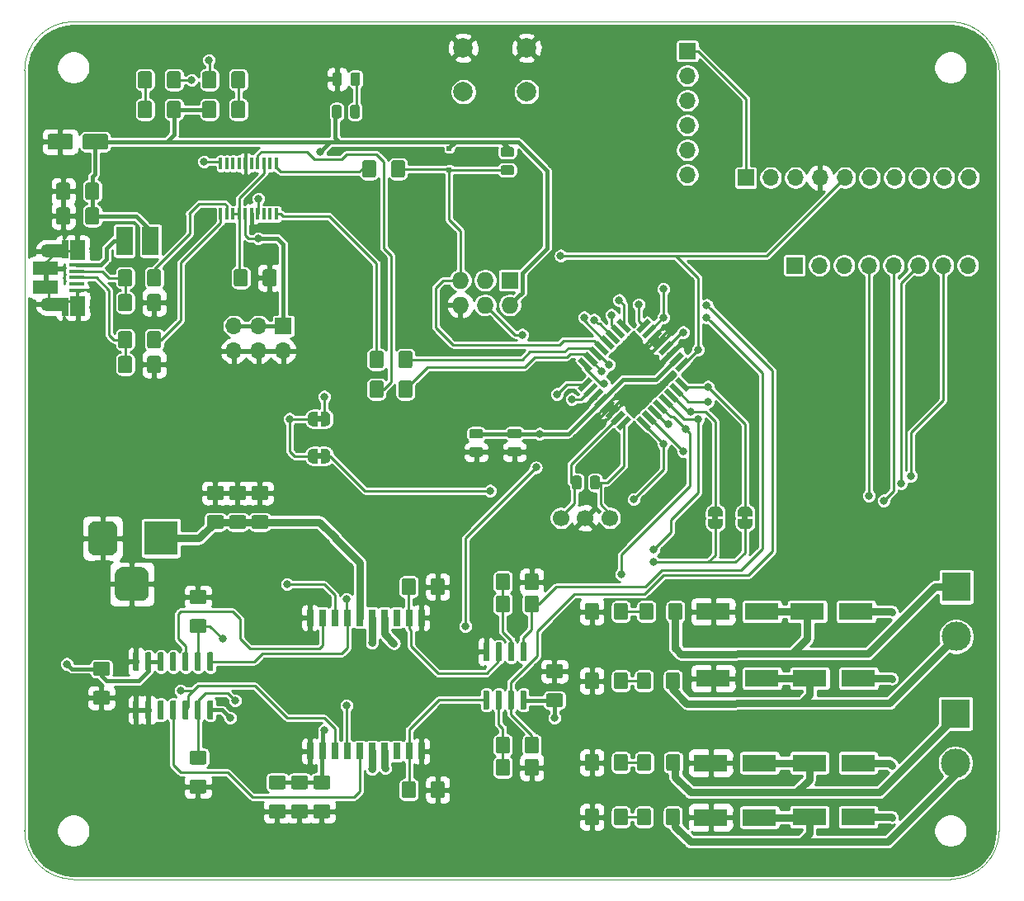
<source format=gbr>
G04 #@! TF.GenerationSoftware,KiCad,Pcbnew,5.1.5-52549c5~86~ubuntu19.10.1*
G04 #@! TF.CreationDate,2020-04-28T12:48:20+02:00*
G04 #@! TF.ProjectId,ArduinoDCC++,41726475-696e-46f4-9443-432b2b2e6b69,v.0.0.1c*
G04 #@! TF.SameCoordinates,Original*
G04 #@! TF.FileFunction,Copper,L1,Top*
G04 #@! TF.FilePolarity,Positive*
%FSLAX46Y46*%
G04 Gerber Fmt 4.6, Leading zero omitted, Abs format (unit mm)*
G04 Created by KiCad (PCBNEW 5.1.5-52549c5~86~ubuntu19.10.1) date 2020-04-28 12:48:20*
%MOMM*%
%LPD*%
G04 APERTURE LIST*
%ADD10C,0.050000*%
%ADD11C,0.100000*%
%ADD12R,0.500000X0.500000*%
%ADD13C,1.700000*%
%ADD14O,1.700000X1.700000*%
%ADD15R,1.700000X1.700000*%
%ADD16R,1.680000X2.950000*%
%ADD17R,3.500000X1.800000*%
%ADD18R,2.500000X1.430000*%
%ADD19O,1.700000X1.350000*%
%ADD20O,1.500000X1.100000*%
%ADD21R,1.650000X0.400000*%
%ADD22R,1.500000X2.000000*%
%ADD23R,0.700000X1.825000*%
%ADD24R,2.000000X1.350000*%
%ADD25R,3.500000X3.500000*%
%ADD26R,0.700000X1.700000*%
%ADD27C,3.000000*%
%ADD28R,3.000000X3.000000*%
%ADD29C,2.000000*%
%ADD30R,0.400000X1.200000*%
%ADD31O,1.727200X1.727200*%
%ADD32R,1.727200X1.727200*%
%ADD33C,0.800000*%
%ADD34C,0.400000*%
%ADD35C,0.250000*%
%ADD36C,0.800000*%
%ADD37C,0.254000*%
G04 APERTURE END LIST*
D10*
X55000000Y-150000000D02*
X145000000Y-150000000D01*
X50000000Y-67000000D02*
X50000000Y-145000000D01*
X145000000Y-62000000D02*
X55000000Y-62000000D01*
X150000000Y-145000000D02*
X150000000Y-67000000D01*
X150000000Y-145000000D02*
G75*
G02X145000000Y-150000000I-5000000J0D01*
G01*
X145000000Y-62000000D02*
G75*
G02X150000000Y-67000000I0J-5000000D01*
G01*
X50000000Y-67000000D02*
G75*
G02X55000000Y-62000000I5000000J0D01*
G01*
X55000000Y-150000000D02*
G75*
G02X50000000Y-145000000I0J5000000D01*
G01*
D11*
G36*
X123614000Y-112666000D02*
G01*
X123614000Y-113166000D01*
X124214000Y-113166000D01*
X124214000Y-112666000D01*
X123614000Y-112666000D01*
G37*
G36*
X79976000Y-103056000D02*
G01*
X80476000Y-103056000D01*
X80476000Y-102456000D01*
X79976000Y-102456000D01*
X79976000Y-103056000D01*
G37*
G36*
X80476000Y-106266000D02*
G01*
X79976000Y-106266000D01*
X79976000Y-106866000D01*
X80476000Y-106866000D01*
X80476000Y-106266000D01*
G37*
G36*
X120566000Y-112666000D02*
G01*
X120566000Y-113166000D01*
X121166000Y-113166000D01*
X121166000Y-112666000D01*
X120566000Y-112666000D01*
G37*
G04 #@! TA.AperFunction,SMDPad,CuDef*
G36*
X84160143Y-70524175D02*
G01*
X84183804Y-70527685D01*
X84207008Y-70533497D01*
X84229530Y-70541555D01*
X84251154Y-70551783D01*
X84271671Y-70564080D01*
X84290884Y-70578330D01*
X84308608Y-70594394D01*
X84324672Y-70612118D01*
X84338922Y-70631331D01*
X84351219Y-70651848D01*
X84361447Y-70673472D01*
X84369505Y-70695994D01*
X84375317Y-70719198D01*
X84378827Y-70742859D01*
X84380001Y-70766751D01*
X84380001Y-71679251D01*
X84378827Y-71703143D01*
X84375317Y-71726804D01*
X84369505Y-71750008D01*
X84361447Y-71772530D01*
X84351219Y-71794154D01*
X84338922Y-71814671D01*
X84324672Y-71833884D01*
X84308608Y-71851608D01*
X84290884Y-71867672D01*
X84271671Y-71881922D01*
X84251154Y-71894219D01*
X84229530Y-71904447D01*
X84207008Y-71912505D01*
X84183804Y-71918317D01*
X84160143Y-71921827D01*
X84136251Y-71923001D01*
X83648751Y-71923001D01*
X83624859Y-71921827D01*
X83601198Y-71918317D01*
X83577994Y-71912505D01*
X83555472Y-71904447D01*
X83533848Y-71894219D01*
X83513331Y-71881922D01*
X83494118Y-71867672D01*
X83476394Y-71851608D01*
X83460330Y-71833884D01*
X83446080Y-71814671D01*
X83433783Y-71794154D01*
X83423555Y-71772530D01*
X83415497Y-71750008D01*
X83409685Y-71726804D01*
X83406175Y-71703143D01*
X83405001Y-71679251D01*
X83405001Y-70766751D01*
X83406175Y-70742859D01*
X83409685Y-70719198D01*
X83415497Y-70695994D01*
X83423555Y-70673472D01*
X83433783Y-70651848D01*
X83446080Y-70631331D01*
X83460330Y-70612118D01*
X83476394Y-70594394D01*
X83494118Y-70578330D01*
X83513331Y-70564080D01*
X83533848Y-70551783D01*
X83555472Y-70541555D01*
X83577994Y-70533497D01*
X83601198Y-70527685D01*
X83624859Y-70524175D01*
X83648751Y-70523001D01*
X84136251Y-70523001D01*
X84160143Y-70524175D01*
G37*
G04 #@! TD.AperFunction*
G04 #@! TA.AperFunction,SMDPad,CuDef*
G36*
X82285143Y-70524175D02*
G01*
X82308804Y-70527685D01*
X82332008Y-70533497D01*
X82354530Y-70541555D01*
X82376154Y-70551783D01*
X82396671Y-70564080D01*
X82415884Y-70578330D01*
X82433608Y-70594394D01*
X82449672Y-70612118D01*
X82463922Y-70631331D01*
X82476219Y-70651848D01*
X82486447Y-70673472D01*
X82494505Y-70695994D01*
X82500317Y-70719198D01*
X82503827Y-70742859D01*
X82505001Y-70766751D01*
X82505001Y-71679251D01*
X82503827Y-71703143D01*
X82500317Y-71726804D01*
X82494505Y-71750008D01*
X82486447Y-71772530D01*
X82476219Y-71794154D01*
X82463922Y-71814671D01*
X82449672Y-71833884D01*
X82433608Y-71851608D01*
X82415884Y-71867672D01*
X82396671Y-71881922D01*
X82376154Y-71894219D01*
X82354530Y-71904447D01*
X82332008Y-71912505D01*
X82308804Y-71918317D01*
X82285143Y-71921827D01*
X82261251Y-71923001D01*
X81773751Y-71923001D01*
X81749859Y-71921827D01*
X81726198Y-71918317D01*
X81702994Y-71912505D01*
X81680472Y-71904447D01*
X81658848Y-71894219D01*
X81638331Y-71881922D01*
X81619118Y-71867672D01*
X81601394Y-71851608D01*
X81585330Y-71833884D01*
X81571080Y-71814671D01*
X81558783Y-71794154D01*
X81548555Y-71772530D01*
X81540497Y-71750008D01*
X81534685Y-71726804D01*
X81531175Y-71703143D01*
X81530001Y-71679251D01*
X81530001Y-70766751D01*
X81531175Y-70742859D01*
X81534685Y-70719198D01*
X81540497Y-70695994D01*
X81548555Y-70673472D01*
X81558783Y-70651848D01*
X81571080Y-70631331D01*
X81585330Y-70612118D01*
X81601394Y-70594394D01*
X81619118Y-70578330D01*
X81638331Y-70564080D01*
X81658848Y-70551783D01*
X81680472Y-70541555D01*
X81702994Y-70533497D01*
X81726198Y-70527685D01*
X81749859Y-70524175D01*
X81773751Y-70523001D01*
X82261251Y-70523001D01*
X82285143Y-70524175D01*
G37*
G04 #@! TD.AperFunction*
G04 #@! TA.AperFunction,SMDPad,CuDef*
G36*
X100010142Y-76742674D02*
G01*
X100033803Y-76746184D01*
X100057007Y-76751996D01*
X100079529Y-76760054D01*
X100101153Y-76770282D01*
X100121670Y-76782579D01*
X100140883Y-76796829D01*
X100158607Y-76812893D01*
X100174671Y-76830617D01*
X100188921Y-76849830D01*
X100201218Y-76870347D01*
X100211446Y-76891971D01*
X100219504Y-76914493D01*
X100225316Y-76937697D01*
X100228826Y-76961358D01*
X100230000Y-76985250D01*
X100230000Y-77472750D01*
X100228826Y-77496642D01*
X100225316Y-77520303D01*
X100219504Y-77543507D01*
X100211446Y-77566029D01*
X100201218Y-77587653D01*
X100188921Y-77608170D01*
X100174671Y-77627383D01*
X100158607Y-77645107D01*
X100140883Y-77661171D01*
X100121670Y-77675421D01*
X100101153Y-77687718D01*
X100079529Y-77697946D01*
X100057007Y-77706004D01*
X100033803Y-77711816D01*
X100010142Y-77715326D01*
X99986250Y-77716500D01*
X99073750Y-77716500D01*
X99049858Y-77715326D01*
X99026197Y-77711816D01*
X99002993Y-77706004D01*
X98980471Y-77697946D01*
X98958847Y-77687718D01*
X98938330Y-77675421D01*
X98919117Y-77661171D01*
X98901393Y-77645107D01*
X98885329Y-77627383D01*
X98871079Y-77608170D01*
X98858782Y-77587653D01*
X98848554Y-77566029D01*
X98840496Y-77543507D01*
X98834684Y-77520303D01*
X98831174Y-77496642D01*
X98830000Y-77472750D01*
X98830000Y-76985250D01*
X98831174Y-76961358D01*
X98834684Y-76937697D01*
X98840496Y-76914493D01*
X98848554Y-76891971D01*
X98858782Y-76870347D01*
X98871079Y-76849830D01*
X98885329Y-76830617D01*
X98901393Y-76812893D01*
X98919117Y-76796829D01*
X98938330Y-76782579D01*
X98958847Y-76770282D01*
X98980471Y-76760054D01*
X99002993Y-76751996D01*
X99026197Y-76746184D01*
X99049858Y-76742674D01*
X99073750Y-76741500D01*
X99986250Y-76741500D01*
X100010142Y-76742674D01*
G37*
G04 #@! TD.AperFunction*
G04 #@! TA.AperFunction,SMDPad,CuDef*
G36*
X100010142Y-74867674D02*
G01*
X100033803Y-74871184D01*
X100057007Y-74876996D01*
X100079529Y-74885054D01*
X100101153Y-74895282D01*
X100121670Y-74907579D01*
X100140883Y-74921829D01*
X100158607Y-74937893D01*
X100174671Y-74955617D01*
X100188921Y-74974830D01*
X100201218Y-74995347D01*
X100211446Y-75016971D01*
X100219504Y-75039493D01*
X100225316Y-75062697D01*
X100228826Y-75086358D01*
X100230000Y-75110250D01*
X100230000Y-75597750D01*
X100228826Y-75621642D01*
X100225316Y-75645303D01*
X100219504Y-75668507D01*
X100211446Y-75691029D01*
X100201218Y-75712653D01*
X100188921Y-75733170D01*
X100174671Y-75752383D01*
X100158607Y-75770107D01*
X100140883Y-75786171D01*
X100121670Y-75800421D01*
X100101153Y-75812718D01*
X100079529Y-75822946D01*
X100057007Y-75831004D01*
X100033803Y-75836816D01*
X100010142Y-75840326D01*
X99986250Y-75841500D01*
X99073750Y-75841500D01*
X99049858Y-75840326D01*
X99026197Y-75836816D01*
X99002993Y-75831004D01*
X98980471Y-75822946D01*
X98958847Y-75812718D01*
X98938330Y-75800421D01*
X98919117Y-75786171D01*
X98901393Y-75770107D01*
X98885329Y-75752383D01*
X98871079Y-75733170D01*
X98858782Y-75712653D01*
X98848554Y-75691029D01*
X98840496Y-75668507D01*
X98834684Y-75645303D01*
X98831174Y-75621642D01*
X98830000Y-75597750D01*
X98830000Y-75110250D01*
X98831174Y-75086358D01*
X98834684Y-75062697D01*
X98840496Y-75039493D01*
X98848554Y-75016971D01*
X98858782Y-74995347D01*
X98871079Y-74974830D01*
X98885329Y-74955617D01*
X98901393Y-74937893D01*
X98919117Y-74921829D01*
X98938330Y-74907579D01*
X98958847Y-74895282D01*
X98980471Y-74885054D01*
X99002993Y-74876996D01*
X99026197Y-74871184D01*
X99049858Y-74867674D01*
X99073750Y-74866500D01*
X99986250Y-74866500D01*
X100010142Y-74867674D01*
G37*
G04 #@! TD.AperFunction*
G04 #@! TA.AperFunction,SMDPad,CuDef*
G36*
X108787142Y-108581174D02*
G01*
X108810803Y-108584684D01*
X108834007Y-108590496D01*
X108856529Y-108598554D01*
X108878153Y-108608782D01*
X108898670Y-108621079D01*
X108917883Y-108635329D01*
X108935607Y-108651393D01*
X108951671Y-108669117D01*
X108965921Y-108688330D01*
X108978218Y-108708847D01*
X108988446Y-108730471D01*
X108996504Y-108752993D01*
X109002316Y-108776197D01*
X109005826Y-108799858D01*
X109007000Y-108823750D01*
X109007000Y-109736250D01*
X109005826Y-109760142D01*
X109002316Y-109783803D01*
X108996504Y-109807007D01*
X108988446Y-109829529D01*
X108978218Y-109851153D01*
X108965921Y-109871670D01*
X108951671Y-109890883D01*
X108935607Y-109908607D01*
X108917883Y-109924671D01*
X108898670Y-109938921D01*
X108878153Y-109951218D01*
X108856529Y-109961446D01*
X108834007Y-109969504D01*
X108810803Y-109975316D01*
X108787142Y-109978826D01*
X108763250Y-109980000D01*
X108275750Y-109980000D01*
X108251858Y-109978826D01*
X108228197Y-109975316D01*
X108204993Y-109969504D01*
X108182471Y-109961446D01*
X108160847Y-109951218D01*
X108140330Y-109938921D01*
X108121117Y-109924671D01*
X108103393Y-109908607D01*
X108087329Y-109890883D01*
X108073079Y-109871670D01*
X108060782Y-109851153D01*
X108050554Y-109829529D01*
X108042496Y-109807007D01*
X108036684Y-109783803D01*
X108033174Y-109760142D01*
X108032000Y-109736250D01*
X108032000Y-108823750D01*
X108033174Y-108799858D01*
X108036684Y-108776197D01*
X108042496Y-108752993D01*
X108050554Y-108730471D01*
X108060782Y-108708847D01*
X108073079Y-108688330D01*
X108087329Y-108669117D01*
X108103393Y-108651393D01*
X108121117Y-108635329D01*
X108140330Y-108621079D01*
X108160847Y-108608782D01*
X108182471Y-108598554D01*
X108204993Y-108590496D01*
X108228197Y-108584684D01*
X108251858Y-108581174D01*
X108275750Y-108580000D01*
X108763250Y-108580000D01*
X108787142Y-108581174D01*
G37*
G04 #@! TD.AperFunction*
G04 #@! TA.AperFunction,SMDPad,CuDef*
G36*
X106912142Y-108581174D02*
G01*
X106935803Y-108584684D01*
X106959007Y-108590496D01*
X106981529Y-108598554D01*
X107003153Y-108608782D01*
X107023670Y-108621079D01*
X107042883Y-108635329D01*
X107060607Y-108651393D01*
X107076671Y-108669117D01*
X107090921Y-108688330D01*
X107103218Y-108708847D01*
X107113446Y-108730471D01*
X107121504Y-108752993D01*
X107127316Y-108776197D01*
X107130826Y-108799858D01*
X107132000Y-108823750D01*
X107132000Y-109736250D01*
X107130826Y-109760142D01*
X107127316Y-109783803D01*
X107121504Y-109807007D01*
X107113446Y-109829529D01*
X107103218Y-109851153D01*
X107090921Y-109871670D01*
X107076671Y-109890883D01*
X107060607Y-109908607D01*
X107042883Y-109924671D01*
X107023670Y-109938921D01*
X107003153Y-109951218D01*
X106981529Y-109961446D01*
X106959007Y-109969504D01*
X106935803Y-109975316D01*
X106912142Y-109978826D01*
X106888250Y-109980000D01*
X106400750Y-109980000D01*
X106376858Y-109978826D01*
X106353197Y-109975316D01*
X106329993Y-109969504D01*
X106307471Y-109961446D01*
X106285847Y-109951218D01*
X106265330Y-109938921D01*
X106246117Y-109924671D01*
X106228393Y-109908607D01*
X106212329Y-109890883D01*
X106198079Y-109871670D01*
X106185782Y-109851153D01*
X106175554Y-109829529D01*
X106167496Y-109807007D01*
X106161684Y-109783803D01*
X106158174Y-109760142D01*
X106157000Y-109736250D01*
X106157000Y-108823750D01*
X106158174Y-108799858D01*
X106161684Y-108776197D01*
X106167496Y-108752993D01*
X106175554Y-108730471D01*
X106185782Y-108708847D01*
X106198079Y-108688330D01*
X106212329Y-108669117D01*
X106228393Y-108651393D01*
X106246117Y-108635329D01*
X106265330Y-108621079D01*
X106285847Y-108608782D01*
X106307471Y-108598554D01*
X106329993Y-108590496D01*
X106353197Y-108584684D01*
X106376858Y-108581174D01*
X106400750Y-108580000D01*
X106888250Y-108580000D01*
X106912142Y-108581174D01*
G37*
G04 #@! TD.AperFunction*
G04 #@! TA.AperFunction,SMDPad,CuDef*
G36*
X84205143Y-67184175D02*
G01*
X84228804Y-67187685D01*
X84252008Y-67193497D01*
X84274530Y-67201555D01*
X84296154Y-67211783D01*
X84316671Y-67224080D01*
X84335884Y-67238330D01*
X84353608Y-67254394D01*
X84369672Y-67272118D01*
X84383922Y-67291331D01*
X84396219Y-67311848D01*
X84406447Y-67333472D01*
X84414505Y-67355994D01*
X84420317Y-67379198D01*
X84423827Y-67402859D01*
X84425001Y-67426751D01*
X84425001Y-68339251D01*
X84423827Y-68363143D01*
X84420317Y-68386804D01*
X84414505Y-68410008D01*
X84406447Y-68432530D01*
X84396219Y-68454154D01*
X84383922Y-68474671D01*
X84369672Y-68493884D01*
X84353608Y-68511608D01*
X84335884Y-68527672D01*
X84316671Y-68541922D01*
X84296154Y-68554219D01*
X84274530Y-68564447D01*
X84252008Y-68572505D01*
X84228804Y-68578317D01*
X84205143Y-68581827D01*
X84181251Y-68583001D01*
X83693751Y-68583001D01*
X83669859Y-68581827D01*
X83646198Y-68578317D01*
X83622994Y-68572505D01*
X83600472Y-68564447D01*
X83578848Y-68554219D01*
X83558331Y-68541922D01*
X83539118Y-68527672D01*
X83521394Y-68511608D01*
X83505330Y-68493884D01*
X83491080Y-68474671D01*
X83478783Y-68454154D01*
X83468555Y-68432530D01*
X83460497Y-68410008D01*
X83454685Y-68386804D01*
X83451175Y-68363143D01*
X83450001Y-68339251D01*
X83450001Y-67426751D01*
X83451175Y-67402859D01*
X83454685Y-67379198D01*
X83460497Y-67355994D01*
X83468555Y-67333472D01*
X83478783Y-67311848D01*
X83491080Y-67291331D01*
X83505330Y-67272118D01*
X83521394Y-67254394D01*
X83539118Y-67238330D01*
X83558331Y-67224080D01*
X83578848Y-67211783D01*
X83600472Y-67201555D01*
X83622994Y-67193497D01*
X83646198Y-67187685D01*
X83669859Y-67184175D01*
X83693751Y-67183001D01*
X84181251Y-67183001D01*
X84205143Y-67184175D01*
G37*
G04 #@! TD.AperFunction*
G04 #@! TA.AperFunction,SMDPad,CuDef*
G36*
X82330143Y-67184175D02*
G01*
X82353804Y-67187685D01*
X82377008Y-67193497D01*
X82399530Y-67201555D01*
X82421154Y-67211783D01*
X82441671Y-67224080D01*
X82460884Y-67238330D01*
X82478608Y-67254394D01*
X82494672Y-67272118D01*
X82508922Y-67291331D01*
X82521219Y-67311848D01*
X82531447Y-67333472D01*
X82539505Y-67355994D01*
X82545317Y-67379198D01*
X82548827Y-67402859D01*
X82550001Y-67426751D01*
X82550001Y-68339251D01*
X82548827Y-68363143D01*
X82545317Y-68386804D01*
X82539505Y-68410008D01*
X82531447Y-68432530D01*
X82521219Y-68454154D01*
X82508922Y-68474671D01*
X82494672Y-68493884D01*
X82478608Y-68511608D01*
X82460884Y-68527672D01*
X82441671Y-68541922D01*
X82421154Y-68554219D01*
X82399530Y-68564447D01*
X82377008Y-68572505D01*
X82353804Y-68578317D01*
X82330143Y-68581827D01*
X82306251Y-68583001D01*
X81818751Y-68583001D01*
X81794859Y-68581827D01*
X81771198Y-68578317D01*
X81747994Y-68572505D01*
X81725472Y-68564447D01*
X81703848Y-68554219D01*
X81683331Y-68541922D01*
X81664118Y-68527672D01*
X81646394Y-68511608D01*
X81630330Y-68493884D01*
X81616080Y-68474671D01*
X81603783Y-68454154D01*
X81593555Y-68432530D01*
X81585497Y-68410008D01*
X81579685Y-68386804D01*
X81576175Y-68363143D01*
X81575001Y-68339251D01*
X81575001Y-67426751D01*
X81576175Y-67402859D01*
X81579685Y-67379198D01*
X81585497Y-67355994D01*
X81593555Y-67333472D01*
X81603783Y-67311848D01*
X81616080Y-67291331D01*
X81630330Y-67272118D01*
X81646394Y-67254394D01*
X81664118Y-67238330D01*
X81683331Y-67224080D01*
X81703848Y-67211783D01*
X81725472Y-67201555D01*
X81747994Y-67193497D01*
X81771198Y-67187685D01*
X81794859Y-67184175D01*
X81818751Y-67183001D01*
X82306251Y-67183001D01*
X82330143Y-67184175D01*
G37*
G04 #@! TD.AperFunction*
D12*
X93561000Y-77186000D03*
X93561000Y-74986000D03*
G04 #@! TA.AperFunction,SMDPad,CuDef*
D11*
G36*
X96809742Y-105668674D02*
G01*
X96833403Y-105672184D01*
X96856607Y-105677996D01*
X96879129Y-105686054D01*
X96900753Y-105696282D01*
X96921270Y-105708579D01*
X96940483Y-105722829D01*
X96958207Y-105738893D01*
X96974271Y-105756617D01*
X96988521Y-105775830D01*
X97000818Y-105796347D01*
X97011046Y-105817971D01*
X97019104Y-105840493D01*
X97024916Y-105863697D01*
X97028426Y-105887358D01*
X97029600Y-105911250D01*
X97029600Y-106398750D01*
X97028426Y-106422642D01*
X97024916Y-106446303D01*
X97019104Y-106469507D01*
X97011046Y-106492029D01*
X97000818Y-106513653D01*
X96988521Y-106534170D01*
X96974271Y-106553383D01*
X96958207Y-106571107D01*
X96940483Y-106587171D01*
X96921270Y-106601421D01*
X96900753Y-106613718D01*
X96879129Y-106623946D01*
X96856607Y-106632004D01*
X96833403Y-106637816D01*
X96809742Y-106641326D01*
X96785850Y-106642500D01*
X95873350Y-106642500D01*
X95849458Y-106641326D01*
X95825797Y-106637816D01*
X95802593Y-106632004D01*
X95780071Y-106623946D01*
X95758447Y-106613718D01*
X95737930Y-106601421D01*
X95718717Y-106587171D01*
X95700993Y-106571107D01*
X95684929Y-106553383D01*
X95670679Y-106534170D01*
X95658382Y-106513653D01*
X95648154Y-106492029D01*
X95640096Y-106469507D01*
X95634284Y-106446303D01*
X95630774Y-106422642D01*
X95629600Y-106398750D01*
X95629600Y-105911250D01*
X95630774Y-105887358D01*
X95634284Y-105863697D01*
X95640096Y-105840493D01*
X95648154Y-105817971D01*
X95658382Y-105796347D01*
X95670679Y-105775830D01*
X95684929Y-105756617D01*
X95700993Y-105738893D01*
X95718717Y-105722829D01*
X95737930Y-105708579D01*
X95758447Y-105696282D01*
X95780071Y-105686054D01*
X95802593Y-105677996D01*
X95825797Y-105672184D01*
X95849458Y-105668674D01*
X95873350Y-105667500D01*
X96785850Y-105667500D01*
X96809742Y-105668674D01*
G37*
G04 #@! TD.AperFunction*
G04 #@! TA.AperFunction,SMDPad,CuDef*
G36*
X96809742Y-103793674D02*
G01*
X96833403Y-103797184D01*
X96856607Y-103802996D01*
X96879129Y-103811054D01*
X96900753Y-103821282D01*
X96921270Y-103833579D01*
X96940483Y-103847829D01*
X96958207Y-103863893D01*
X96974271Y-103881617D01*
X96988521Y-103900830D01*
X97000818Y-103921347D01*
X97011046Y-103942971D01*
X97019104Y-103965493D01*
X97024916Y-103988697D01*
X97028426Y-104012358D01*
X97029600Y-104036250D01*
X97029600Y-104523750D01*
X97028426Y-104547642D01*
X97024916Y-104571303D01*
X97019104Y-104594507D01*
X97011046Y-104617029D01*
X97000818Y-104638653D01*
X96988521Y-104659170D01*
X96974271Y-104678383D01*
X96958207Y-104696107D01*
X96940483Y-104712171D01*
X96921270Y-104726421D01*
X96900753Y-104738718D01*
X96879129Y-104748946D01*
X96856607Y-104757004D01*
X96833403Y-104762816D01*
X96809742Y-104766326D01*
X96785850Y-104767500D01*
X95873350Y-104767500D01*
X95849458Y-104766326D01*
X95825797Y-104762816D01*
X95802593Y-104757004D01*
X95780071Y-104748946D01*
X95758447Y-104738718D01*
X95737930Y-104726421D01*
X95718717Y-104712171D01*
X95700993Y-104696107D01*
X95684929Y-104678383D01*
X95670679Y-104659170D01*
X95658382Y-104638653D01*
X95648154Y-104617029D01*
X95640096Y-104594507D01*
X95634284Y-104571303D01*
X95630774Y-104547642D01*
X95629600Y-104523750D01*
X95629600Y-104036250D01*
X95630774Y-104012358D01*
X95634284Y-103988697D01*
X95640096Y-103965493D01*
X95648154Y-103942971D01*
X95658382Y-103921347D01*
X95670679Y-103900830D01*
X95684929Y-103881617D01*
X95700993Y-103863893D01*
X95718717Y-103847829D01*
X95737930Y-103833579D01*
X95758447Y-103821282D01*
X95780071Y-103811054D01*
X95802593Y-103802996D01*
X95825797Y-103797184D01*
X95849458Y-103793674D01*
X95873350Y-103792500D01*
X96785850Y-103792500D01*
X96809742Y-103793674D01*
G37*
G04 #@! TD.AperFunction*
G04 #@! TA.AperFunction,SMDPad,CuDef*
G36*
X100746742Y-103768274D02*
G01*
X100770403Y-103771784D01*
X100793607Y-103777596D01*
X100816129Y-103785654D01*
X100837753Y-103795882D01*
X100858270Y-103808179D01*
X100877483Y-103822429D01*
X100895207Y-103838493D01*
X100911271Y-103856217D01*
X100925521Y-103875430D01*
X100937818Y-103895947D01*
X100948046Y-103917571D01*
X100956104Y-103940093D01*
X100961916Y-103963297D01*
X100965426Y-103986958D01*
X100966600Y-104010850D01*
X100966600Y-104498350D01*
X100965426Y-104522242D01*
X100961916Y-104545903D01*
X100956104Y-104569107D01*
X100948046Y-104591629D01*
X100937818Y-104613253D01*
X100925521Y-104633770D01*
X100911271Y-104652983D01*
X100895207Y-104670707D01*
X100877483Y-104686771D01*
X100858270Y-104701021D01*
X100837753Y-104713318D01*
X100816129Y-104723546D01*
X100793607Y-104731604D01*
X100770403Y-104737416D01*
X100746742Y-104740926D01*
X100722850Y-104742100D01*
X99810350Y-104742100D01*
X99786458Y-104740926D01*
X99762797Y-104737416D01*
X99739593Y-104731604D01*
X99717071Y-104723546D01*
X99695447Y-104713318D01*
X99674930Y-104701021D01*
X99655717Y-104686771D01*
X99637993Y-104670707D01*
X99621929Y-104652983D01*
X99607679Y-104633770D01*
X99595382Y-104613253D01*
X99585154Y-104591629D01*
X99577096Y-104569107D01*
X99571284Y-104545903D01*
X99567774Y-104522242D01*
X99566600Y-104498350D01*
X99566600Y-104010850D01*
X99567774Y-103986958D01*
X99571284Y-103963297D01*
X99577096Y-103940093D01*
X99585154Y-103917571D01*
X99595382Y-103895947D01*
X99607679Y-103875430D01*
X99621929Y-103856217D01*
X99637993Y-103838493D01*
X99655717Y-103822429D01*
X99674930Y-103808179D01*
X99695447Y-103795882D01*
X99717071Y-103785654D01*
X99739593Y-103777596D01*
X99762797Y-103771784D01*
X99786458Y-103768274D01*
X99810350Y-103767100D01*
X100722850Y-103767100D01*
X100746742Y-103768274D01*
G37*
G04 #@! TD.AperFunction*
G04 #@! TA.AperFunction,SMDPad,CuDef*
G36*
X100746742Y-105643274D02*
G01*
X100770403Y-105646784D01*
X100793607Y-105652596D01*
X100816129Y-105660654D01*
X100837753Y-105670882D01*
X100858270Y-105683179D01*
X100877483Y-105697429D01*
X100895207Y-105713493D01*
X100911271Y-105731217D01*
X100925521Y-105750430D01*
X100937818Y-105770947D01*
X100948046Y-105792571D01*
X100956104Y-105815093D01*
X100961916Y-105838297D01*
X100965426Y-105861958D01*
X100966600Y-105885850D01*
X100966600Y-106373350D01*
X100965426Y-106397242D01*
X100961916Y-106420903D01*
X100956104Y-106444107D01*
X100948046Y-106466629D01*
X100937818Y-106488253D01*
X100925521Y-106508770D01*
X100911271Y-106527983D01*
X100895207Y-106545707D01*
X100877483Y-106561771D01*
X100858270Y-106576021D01*
X100837753Y-106588318D01*
X100816129Y-106598546D01*
X100793607Y-106606604D01*
X100770403Y-106612416D01*
X100746742Y-106615926D01*
X100722850Y-106617100D01*
X99810350Y-106617100D01*
X99786458Y-106615926D01*
X99762797Y-106612416D01*
X99739593Y-106606604D01*
X99717071Y-106598546D01*
X99695447Y-106588318D01*
X99674930Y-106576021D01*
X99655717Y-106561771D01*
X99637993Y-106545707D01*
X99621929Y-106527983D01*
X99607679Y-106508770D01*
X99595382Y-106488253D01*
X99585154Y-106466629D01*
X99577096Y-106444107D01*
X99571284Y-106420903D01*
X99567774Y-106397242D01*
X99566600Y-106373350D01*
X99566600Y-105885850D01*
X99567774Y-105861958D01*
X99571284Y-105838297D01*
X99577096Y-105815093D01*
X99585154Y-105792571D01*
X99595382Y-105770947D01*
X99607679Y-105750430D01*
X99621929Y-105731217D01*
X99637993Y-105713493D01*
X99655717Y-105697429D01*
X99674930Y-105683179D01*
X99695447Y-105670882D01*
X99717071Y-105660654D01*
X99739593Y-105652596D01*
X99762797Y-105646784D01*
X99786458Y-105643274D01*
X99810350Y-105642100D01*
X100722850Y-105642100D01*
X100746742Y-105643274D01*
G37*
G04 #@! TD.AperFunction*
D13*
X105031000Y-112916000D03*
X107531000Y-112916000D03*
X110031000Y-112916000D03*
D14*
X71463000Y-95771000D03*
X71463000Y-93231000D03*
X74003000Y-95771000D03*
X74003000Y-93231000D03*
X76543000Y-95771000D03*
D15*
X76543000Y-93231000D03*
D16*
X60242500Y-84474000D03*
X62922500Y-84474000D03*
G04 #@! TA.AperFunction,SMDPad,CuDef*
D11*
G36*
X124664000Y-113066000D02*
G01*
X124664000Y-113566000D01*
X124663398Y-113566000D01*
X124663398Y-113590534D01*
X124658588Y-113639365D01*
X124649016Y-113687490D01*
X124634772Y-113734445D01*
X124615995Y-113779778D01*
X124592864Y-113823051D01*
X124565604Y-113863850D01*
X124534476Y-113901779D01*
X124499779Y-113936476D01*
X124461850Y-113967604D01*
X124421051Y-113994864D01*
X124377778Y-114017995D01*
X124332445Y-114036772D01*
X124285490Y-114051016D01*
X124237365Y-114060588D01*
X124188534Y-114065398D01*
X124164000Y-114065398D01*
X124164000Y-114066000D01*
X123664000Y-114066000D01*
X123664000Y-114065398D01*
X123639466Y-114065398D01*
X123590635Y-114060588D01*
X123542510Y-114051016D01*
X123495555Y-114036772D01*
X123450222Y-114017995D01*
X123406949Y-113994864D01*
X123366150Y-113967604D01*
X123328221Y-113936476D01*
X123293524Y-113901779D01*
X123262396Y-113863850D01*
X123235136Y-113823051D01*
X123212005Y-113779778D01*
X123193228Y-113734445D01*
X123178984Y-113687490D01*
X123169412Y-113639365D01*
X123164602Y-113590534D01*
X123164602Y-113566000D01*
X123164000Y-113566000D01*
X123164000Y-113066000D01*
X124664000Y-113066000D01*
G37*
G04 #@! TD.AperFunction*
G04 #@! TA.AperFunction,SMDPad,CuDef*
G36*
X123164602Y-112266000D02*
G01*
X123164602Y-112241466D01*
X123169412Y-112192635D01*
X123178984Y-112144510D01*
X123193228Y-112097555D01*
X123212005Y-112052222D01*
X123235136Y-112008949D01*
X123262396Y-111968150D01*
X123293524Y-111930221D01*
X123328221Y-111895524D01*
X123366150Y-111864396D01*
X123406949Y-111837136D01*
X123450222Y-111814005D01*
X123495555Y-111795228D01*
X123542510Y-111780984D01*
X123590635Y-111771412D01*
X123639466Y-111766602D01*
X123664000Y-111766602D01*
X123664000Y-111766000D01*
X124164000Y-111766000D01*
X124164000Y-111766602D01*
X124188534Y-111766602D01*
X124237365Y-111771412D01*
X124285490Y-111780984D01*
X124332445Y-111795228D01*
X124377778Y-111814005D01*
X124421051Y-111837136D01*
X124461850Y-111864396D01*
X124499779Y-111895524D01*
X124534476Y-111930221D01*
X124565604Y-111968150D01*
X124592864Y-112008949D01*
X124615995Y-112052222D01*
X124634772Y-112097555D01*
X124649016Y-112144510D01*
X124658588Y-112192635D01*
X124663398Y-112241466D01*
X124663398Y-112266000D01*
X124664000Y-112266000D01*
X124664000Y-112766000D01*
X123164000Y-112766000D01*
X123164000Y-112266000D01*
X123164602Y-112266000D01*
G37*
G04 #@! TD.AperFunction*
G04 #@! TA.AperFunction,SMDPad,CuDef*
G36*
X80376000Y-102006000D02*
G01*
X80876000Y-102006000D01*
X80876000Y-102006602D01*
X80900534Y-102006602D01*
X80949365Y-102011412D01*
X80997490Y-102020984D01*
X81044445Y-102035228D01*
X81089778Y-102054005D01*
X81133051Y-102077136D01*
X81173850Y-102104396D01*
X81211779Y-102135524D01*
X81246476Y-102170221D01*
X81277604Y-102208150D01*
X81304864Y-102248949D01*
X81327995Y-102292222D01*
X81346772Y-102337555D01*
X81361016Y-102384510D01*
X81370588Y-102432635D01*
X81375398Y-102481466D01*
X81375398Y-102506000D01*
X81376000Y-102506000D01*
X81376000Y-103006000D01*
X81375398Y-103006000D01*
X81375398Y-103030534D01*
X81370588Y-103079365D01*
X81361016Y-103127490D01*
X81346772Y-103174445D01*
X81327995Y-103219778D01*
X81304864Y-103263051D01*
X81277604Y-103303850D01*
X81246476Y-103341779D01*
X81211779Y-103376476D01*
X81173850Y-103407604D01*
X81133051Y-103434864D01*
X81089778Y-103457995D01*
X81044445Y-103476772D01*
X80997490Y-103491016D01*
X80949365Y-103500588D01*
X80900534Y-103505398D01*
X80876000Y-103505398D01*
X80876000Y-103506000D01*
X80376000Y-103506000D01*
X80376000Y-102006000D01*
G37*
G04 #@! TD.AperFunction*
G04 #@! TA.AperFunction,SMDPad,CuDef*
G36*
X79576000Y-103505398D02*
G01*
X79551466Y-103505398D01*
X79502635Y-103500588D01*
X79454510Y-103491016D01*
X79407555Y-103476772D01*
X79362222Y-103457995D01*
X79318949Y-103434864D01*
X79278150Y-103407604D01*
X79240221Y-103376476D01*
X79205524Y-103341779D01*
X79174396Y-103303850D01*
X79147136Y-103263051D01*
X79124005Y-103219778D01*
X79105228Y-103174445D01*
X79090984Y-103127490D01*
X79081412Y-103079365D01*
X79076602Y-103030534D01*
X79076602Y-103006000D01*
X79076000Y-103006000D01*
X79076000Y-102506000D01*
X79076602Y-102506000D01*
X79076602Y-102481466D01*
X79081412Y-102432635D01*
X79090984Y-102384510D01*
X79105228Y-102337555D01*
X79124005Y-102292222D01*
X79147136Y-102248949D01*
X79174396Y-102208150D01*
X79205524Y-102170221D01*
X79240221Y-102135524D01*
X79278150Y-102104396D01*
X79318949Y-102077136D01*
X79362222Y-102054005D01*
X79407555Y-102035228D01*
X79454510Y-102020984D01*
X79502635Y-102011412D01*
X79551466Y-102006602D01*
X79576000Y-102006602D01*
X79576000Y-102006000D01*
X80076000Y-102006000D01*
X80076000Y-103506000D01*
X79576000Y-103506000D01*
X79576000Y-103505398D01*
G37*
G04 #@! TD.AperFunction*
D17*
X120652000Y-129378000D03*
X125652000Y-129378000D03*
G04 #@! TA.AperFunction,SMDPad,CuDef*
D11*
G36*
X80076000Y-107316000D02*
G01*
X79576000Y-107316000D01*
X79576000Y-107315398D01*
X79551466Y-107315398D01*
X79502635Y-107310588D01*
X79454510Y-107301016D01*
X79407555Y-107286772D01*
X79362222Y-107267995D01*
X79318949Y-107244864D01*
X79278150Y-107217604D01*
X79240221Y-107186476D01*
X79205524Y-107151779D01*
X79174396Y-107113850D01*
X79147136Y-107073051D01*
X79124005Y-107029778D01*
X79105228Y-106984445D01*
X79090984Y-106937490D01*
X79081412Y-106889365D01*
X79076602Y-106840534D01*
X79076602Y-106816000D01*
X79076000Y-106816000D01*
X79076000Y-106316000D01*
X79076602Y-106316000D01*
X79076602Y-106291466D01*
X79081412Y-106242635D01*
X79090984Y-106194510D01*
X79105228Y-106147555D01*
X79124005Y-106102222D01*
X79147136Y-106058949D01*
X79174396Y-106018150D01*
X79205524Y-105980221D01*
X79240221Y-105945524D01*
X79278150Y-105914396D01*
X79318949Y-105887136D01*
X79362222Y-105864005D01*
X79407555Y-105845228D01*
X79454510Y-105830984D01*
X79502635Y-105821412D01*
X79551466Y-105816602D01*
X79576000Y-105816602D01*
X79576000Y-105816000D01*
X80076000Y-105816000D01*
X80076000Y-107316000D01*
G37*
G04 #@! TD.AperFunction*
G04 #@! TA.AperFunction,SMDPad,CuDef*
G36*
X80876000Y-105816602D02*
G01*
X80900534Y-105816602D01*
X80949365Y-105821412D01*
X80997490Y-105830984D01*
X81044445Y-105845228D01*
X81089778Y-105864005D01*
X81133051Y-105887136D01*
X81173850Y-105914396D01*
X81211779Y-105945524D01*
X81246476Y-105980221D01*
X81277604Y-106018150D01*
X81304864Y-106058949D01*
X81327995Y-106102222D01*
X81346772Y-106147555D01*
X81361016Y-106194510D01*
X81370588Y-106242635D01*
X81375398Y-106291466D01*
X81375398Y-106316000D01*
X81376000Y-106316000D01*
X81376000Y-106816000D01*
X81375398Y-106816000D01*
X81375398Y-106840534D01*
X81370588Y-106889365D01*
X81361016Y-106937490D01*
X81346772Y-106984445D01*
X81327995Y-107029778D01*
X81304864Y-107073051D01*
X81277604Y-107113850D01*
X81246476Y-107151779D01*
X81211779Y-107186476D01*
X81173850Y-107217604D01*
X81133051Y-107244864D01*
X81089778Y-107267995D01*
X81044445Y-107286772D01*
X80997490Y-107301016D01*
X80949365Y-107310588D01*
X80900534Y-107315398D01*
X80876000Y-107315398D01*
X80876000Y-107316000D01*
X80376000Y-107316000D01*
X80376000Y-105816000D01*
X80876000Y-105816000D01*
X80876000Y-105816602D01*
G37*
G04 #@! TD.AperFunction*
G04 #@! TA.AperFunction,SMDPad,CuDef*
G36*
X120116602Y-112266000D02*
G01*
X120116602Y-112241466D01*
X120121412Y-112192635D01*
X120130984Y-112144510D01*
X120145228Y-112097555D01*
X120164005Y-112052222D01*
X120187136Y-112008949D01*
X120214396Y-111968150D01*
X120245524Y-111930221D01*
X120280221Y-111895524D01*
X120318150Y-111864396D01*
X120358949Y-111837136D01*
X120402222Y-111814005D01*
X120447555Y-111795228D01*
X120494510Y-111780984D01*
X120542635Y-111771412D01*
X120591466Y-111766602D01*
X120616000Y-111766602D01*
X120616000Y-111766000D01*
X121116000Y-111766000D01*
X121116000Y-111766602D01*
X121140534Y-111766602D01*
X121189365Y-111771412D01*
X121237490Y-111780984D01*
X121284445Y-111795228D01*
X121329778Y-111814005D01*
X121373051Y-111837136D01*
X121413850Y-111864396D01*
X121451779Y-111895524D01*
X121486476Y-111930221D01*
X121517604Y-111968150D01*
X121544864Y-112008949D01*
X121567995Y-112052222D01*
X121586772Y-112097555D01*
X121601016Y-112144510D01*
X121610588Y-112192635D01*
X121615398Y-112241466D01*
X121615398Y-112266000D01*
X121616000Y-112266000D01*
X121616000Y-112766000D01*
X120116000Y-112766000D01*
X120116000Y-112266000D01*
X120116602Y-112266000D01*
G37*
G04 #@! TD.AperFunction*
G04 #@! TA.AperFunction,SMDPad,CuDef*
G36*
X121616000Y-113066000D02*
G01*
X121616000Y-113566000D01*
X121615398Y-113566000D01*
X121615398Y-113590534D01*
X121610588Y-113639365D01*
X121601016Y-113687490D01*
X121586772Y-113734445D01*
X121567995Y-113779778D01*
X121544864Y-113823051D01*
X121517604Y-113863850D01*
X121486476Y-113901779D01*
X121451779Y-113936476D01*
X121413850Y-113967604D01*
X121373051Y-113994864D01*
X121329778Y-114017995D01*
X121284445Y-114036772D01*
X121237490Y-114051016D01*
X121189365Y-114060588D01*
X121140534Y-114065398D01*
X121116000Y-114065398D01*
X121116000Y-114066000D01*
X120616000Y-114066000D01*
X120616000Y-114065398D01*
X120591466Y-114065398D01*
X120542635Y-114060588D01*
X120494510Y-114051016D01*
X120447555Y-114036772D01*
X120402222Y-114017995D01*
X120358949Y-113994864D01*
X120318150Y-113967604D01*
X120280221Y-113936476D01*
X120245524Y-113901779D01*
X120214396Y-113863850D01*
X120187136Y-113823051D01*
X120164005Y-113779778D01*
X120145228Y-113734445D01*
X120130984Y-113687490D01*
X120121412Y-113639365D01*
X120116602Y-113590534D01*
X120116602Y-113566000D01*
X120116000Y-113566000D01*
X120116000Y-113066000D01*
X121616000Y-113066000D01*
G37*
G04 #@! TD.AperFunction*
G04 #@! TA.AperFunction,SMDPad,CuDef*
G36*
X69214703Y-131640722D02*
G01*
X69229264Y-131642882D01*
X69243543Y-131646459D01*
X69257403Y-131651418D01*
X69270710Y-131657712D01*
X69283336Y-131665280D01*
X69295159Y-131674048D01*
X69306066Y-131683934D01*
X69315952Y-131694841D01*
X69324720Y-131706664D01*
X69332288Y-131719290D01*
X69338582Y-131732597D01*
X69343541Y-131746457D01*
X69347118Y-131760736D01*
X69349278Y-131775297D01*
X69350000Y-131790000D01*
X69350000Y-133440000D01*
X69349278Y-133454703D01*
X69347118Y-133469264D01*
X69343541Y-133483543D01*
X69338582Y-133497403D01*
X69332288Y-133510710D01*
X69324720Y-133523336D01*
X69315952Y-133535159D01*
X69306066Y-133546066D01*
X69295159Y-133555952D01*
X69283336Y-133564720D01*
X69270710Y-133572288D01*
X69257403Y-133578582D01*
X69243543Y-133583541D01*
X69229264Y-133587118D01*
X69214703Y-133589278D01*
X69200000Y-133590000D01*
X68900000Y-133590000D01*
X68885297Y-133589278D01*
X68870736Y-133587118D01*
X68856457Y-133583541D01*
X68842597Y-133578582D01*
X68829290Y-133572288D01*
X68816664Y-133564720D01*
X68804841Y-133555952D01*
X68793934Y-133546066D01*
X68784048Y-133535159D01*
X68775280Y-133523336D01*
X68767712Y-133510710D01*
X68761418Y-133497403D01*
X68756459Y-133483543D01*
X68752882Y-133469264D01*
X68750722Y-133454703D01*
X68750000Y-133440000D01*
X68750000Y-131790000D01*
X68750722Y-131775297D01*
X68752882Y-131760736D01*
X68756459Y-131746457D01*
X68761418Y-131732597D01*
X68767712Y-131719290D01*
X68775280Y-131706664D01*
X68784048Y-131694841D01*
X68793934Y-131683934D01*
X68804841Y-131674048D01*
X68816664Y-131665280D01*
X68829290Y-131657712D01*
X68842597Y-131651418D01*
X68856457Y-131646459D01*
X68870736Y-131642882D01*
X68885297Y-131640722D01*
X68900000Y-131640000D01*
X69200000Y-131640000D01*
X69214703Y-131640722D01*
G37*
G04 #@! TD.AperFunction*
G04 #@! TA.AperFunction,SMDPad,CuDef*
G36*
X67944703Y-131640722D02*
G01*
X67959264Y-131642882D01*
X67973543Y-131646459D01*
X67987403Y-131651418D01*
X68000710Y-131657712D01*
X68013336Y-131665280D01*
X68025159Y-131674048D01*
X68036066Y-131683934D01*
X68045952Y-131694841D01*
X68054720Y-131706664D01*
X68062288Y-131719290D01*
X68068582Y-131732597D01*
X68073541Y-131746457D01*
X68077118Y-131760736D01*
X68079278Y-131775297D01*
X68080000Y-131790000D01*
X68080000Y-133440000D01*
X68079278Y-133454703D01*
X68077118Y-133469264D01*
X68073541Y-133483543D01*
X68068582Y-133497403D01*
X68062288Y-133510710D01*
X68054720Y-133523336D01*
X68045952Y-133535159D01*
X68036066Y-133546066D01*
X68025159Y-133555952D01*
X68013336Y-133564720D01*
X68000710Y-133572288D01*
X67987403Y-133578582D01*
X67973543Y-133583541D01*
X67959264Y-133587118D01*
X67944703Y-133589278D01*
X67930000Y-133590000D01*
X67630000Y-133590000D01*
X67615297Y-133589278D01*
X67600736Y-133587118D01*
X67586457Y-133583541D01*
X67572597Y-133578582D01*
X67559290Y-133572288D01*
X67546664Y-133564720D01*
X67534841Y-133555952D01*
X67523934Y-133546066D01*
X67514048Y-133535159D01*
X67505280Y-133523336D01*
X67497712Y-133510710D01*
X67491418Y-133497403D01*
X67486459Y-133483543D01*
X67482882Y-133469264D01*
X67480722Y-133454703D01*
X67480000Y-133440000D01*
X67480000Y-131790000D01*
X67480722Y-131775297D01*
X67482882Y-131760736D01*
X67486459Y-131746457D01*
X67491418Y-131732597D01*
X67497712Y-131719290D01*
X67505280Y-131706664D01*
X67514048Y-131694841D01*
X67523934Y-131683934D01*
X67534841Y-131674048D01*
X67546664Y-131665280D01*
X67559290Y-131657712D01*
X67572597Y-131651418D01*
X67586457Y-131646459D01*
X67600736Y-131642882D01*
X67615297Y-131640722D01*
X67630000Y-131640000D01*
X67930000Y-131640000D01*
X67944703Y-131640722D01*
G37*
G04 #@! TD.AperFunction*
G04 #@! TA.AperFunction,SMDPad,CuDef*
G36*
X66674703Y-131640722D02*
G01*
X66689264Y-131642882D01*
X66703543Y-131646459D01*
X66717403Y-131651418D01*
X66730710Y-131657712D01*
X66743336Y-131665280D01*
X66755159Y-131674048D01*
X66766066Y-131683934D01*
X66775952Y-131694841D01*
X66784720Y-131706664D01*
X66792288Y-131719290D01*
X66798582Y-131732597D01*
X66803541Y-131746457D01*
X66807118Y-131760736D01*
X66809278Y-131775297D01*
X66810000Y-131790000D01*
X66810000Y-133440000D01*
X66809278Y-133454703D01*
X66807118Y-133469264D01*
X66803541Y-133483543D01*
X66798582Y-133497403D01*
X66792288Y-133510710D01*
X66784720Y-133523336D01*
X66775952Y-133535159D01*
X66766066Y-133546066D01*
X66755159Y-133555952D01*
X66743336Y-133564720D01*
X66730710Y-133572288D01*
X66717403Y-133578582D01*
X66703543Y-133583541D01*
X66689264Y-133587118D01*
X66674703Y-133589278D01*
X66660000Y-133590000D01*
X66360000Y-133590000D01*
X66345297Y-133589278D01*
X66330736Y-133587118D01*
X66316457Y-133583541D01*
X66302597Y-133578582D01*
X66289290Y-133572288D01*
X66276664Y-133564720D01*
X66264841Y-133555952D01*
X66253934Y-133546066D01*
X66244048Y-133535159D01*
X66235280Y-133523336D01*
X66227712Y-133510710D01*
X66221418Y-133497403D01*
X66216459Y-133483543D01*
X66212882Y-133469264D01*
X66210722Y-133454703D01*
X66210000Y-133440000D01*
X66210000Y-131790000D01*
X66210722Y-131775297D01*
X66212882Y-131760736D01*
X66216459Y-131746457D01*
X66221418Y-131732597D01*
X66227712Y-131719290D01*
X66235280Y-131706664D01*
X66244048Y-131694841D01*
X66253934Y-131683934D01*
X66264841Y-131674048D01*
X66276664Y-131665280D01*
X66289290Y-131657712D01*
X66302597Y-131651418D01*
X66316457Y-131646459D01*
X66330736Y-131642882D01*
X66345297Y-131640722D01*
X66360000Y-131640000D01*
X66660000Y-131640000D01*
X66674703Y-131640722D01*
G37*
G04 #@! TD.AperFunction*
G04 #@! TA.AperFunction,SMDPad,CuDef*
G36*
X65404703Y-131640722D02*
G01*
X65419264Y-131642882D01*
X65433543Y-131646459D01*
X65447403Y-131651418D01*
X65460710Y-131657712D01*
X65473336Y-131665280D01*
X65485159Y-131674048D01*
X65496066Y-131683934D01*
X65505952Y-131694841D01*
X65514720Y-131706664D01*
X65522288Y-131719290D01*
X65528582Y-131732597D01*
X65533541Y-131746457D01*
X65537118Y-131760736D01*
X65539278Y-131775297D01*
X65540000Y-131790000D01*
X65540000Y-133440000D01*
X65539278Y-133454703D01*
X65537118Y-133469264D01*
X65533541Y-133483543D01*
X65528582Y-133497403D01*
X65522288Y-133510710D01*
X65514720Y-133523336D01*
X65505952Y-133535159D01*
X65496066Y-133546066D01*
X65485159Y-133555952D01*
X65473336Y-133564720D01*
X65460710Y-133572288D01*
X65447403Y-133578582D01*
X65433543Y-133583541D01*
X65419264Y-133587118D01*
X65404703Y-133589278D01*
X65390000Y-133590000D01*
X65090000Y-133590000D01*
X65075297Y-133589278D01*
X65060736Y-133587118D01*
X65046457Y-133583541D01*
X65032597Y-133578582D01*
X65019290Y-133572288D01*
X65006664Y-133564720D01*
X64994841Y-133555952D01*
X64983934Y-133546066D01*
X64974048Y-133535159D01*
X64965280Y-133523336D01*
X64957712Y-133510710D01*
X64951418Y-133497403D01*
X64946459Y-133483543D01*
X64942882Y-133469264D01*
X64940722Y-133454703D01*
X64940000Y-133440000D01*
X64940000Y-131790000D01*
X64940722Y-131775297D01*
X64942882Y-131760736D01*
X64946459Y-131746457D01*
X64951418Y-131732597D01*
X64957712Y-131719290D01*
X64965280Y-131706664D01*
X64974048Y-131694841D01*
X64983934Y-131683934D01*
X64994841Y-131674048D01*
X65006664Y-131665280D01*
X65019290Y-131657712D01*
X65032597Y-131651418D01*
X65046457Y-131646459D01*
X65060736Y-131642882D01*
X65075297Y-131640722D01*
X65090000Y-131640000D01*
X65390000Y-131640000D01*
X65404703Y-131640722D01*
G37*
G04 #@! TD.AperFunction*
G04 #@! TA.AperFunction,SMDPad,CuDef*
G36*
X64134703Y-131640722D02*
G01*
X64149264Y-131642882D01*
X64163543Y-131646459D01*
X64177403Y-131651418D01*
X64190710Y-131657712D01*
X64203336Y-131665280D01*
X64215159Y-131674048D01*
X64226066Y-131683934D01*
X64235952Y-131694841D01*
X64244720Y-131706664D01*
X64252288Y-131719290D01*
X64258582Y-131732597D01*
X64263541Y-131746457D01*
X64267118Y-131760736D01*
X64269278Y-131775297D01*
X64270000Y-131790000D01*
X64270000Y-133440000D01*
X64269278Y-133454703D01*
X64267118Y-133469264D01*
X64263541Y-133483543D01*
X64258582Y-133497403D01*
X64252288Y-133510710D01*
X64244720Y-133523336D01*
X64235952Y-133535159D01*
X64226066Y-133546066D01*
X64215159Y-133555952D01*
X64203336Y-133564720D01*
X64190710Y-133572288D01*
X64177403Y-133578582D01*
X64163543Y-133583541D01*
X64149264Y-133587118D01*
X64134703Y-133589278D01*
X64120000Y-133590000D01*
X63820000Y-133590000D01*
X63805297Y-133589278D01*
X63790736Y-133587118D01*
X63776457Y-133583541D01*
X63762597Y-133578582D01*
X63749290Y-133572288D01*
X63736664Y-133564720D01*
X63724841Y-133555952D01*
X63713934Y-133546066D01*
X63704048Y-133535159D01*
X63695280Y-133523336D01*
X63687712Y-133510710D01*
X63681418Y-133497403D01*
X63676459Y-133483543D01*
X63672882Y-133469264D01*
X63670722Y-133454703D01*
X63670000Y-133440000D01*
X63670000Y-131790000D01*
X63670722Y-131775297D01*
X63672882Y-131760736D01*
X63676459Y-131746457D01*
X63681418Y-131732597D01*
X63687712Y-131719290D01*
X63695280Y-131706664D01*
X63704048Y-131694841D01*
X63713934Y-131683934D01*
X63724841Y-131674048D01*
X63736664Y-131665280D01*
X63749290Y-131657712D01*
X63762597Y-131651418D01*
X63776457Y-131646459D01*
X63790736Y-131642882D01*
X63805297Y-131640722D01*
X63820000Y-131640000D01*
X64120000Y-131640000D01*
X64134703Y-131640722D01*
G37*
G04 #@! TD.AperFunction*
G04 #@! TA.AperFunction,SMDPad,CuDef*
G36*
X62864703Y-131640722D02*
G01*
X62879264Y-131642882D01*
X62893543Y-131646459D01*
X62907403Y-131651418D01*
X62920710Y-131657712D01*
X62933336Y-131665280D01*
X62945159Y-131674048D01*
X62956066Y-131683934D01*
X62965952Y-131694841D01*
X62974720Y-131706664D01*
X62982288Y-131719290D01*
X62988582Y-131732597D01*
X62993541Y-131746457D01*
X62997118Y-131760736D01*
X62999278Y-131775297D01*
X63000000Y-131790000D01*
X63000000Y-133440000D01*
X62999278Y-133454703D01*
X62997118Y-133469264D01*
X62993541Y-133483543D01*
X62988582Y-133497403D01*
X62982288Y-133510710D01*
X62974720Y-133523336D01*
X62965952Y-133535159D01*
X62956066Y-133546066D01*
X62945159Y-133555952D01*
X62933336Y-133564720D01*
X62920710Y-133572288D01*
X62907403Y-133578582D01*
X62893543Y-133583541D01*
X62879264Y-133587118D01*
X62864703Y-133589278D01*
X62850000Y-133590000D01*
X62550000Y-133590000D01*
X62535297Y-133589278D01*
X62520736Y-133587118D01*
X62506457Y-133583541D01*
X62492597Y-133578582D01*
X62479290Y-133572288D01*
X62466664Y-133564720D01*
X62454841Y-133555952D01*
X62443934Y-133546066D01*
X62434048Y-133535159D01*
X62425280Y-133523336D01*
X62417712Y-133510710D01*
X62411418Y-133497403D01*
X62406459Y-133483543D01*
X62402882Y-133469264D01*
X62400722Y-133454703D01*
X62400000Y-133440000D01*
X62400000Y-131790000D01*
X62400722Y-131775297D01*
X62402882Y-131760736D01*
X62406459Y-131746457D01*
X62411418Y-131732597D01*
X62417712Y-131719290D01*
X62425280Y-131706664D01*
X62434048Y-131694841D01*
X62443934Y-131683934D01*
X62454841Y-131674048D01*
X62466664Y-131665280D01*
X62479290Y-131657712D01*
X62492597Y-131651418D01*
X62506457Y-131646459D01*
X62520736Y-131642882D01*
X62535297Y-131640722D01*
X62550000Y-131640000D01*
X62850000Y-131640000D01*
X62864703Y-131640722D01*
G37*
G04 #@! TD.AperFunction*
G04 #@! TA.AperFunction,SMDPad,CuDef*
G36*
X61594703Y-131640722D02*
G01*
X61609264Y-131642882D01*
X61623543Y-131646459D01*
X61637403Y-131651418D01*
X61650710Y-131657712D01*
X61663336Y-131665280D01*
X61675159Y-131674048D01*
X61686066Y-131683934D01*
X61695952Y-131694841D01*
X61704720Y-131706664D01*
X61712288Y-131719290D01*
X61718582Y-131732597D01*
X61723541Y-131746457D01*
X61727118Y-131760736D01*
X61729278Y-131775297D01*
X61730000Y-131790000D01*
X61730000Y-133440000D01*
X61729278Y-133454703D01*
X61727118Y-133469264D01*
X61723541Y-133483543D01*
X61718582Y-133497403D01*
X61712288Y-133510710D01*
X61704720Y-133523336D01*
X61695952Y-133535159D01*
X61686066Y-133546066D01*
X61675159Y-133555952D01*
X61663336Y-133564720D01*
X61650710Y-133572288D01*
X61637403Y-133578582D01*
X61623543Y-133583541D01*
X61609264Y-133587118D01*
X61594703Y-133589278D01*
X61580000Y-133590000D01*
X61280000Y-133590000D01*
X61265297Y-133589278D01*
X61250736Y-133587118D01*
X61236457Y-133583541D01*
X61222597Y-133578582D01*
X61209290Y-133572288D01*
X61196664Y-133564720D01*
X61184841Y-133555952D01*
X61173934Y-133546066D01*
X61164048Y-133535159D01*
X61155280Y-133523336D01*
X61147712Y-133510710D01*
X61141418Y-133497403D01*
X61136459Y-133483543D01*
X61132882Y-133469264D01*
X61130722Y-133454703D01*
X61130000Y-133440000D01*
X61130000Y-131790000D01*
X61130722Y-131775297D01*
X61132882Y-131760736D01*
X61136459Y-131746457D01*
X61141418Y-131732597D01*
X61147712Y-131719290D01*
X61155280Y-131706664D01*
X61164048Y-131694841D01*
X61173934Y-131683934D01*
X61184841Y-131674048D01*
X61196664Y-131665280D01*
X61209290Y-131657712D01*
X61222597Y-131651418D01*
X61236457Y-131646459D01*
X61250736Y-131642882D01*
X61265297Y-131640722D01*
X61280000Y-131640000D01*
X61580000Y-131640000D01*
X61594703Y-131640722D01*
G37*
G04 #@! TD.AperFunction*
G04 #@! TA.AperFunction,SMDPad,CuDef*
G36*
X61594703Y-126690722D02*
G01*
X61609264Y-126692882D01*
X61623543Y-126696459D01*
X61637403Y-126701418D01*
X61650710Y-126707712D01*
X61663336Y-126715280D01*
X61675159Y-126724048D01*
X61686066Y-126733934D01*
X61695952Y-126744841D01*
X61704720Y-126756664D01*
X61712288Y-126769290D01*
X61718582Y-126782597D01*
X61723541Y-126796457D01*
X61727118Y-126810736D01*
X61729278Y-126825297D01*
X61730000Y-126840000D01*
X61730000Y-128490000D01*
X61729278Y-128504703D01*
X61727118Y-128519264D01*
X61723541Y-128533543D01*
X61718582Y-128547403D01*
X61712288Y-128560710D01*
X61704720Y-128573336D01*
X61695952Y-128585159D01*
X61686066Y-128596066D01*
X61675159Y-128605952D01*
X61663336Y-128614720D01*
X61650710Y-128622288D01*
X61637403Y-128628582D01*
X61623543Y-128633541D01*
X61609264Y-128637118D01*
X61594703Y-128639278D01*
X61580000Y-128640000D01*
X61280000Y-128640000D01*
X61265297Y-128639278D01*
X61250736Y-128637118D01*
X61236457Y-128633541D01*
X61222597Y-128628582D01*
X61209290Y-128622288D01*
X61196664Y-128614720D01*
X61184841Y-128605952D01*
X61173934Y-128596066D01*
X61164048Y-128585159D01*
X61155280Y-128573336D01*
X61147712Y-128560710D01*
X61141418Y-128547403D01*
X61136459Y-128533543D01*
X61132882Y-128519264D01*
X61130722Y-128504703D01*
X61130000Y-128490000D01*
X61130000Y-126840000D01*
X61130722Y-126825297D01*
X61132882Y-126810736D01*
X61136459Y-126796457D01*
X61141418Y-126782597D01*
X61147712Y-126769290D01*
X61155280Y-126756664D01*
X61164048Y-126744841D01*
X61173934Y-126733934D01*
X61184841Y-126724048D01*
X61196664Y-126715280D01*
X61209290Y-126707712D01*
X61222597Y-126701418D01*
X61236457Y-126696459D01*
X61250736Y-126692882D01*
X61265297Y-126690722D01*
X61280000Y-126690000D01*
X61580000Y-126690000D01*
X61594703Y-126690722D01*
G37*
G04 #@! TD.AperFunction*
G04 #@! TA.AperFunction,SMDPad,CuDef*
G36*
X62864703Y-126690722D02*
G01*
X62879264Y-126692882D01*
X62893543Y-126696459D01*
X62907403Y-126701418D01*
X62920710Y-126707712D01*
X62933336Y-126715280D01*
X62945159Y-126724048D01*
X62956066Y-126733934D01*
X62965952Y-126744841D01*
X62974720Y-126756664D01*
X62982288Y-126769290D01*
X62988582Y-126782597D01*
X62993541Y-126796457D01*
X62997118Y-126810736D01*
X62999278Y-126825297D01*
X63000000Y-126840000D01*
X63000000Y-128490000D01*
X62999278Y-128504703D01*
X62997118Y-128519264D01*
X62993541Y-128533543D01*
X62988582Y-128547403D01*
X62982288Y-128560710D01*
X62974720Y-128573336D01*
X62965952Y-128585159D01*
X62956066Y-128596066D01*
X62945159Y-128605952D01*
X62933336Y-128614720D01*
X62920710Y-128622288D01*
X62907403Y-128628582D01*
X62893543Y-128633541D01*
X62879264Y-128637118D01*
X62864703Y-128639278D01*
X62850000Y-128640000D01*
X62550000Y-128640000D01*
X62535297Y-128639278D01*
X62520736Y-128637118D01*
X62506457Y-128633541D01*
X62492597Y-128628582D01*
X62479290Y-128622288D01*
X62466664Y-128614720D01*
X62454841Y-128605952D01*
X62443934Y-128596066D01*
X62434048Y-128585159D01*
X62425280Y-128573336D01*
X62417712Y-128560710D01*
X62411418Y-128547403D01*
X62406459Y-128533543D01*
X62402882Y-128519264D01*
X62400722Y-128504703D01*
X62400000Y-128490000D01*
X62400000Y-126840000D01*
X62400722Y-126825297D01*
X62402882Y-126810736D01*
X62406459Y-126796457D01*
X62411418Y-126782597D01*
X62417712Y-126769290D01*
X62425280Y-126756664D01*
X62434048Y-126744841D01*
X62443934Y-126733934D01*
X62454841Y-126724048D01*
X62466664Y-126715280D01*
X62479290Y-126707712D01*
X62492597Y-126701418D01*
X62506457Y-126696459D01*
X62520736Y-126692882D01*
X62535297Y-126690722D01*
X62550000Y-126690000D01*
X62850000Y-126690000D01*
X62864703Y-126690722D01*
G37*
G04 #@! TD.AperFunction*
G04 #@! TA.AperFunction,SMDPad,CuDef*
G36*
X64134703Y-126690722D02*
G01*
X64149264Y-126692882D01*
X64163543Y-126696459D01*
X64177403Y-126701418D01*
X64190710Y-126707712D01*
X64203336Y-126715280D01*
X64215159Y-126724048D01*
X64226066Y-126733934D01*
X64235952Y-126744841D01*
X64244720Y-126756664D01*
X64252288Y-126769290D01*
X64258582Y-126782597D01*
X64263541Y-126796457D01*
X64267118Y-126810736D01*
X64269278Y-126825297D01*
X64270000Y-126840000D01*
X64270000Y-128490000D01*
X64269278Y-128504703D01*
X64267118Y-128519264D01*
X64263541Y-128533543D01*
X64258582Y-128547403D01*
X64252288Y-128560710D01*
X64244720Y-128573336D01*
X64235952Y-128585159D01*
X64226066Y-128596066D01*
X64215159Y-128605952D01*
X64203336Y-128614720D01*
X64190710Y-128622288D01*
X64177403Y-128628582D01*
X64163543Y-128633541D01*
X64149264Y-128637118D01*
X64134703Y-128639278D01*
X64120000Y-128640000D01*
X63820000Y-128640000D01*
X63805297Y-128639278D01*
X63790736Y-128637118D01*
X63776457Y-128633541D01*
X63762597Y-128628582D01*
X63749290Y-128622288D01*
X63736664Y-128614720D01*
X63724841Y-128605952D01*
X63713934Y-128596066D01*
X63704048Y-128585159D01*
X63695280Y-128573336D01*
X63687712Y-128560710D01*
X63681418Y-128547403D01*
X63676459Y-128533543D01*
X63672882Y-128519264D01*
X63670722Y-128504703D01*
X63670000Y-128490000D01*
X63670000Y-126840000D01*
X63670722Y-126825297D01*
X63672882Y-126810736D01*
X63676459Y-126796457D01*
X63681418Y-126782597D01*
X63687712Y-126769290D01*
X63695280Y-126756664D01*
X63704048Y-126744841D01*
X63713934Y-126733934D01*
X63724841Y-126724048D01*
X63736664Y-126715280D01*
X63749290Y-126707712D01*
X63762597Y-126701418D01*
X63776457Y-126696459D01*
X63790736Y-126692882D01*
X63805297Y-126690722D01*
X63820000Y-126690000D01*
X64120000Y-126690000D01*
X64134703Y-126690722D01*
G37*
G04 #@! TD.AperFunction*
G04 #@! TA.AperFunction,SMDPad,CuDef*
G36*
X65404703Y-126690722D02*
G01*
X65419264Y-126692882D01*
X65433543Y-126696459D01*
X65447403Y-126701418D01*
X65460710Y-126707712D01*
X65473336Y-126715280D01*
X65485159Y-126724048D01*
X65496066Y-126733934D01*
X65505952Y-126744841D01*
X65514720Y-126756664D01*
X65522288Y-126769290D01*
X65528582Y-126782597D01*
X65533541Y-126796457D01*
X65537118Y-126810736D01*
X65539278Y-126825297D01*
X65540000Y-126840000D01*
X65540000Y-128490000D01*
X65539278Y-128504703D01*
X65537118Y-128519264D01*
X65533541Y-128533543D01*
X65528582Y-128547403D01*
X65522288Y-128560710D01*
X65514720Y-128573336D01*
X65505952Y-128585159D01*
X65496066Y-128596066D01*
X65485159Y-128605952D01*
X65473336Y-128614720D01*
X65460710Y-128622288D01*
X65447403Y-128628582D01*
X65433543Y-128633541D01*
X65419264Y-128637118D01*
X65404703Y-128639278D01*
X65390000Y-128640000D01*
X65090000Y-128640000D01*
X65075297Y-128639278D01*
X65060736Y-128637118D01*
X65046457Y-128633541D01*
X65032597Y-128628582D01*
X65019290Y-128622288D01*
X65006664Y-128614720D01*
X64994841Y-128605952D01*
X64983934Y-128596066D01*
X64974048Y-128585159D01*
X64965280Y-128573336D01*
X64957712Y-128560710D01*
X64951418Y-128547403D01*
X64946459Y-128533543D01*
X64942882Y-128519264D01*
X64940722Y-128504703D01*
X64940000Y-128490000D01*
X64940000Y-126840000D01*
X64940722Y-126825297D01*
X64942882Y-126810736D01*
X64946459Y-126796457D01*
X64951418Y-126782597D01*
X64957712Y-126769290D01*
X64965280Y-126756664D01*
X64974048Y-126744841D01*
X64983934Y-126733934D01*
X64994841Y-126724048D01*
X65006664Y-126715280D01*
X65019290Y-126707712D01*
X65032597Y-126701418D01*
X65046457Y-126696459D01*
X65060736Y-126692882D01*
X65075297Y-126690722D01*
X65090000Y-126690000D01*
X65390000Y-126690000D01*
X65404703Y-126690722D01*
G37*
G04 #@! TD.AperFunction*
G04 #@! TA.AperFunction,SMDPad,CuDef*
G36*
X66674703Y-126690722D02*
G01*
X66689264Y-126692882D01*
X66703543Y-126696459D01*
X66717403Y-126701418D01*
X66730710Y-126707712D01*
X66743336Y-126715280D01*
X66755159Y-126724048D01*
X66766066Y-126733934D01*
X66775952Y-126744841D01*
X66784720Y-126756664D01*
X66792288Y-126769290D01*
X66798582Y-126782597D01*
X66803541Y-126796457D01*
X66807118Y-126810736D01*
X66809278Y-126825297D01*
X66810000Y-126840000D01*
X66810000Y-128490000D01*
X66809278Y-128504703D01*
X66807118Y-128519264D01*
X66803541Y-128533543D01*
X66798582Y-128547403D01*
X66792288Y-128560710D01*
X66784720Y-128573336D01*
X66775952Y-128585159D01*
X66766066Y-128596066D01*
X66755159Y-128605952D01*
X66743336Y-128614720D01*
X66730710Y-128622288D01*
X66717403Y-128628582D01*
X66703543Y-128633541D01*
X66689264Y-128637118D01*
X66674703Y-128639278D01*
X66660000Y-128640000D01*
X66360000Y-128640000D01*
X66345297Y-128639278D01*
X66330736Y-128637118D01*
X66316457Y-128633541D01*
X66302597Y-128628582D01*
X66289290Y-128622288D01*
X66276664Y-128614720D01*
X66264841Y-128605952D01*
X66253934Y-128596066D01*
X66244048Y-128585159D01*
X66235280Y-128573336D01*
X66227712Y-128560710D01*
X66221418Y-128547403D01*
X66216459Y-128533543D01*
X66212882Y-128519264D01*
X66210722Y-128504703D01*
X66210000Y-128490000D01*
X66210000Y-126840000D01*
X66210722Y-126825297D01*
X66212882Y-126810736D01*
X66216459Y-126796457D01*
X66221418Y-126782597D01*
X66227712Y-126769290D01*
X66235280Y-126756664D01*
X66244048Y-126744841D01*
X66253934Y-126733934D01*
X66264841Y-126724048D01*
X66276664Y-126715280D01*
X66289290Y-126707712D01*
X66302597Y-126701418D01*
X66316457Y-126696459D01*
X66330736Y-126692882D01*
X66345297Y-126690722D01*
X66360000Y-126690000D01*
X66660000Y-126690000D01*
X66674703Y-126690722D01*
G37*
G04 #@! TD.AperFunction*
G04 #@! TA.AperFunction,SMDPad,CuDef*
G36*
X67944703Y-126690722D02*
G01*
X67959264Y-126692882D01*
X67973543Y-126696459D01*
X67987403Y-126701418D01*
X68000710Y-126707712D01*
X68013336Y-126715280D01*
X68025159Y-126724048D01*
X68036066Y-126733934D01*
X68045952Y-126744841D01*
X68054720Y-126756664D01*
X68062288Y-126769290D01*
X68068582Y-126782597D01*
X68073541Y-126796457D01*
X68077118Y-126810736D01*
X68079278Y-126825297D01*
X68080000Y-126840000D01*
X68080000Y-128490000D01*
X68079278Y-128504703D01*
X68077118Y-128519264D01*
X68073541Y-128533543D01*
X68068582Y-128547403D01*
X68062288Y-128560710D01*
X68054720Y-128573336D01*
X68045952Y-128585159D01*
X68036066Y-128596066D01*
X68025159Y-128605952D01*
X68013336Y-128614720D01*
X68000710Y-128622288D01*
X67987403Y-128628582D01*
X67973543Y-128633541D01*
X67959264Y-128637118D01*
X67944703Y-128639278D01*
X67930000Y-128640000D01*
X67630000Y-128640000D01*
X67615297Y-128639278D01*
X67600736Y-128637118D01*
X67586457Y-128633541D01*
X67572597Y-128628582D01*
X67559290Y-128622288D01*
X67546664Y-128614720D01*
X67534841Y-128605952D01*
X67523934Y-128596066D01*
X67514048Y-128585159D01*
X67505280Y-128573336D01*
X67497712Y-128560710D01*
X67491418Y-128547403D01*
X67486459Y-128533543D01*
X67482882Y-128519264D01*
X67480722Y-128504703D01*
X67480000Y-128490000D01*
X67480000Y-126840000D01*
X67480722Y-126825297D01*
X67482882Y-126810736D01*
X67486459Y-126796457D01*
X67491418Y-126782597D01*
X67497712Y-126769290D01*
X67505280Y-126756664D01*
X67514048Y-126744841D01*
X67523934Y-126733934D01*
X67534841Y-126724048D01*
X67546664Y-126715280D01*
X67559290Y-126707712D01*
X67572597Y-126701418D01*
X67586457Y-126696459D01*
X67600736Y-126692882D01*
X67615297Y-126690722D01*
X67630000Y-126690000D01*
X67930000Y-126690000D01*
X67944703Y-126690722D01*
G37*
G04 #@! TD.AperFunction*
G04 #@! TA.AperFunction,SMDPad,CuDef*
G36*
X69214703Y-126690722D02*
G01*
X69229264Y-126692882D01*
X69243543Y-126696459D01*
X69257403Y-126701418D01*
X69270710Y-126707712D01*
X69283336Y-126715280D01*
X69295159Y-126724048D01*
X69306066Y-126733934D01*
X69315952Y-126744841D01*
X69324720Y-126756664D01*
X69332288Y-126769290D01*
X69338582Y-126782597D01*
X69343541Y-126796457D01*
X69347118Y-126810736D01*
X69349278Y-126825297D01*
X69350000Y-126840000D01*
X69350000Y-128490000D01*
X69349278Y-128504703D01*
X69347118Y-128519264D01*
X69343541Y-128533543D01*
X69338582Y-128547403D01*
X69332288Y-128560710D01*
X69324720Y-128573336D01*
X69315952Y-128585159D01*
X69306066Y-128596066D01*
X69295159Y-128605952D01*
X69283336Y-128614720D01*
X69270710Y-128622288D01*
X69257403Y-128628582D01*
X69243543Y-128633541D01*
X69229264Y-128637118D01*
X69214703Y-128639278D01*
X69200000Y-128640000D01*
X68900000Y-128640000D01*
X68885297Y-128639278D01*
X68870736Y-128637118D01*
X68856457Y-128633541D01*
X68842597Y-128628582D01*
X68829290Y-128622288D01*
X68816664Y-128614720D01*
X68804841Y-128605952D01*
X68793934Y-128596066D01*
X68784048Y-128585159D01*
X68775280Y-128573336D01*
X68767712Y-128560710D01*
X68761418Y-128547403D01*
X68756459Y-128533543D01*
X68752882Y-128519264D01*
X68750722Y-128504703D01*
X68750000Y-128490000D01*
X68750000Y-126840000D01*
X68750722Y-126825297D01*
X68752882Y-126810736D01*
X68756459Y-126796457D01*
X68761418Y-126782597D01*
X68767712Y-126769290D01*
X68775280Y-126756664D01*
X68784048Y-126744841D01*
X68793934Y-126733934D01*
X68804841Y-126724048D01*
X68816664Y-126715280D01*
X68829290Y-126707712D01*
X68842597Y-126701418D01*
X68856457Y-126696459D01*
X68870736Y-126692882D01*
X68885297Y-126690722D01*
X68900000Y-126690000D01*
X69200000Y-126690000D01*
X69214703Y-126690722D01*
G37*
G04 #@! TD.AperFunction*
G04 #@! TA.AperFunction,SMDPad,CuDef*
G36*
X68429504Y-136794704D02*
G01*
X68453773Y-136798304D01*
X68477571Y-136804265D01*
X68500671Y-136812530D01*
X68522849Y-136823020D01*
X68543893Y-136835633D01*
X68563598Y-136850247D01*
X68581777Y-136866723D01*
X68598253Y-136884902D01*
X68612867Y-136904607D01*
X68625480Y-136925651D01*
X68635970Y-136947829D01*
X68644235Y-136970929D01*
X68650196Y-136994727D01*
X68653796Y-137018996D01*
X68655000Y-137043500D01*
X68655000Y-137968500D01*
X68653796Y-137993004D01*
X68650196Y-138017273D01*
X68644235Y-138041071D01*
X68635970Y-138064171D01*
X68625480Y-138086349D01*
X68612867Y-138107393D01*
X68598253Y-138127098D01*
X68581777Y-138145277D01*
X68563598Y-138161753D01*
X68543893Y-138176367D01*
X68522849Y-138188980D01*
X68500671Y-138199470D01*
X68477571Y-138207735D01*
X68453773Y-138213696D01*
X68429504Y-138217296D01*
X68405000Y-138218500D01*
X67155000Y-138218500D01*
X67130496Y-138217296D01*
X67106227Y-138213696D01*
X67082429Y-138207735D01*
X67059329Y-138199470D01*
X67037151Y-138188980D01*
X67016107Y-138176367D01*
X66996402Y-138161753D01*
X66978223Y-138145277D01*
X66961747Y-138127098D01*
X66947133Y-138107393D01*
X66934520Y-138086349D01*
X66924030Y-138064171D01*
X66915765Y-138041071D01*
X66909804Y-138017273D01*
X66906204Y-137993004D01*
X66905000Y-137968500D01*
X66905000Y-137043500D01*
X66906204Y-137018996D01*
X66909804Y-136994727D01*
X66915765Y-136970929D01*
X66924030Y-136947829D01*
X66934520Y-136925651D01*
X66947133Y-136904607D01*
X66961747Y-136884902D01*
X66978223Y-136866723D01*
X66996402Y-136850247D01*
X67016107Y-136835633D01*
X67037151Y-136823020D01*
X67059329Y-136812530D01*
X67082429Y-136804265D01*
X67106227Y-136798304D01*
X67130496Y-136794704D01*
X67155000Y-136793500D01*
X68405000Y-136793500D01*
X68429504Y-136794704D01*
G37*
G04 #@! TD.AperFunction*
G04 #@! TA.AperFunction,SMDPad,CuDef*
G36*
X68429504Y-139769704D02*
G01*
X68453773Y-139773304D01*
X68477571Y-139779265D01*
X68500671Y-139787530D01*
X68522849Y-139798020D01*
X68543893Y-139810633D01*
X68563598Y-139825247D01*
X68581777Y-139841723D01*
X68598253Y-139859902D01*
X68612867Y-139879607D01*
X68625480Y-139900651D01*
X68635970Y-139922829D01*
X68644235Y-139945929D01*
X68650196Y-139969727D01*
X68653796Y-139993996D01*
X68655000Y-140018500D01*
X68655000Y-140943500D01*
X68653796Y-140968004D01*
X68650196Y-140992273D01*
X68644235Y-141016071D01*
X68635970Y-141039171D01*
X68625480Y-141061349D01*
X68612867Y-141082393D01*
X68598253Y-141102098D01*
X68581777Y-141120277D01*
X68563598Y-141136753D01*
X68543893Y-141151367D01*
X68522849Y-141163980D01*
X68500671Y-141174470D01*
X68477571Y-141182735D01*
X68453773Y-141188696D01*
X68429504Y-141192296D01*
X68405000Y-141193500D01*
X67155000Y-141193500D01*
X67130496Y-141192296D01*
X67106227Y-141188696D01*
X67082429Y-141182735D01*
X67059329Y-141174470D01*
X67037151Y-141163980D01*
X67016107Y-141151367D01*
X66996402Y-141136753D01*
X66978223Y-141120277D01*
X66961747Y-141102098D01*
X66947133Y-141082393D01*
X66934520Y-141061349D01*
X66924030Y-141039171D01*
X66915765Y-141016071D01*
X66909804Y-140992273D01*
X66906204Y-140968004D01*
X66905000Y-140943500D01*
X66905000Y-140018500D01*
X66906204Y-139993996D01*
X66909804Y-139969727D01*
X66915765Y-139945929D01*
X66924030Y-139922829D01*
X66934520Y-139900651D01*
X66947133Y-139879607D01*
X66961747Y-139859902D01*
X66978223Y-139841723D01*
X66996402Y-139825247D01*
X67016107Y-139810633D01*
X67037151Y-139798020D01*
X67059329Y-139787530D01*
X67082429Y-139779265D01*
X67106227Y-139773304D01*
X67130496Y-139769704D01*
X67155000Y-139768500D01*
X68405000Y-139768500D01*
X68429504Y-139769704D01*
G37*
G04 #@! TD.AperFunction*
G04 #@! TA.AperFunction,SMDPad,CuDef*
G36*
X68429504Y-123296204D02*
G01*
X68453773Y-123299804D01*
X68477571Y-123305765D01*
X68500671Y-123314030D01*
X68522849Y-123324520D01*
X68543893Y-123337133D01*
X68563598Y-123351747D01*
X68581777Y-123368223D01*
X68598253Y-123386402D01*
X68612867Y-123406107D01*
X68625480Y-123427151D01*
X68635970Y-123449329D01*
X68644235Y-123472429D01*
X68650196Y-123496227D01*
X68653796Y-123520496D01*
X68655000Y-123545000D01*
X68655000Y-124470000D01*
X68653796Y-124494504D01*
X68650196Y-124518773D01*
X68644235Y-124542571D01*
X68635970Y-124565671D01*
X68625480Y-124587849D01*
X68612867Y-124608893D01*
X68598253Y-124628598D01*
X68581777Y-124646777D01*
X68563598Y-124663253D01*
X68543893Y-124677867D01*
X68522849Y-124690480D01*
X68500671Y-124700970D01*
X68477571Y-124709235D01*
X68453773Y-124715196D01*
X68429504Y-124718796D01*
X68405000Y-124720000D01*
X67155000Y-124720000D01*
X67130496Y-124718796D01*
X67106227Y-124715196D01*
X67082429Y-124709235D01*
X67059329Y-124700970D01*
X67037151Y-124690480D01*
X67016107Y-124677867D01*
X66996402Y-124663253D01*
X66978223Y-124646777D01*
X66961747Y-124628598D01*
X66947133Y-124608893D01*
X66934520Y-124587849D01*
X66924030Y-124565671D01*
X66915765Y-124542571D01*
X66909804Y-124518773D01*
X66906204Y-124494504D01*
X66905000Y-124470000D01*
X66905000Y-123545000D01*
X66906204Y-123520496D01*
X66909804Y-123496227D01*
X66915765Y-123472429D01*
X66924030Y-123449329D01*
X66934520Y-123427151D01*
X66947133Y-123406107D01*
X66961747Y-123386402D01*
X66978223Y-123368223D01*
X66996402Y-123351747D01*
X67016107Y-123337133D01*
X67037151Y-123324520D01*
X67059329Y-123314030D01*
X67082429Y-123305765D01*
X67106227Y-123299804D01*
X67130496Y-123296204D01*
X67155000Y-123295000D01*
X68405000Y-123295000D01*
X68429504Y-123296204D01*
G37*
G04 #@! TD.AperFunction*
G04 #@! TA.AperFunction,SMDPad,CuDef*
G36*
X68429504Y-120321204D02*
G01*
X68453773Y-120324804D01*
X68477571Y-120330765D01*
X68500671Y-120339030D01*
X68522849Y-120349520D01*
X68543893Y-120362133D01*
X68563598Y-120376747D01*
X68581777Y-120393223D01*
X68598253Y-120411402D01*
X68612867Y-120431107D01*
X68625480Y-120452151D01*
X68635970Y-120474329D01*
X68644235Y-120497429D01*
X68650196Y-120521227D01*
X68653796Y-120545496D01*
X68655000Y-120570000D01*
X68655000Y-121495000D01*
X68653796Y-121519504D01*
X68650196Y-121543773D01*
X68644235Y-121567571D01*
X68635970Y-121590671D01*
X68625480Y-121612849D01*
X68612867Y-121633893D01*
X68598253Y-121653598D01*
X68581777Y-121671777D01*
X68563598Y-121688253D01*
X68543893Y-121702867D01*
X68522849Y-121715480D01*
X68500671Y-121725970D01*
X68477571Y-121734235D01*
X68453773Y-121740196D01*
X68429504Y-121743796D01*
X68405000Y-121745000D01*
X67155000Y-121745000D01*
X67130496Y-121743796D01*
X67106227Y-121740196D01*
X67082429Y-121734235D01*
X67059329Y-121725970D01*
X67037151Y-121715480D01*
X67016107Y-121702867D01*
X66996402Y-121688253D01*
X66978223Y-121671777D01*
X66961747Y-121653598D01*
X66947133Y-121633893D01*
X66934520Y-121612849D01*
X66924030Y-121590671D01*
X66915765Y-121567571D01*
X66909804Y-121543773D01*
X66906204Y-121519504D01*
X66905000Y-121495000D01*
X66905000Y-120570000D01*
X66906204Y-120545496D01*
X66909804Y-120521227D01*
X66915765Y-120497429D01*
X66924030Y-120474329D01*
X66934520Y-120452151D01*
X66947133Y-120431107D01*
X66961747Y-120411402D01*
X66978223Y-120393223D01*
X66996402Y-120376747D01*
X67016107Y-120362133D01*
X67037151Y-120349520D01*
X67059329Y-120339030D01*
X67082429Y-120330765D01*
X67106227Y-120324804D01*
X67130496Y-120321204D01*
X67155000Y-120320000D01*
X68405000Y-120320000D01*
X68429504Y-120321204D01*
G37*
G04 #@! TD.AperFunction*
G04 #@! TA.AperFunction,SMDPad,CuDef*
G36*
X58523504Y-130662204D02*
G01*
X58547773Y-130665804D01*
X58571571Y-130671765D01*
X58594671Y-130680030D01*
X58616849Y-130690520D01*
X58637893Y-130703133D01*
X58657598Y-130717747D01*
X58675777Y-130734223D01*
X58692253Y-130752402D01*
X58706867Y-130772107D01*
X58719480Y-130793151D01*
X58729970Y-130815329D01*
X58738235Y-130838429D01*
X58744196Y-130862227D01*
X58747796Y-130886496D01*
X58749000Y-130911000D01*
X58749000Y-131836000D01*
X58747796Y-131860504D01*
X58744196Y-131884773D01*
X58738235Y-131908571D01*
X58729970Y-131931671D01*
X58719480Y-131953849D01*
X58706867Y-131974893D01*
X58692253Y-131994598D01*
X58675777Y-132012777D01*
X58657598Y-132029253D01*
X58637893Y-132043867D01*
X58616849Y-132056480D01*
X58594671Y-132066970D01*
X58571571Y-132075235D01*
X58547773Y-132081196D01*
X58523504Y-132084796D01*
X58499000Y-132086000D01*
X57249000Y-132086000D01*
X57224496Y-132084796D01*
X57200227Y-132081196D01*
X57176429Y-132075235D01*
X57153329Y-132066970D01*
X57131151Y-132056480D01*
X57110107Y-132043867D01*
X57090402Y-132029253D01*
X57072223Y-132012777D01*
X57055747Y-131994598D01*
X57041133Y-131974893D01*
X57028520Y-131953849D01*
X57018030Y-131931671D01*
X57009765Y-131908571D01*
X57003804Y-131884773D01*
X57000204Y-131860504D01*
X56999000Y-131836000D01*
X56999000Y-130911000D01*
X57000204Y-130886496D01*
X57003804Y-130862227D01*
X57009765Y-130838429D01*
X57018030Y-130815329D01*
X57028520Y-130793151D01*
X57041133Y-130772107D01*
X57055747Y-130752402D01*
X57072223Y-130734223D01*
X57090402Y-130717747D01*
X57110107Y-130703133D01*
X57131151Y-130690520D01*
X57153329Y-130680030D01*
X57176429Y-130671765D01*
X57200227Y-130665804D01*
X57224496Y-130662204D01*
X57249000Y-130661000D01*
X58499000Y-130661000D01*
X58523504Y-130662204D01*
G37*
G04 #@! TD.AperFunction*
G04 #@! TA.AperFunction,SMDPad,CuDef*
G36*
X58523504Y-127687204D02*
G01*
X58547773Y-127690804D01*
X58571571Y-127696765D01*
X58594671Y-127705030D01*
X58616849Y-127715520D01*
X58637893Y-127728133D01*
X58657598Y-127742747D01*
X58675777Y-127759223D01*
X58692253Y-127777402D01*
X58706867Y-127797107D01*
X58719480Y-127818151D01*
X58729970Y-127840329D01*
X58738235Y-127863429D01*
X58744196Y-127887227D01*
X58747796Y-127911496D01*
X58749000Y-127936000D01*
X58749000Y-128861000D01*
X58747796Y-128885504D01*
X58744196Y-128909773D01*
X58738235Y-128933571D01*
X58729970Y-128956671D01*
X58719480Y-128978849D01*
X58706867Y-128999893D01*
X58692253Y-129019598D01*
X58675777Y-129037777D01*
X58657598Y-129054253D01*
X58637893Y-129068867D01*
X58616849Y-129081480D01*
X58594671Y-129091970D01*
X58571571Y-129100235D01*
X58547773Y-129106196D01*
X58523504Y-129109796D01*
X58499000Y-129111000D01*
X57249000Y-129111000D01*
X57224496Y-129109796D01*
X57200227Y-129106196D01*
X57176429Y-129100235D01*
X57153329Y-129091970D01*
X57131151Y-129081480D01*
X57110107Y-129068867D01*
X57090402Y-129054253D01*
X57072223Y-129037777D01*
X57055747Y-129019598D01*
X57041133Y-128999893D01*
X57028520Y-128978849D01*
X57018030Y-128956671D01*
X57009765Y-128933571D01*
X57003804Y-128909773D01*
X57000204Y-128885504D01*
X56999000Y-128861000D01*
X56999000Y-127936000D01*
X57000204Y-127911496D01*
X57003804Y-127887227D01*
X57009765Y-127863429D01*
X57018030Y-127840329D01*
X57028520Y-127818151D01*
X57041133Y-127797107D01*
X57055747Y-127777402D01*
X57072223Y-127759223D01*
X57090402Y-127742747D01*
X57110107Y-127728133D01*
X57131151Y-127715520D01*
X57153329Y-127705030D01*
X57176429Y-127696765D01*
X57200227Y-127690804D01*
X57224496Y-127687204D01*
X57249000Y-127686000D01*
X58499000Y-127686000D01*
X58523504Y-127687204D01*
G37*
G04 #@! TD.AperFunction*
G04 #@! TA.AperFunction,SMDPad,CuDef*
G36*
X70207504Y-112628204D02*
G01*
X70231773Y-112631804D01*
X70255571Y-112637765D01*
X70278671Y-112646030D01*
X70300849Y-112656520D01*
X70321893Y-112669133D01*
X70341598Y-112683747D01*
X70359777Y-112700223D01*
X70376253Y-112718402D01*
X70390867Y-112738107D01*
X70403480Y-112759151D01*
X70413970Y-112781329D01*
X70422235Y-112804429D01*
X70428196Y-112828227D01*
X70431796Y-112852496D01*
X70433000Y-112877000D01*
X70433000Y-113802000D01*
X70431796Y-113826504D01*
X70428196Y-113850773D01*
X70422235Y-113874571D01*
X70413970Y-113897671D01*
X70403480Y-113919849D01*
X70390867Y-113940893D01*
X70376253Y-113960598D01*
X70359777Y-113978777D01*
X70341598Y-113995253D01*
X70321893Y-114009867D01*
X70300849Y-114022480D01*
X70278671Y-114032970D01*
X70255571Y-114041235D01*
X70231773Y-114047196D01*
X70207504Y-114050796D01*
X70183000Y-114052000D01*
X68933000Y-114052000D01*
X68908496Y-114050796D01*
X68884227Y-114047196D01*
X68860429Y-114041235D01*
X68837329Y-114032970D01*
X68815151Y-114022480D01*
X68794107Y-114009867D01*
X68774402Y-113995253D01*
X68756223Y-113978777D01*
X68739747Y-113960598D01*
X68725133Y-113940893D01*
X68712520Y-113919849D01*
X68702030Y-113897671D01*
X68693765Y-113874571D01*
X68687804Y-113850773D01*
X68684204Y-113826504D01*
X68683000Y-113802000D01*
X68683000Y-112877000D01*
X68684204Y-112852496D01*
X68687804Y-112828227D01*
X68693765Y-112804429D01*
X68702030Y-112781329D01*
X68712520Y-112759151D01*
X68725133Y-112738107D01*
X68739747Y-112718402D01*
X68756223Y-112700223D01*
X68774402Y-112683747D01*
X68794107Y-112669133D01*
X68815151Y-112656520D01*
X68837329Y-112646030D01*
X68860429Y-112637765D01*
X68884227Y-112631804D01*
X68908496Y-112628204D01*
X68933000Y-112627000D01*
X70183000Y-112627000D01*
X70207504Y-112628204D01*
G37*
G04 #@! TD.AperFunction*
G04 #@! TA.AperFunction,SMDPad,CuDef*
G36*
X70207504Y-109653204D02*
G01*
X70231773Y-109656804D01*
X70255571Y-109662765D01*
X70278671Y-109671030D01*
X70300849Y-109681520D01*
X70321893Y-109694133D01*
X70341598Y-109708747D01*
X70359777Y-109725223D01*
X70376253Y-109743402D01*
X70390867Y-109763107D01*
X70403480Y-109784151D01*
X70413970Y-109806329D01*
X70422235Y-109829429D01*
X70428196Y-109853227D01*
X70431796Y-109877496D01*
X70433000Y-109902000D01*
X70433000Y-110827000D01*
X70431796Y-110851504D01*
X70428196Y-110875773D01*
X70422235Y-110899571D01*
X70413970Y-110922671D01*
X70403480Y-110944849D01*
X70390867Y-110965893D01*
X70376253Y-110985598D01*
X70359777Y-111003777D01*
X70341598Y-111020253D01*
X70321893Y-111034867D01*
X70300849Y-111047480D01*
X70278671Y-111057970D01*
X70255571Y-111066235D01*
X70231773Y-111072196D01*
X70207504Y-111075796D01*
X70183000Y-111077000D01*
X68933000Y-111077000D01*
X68908496Y-111075796D01*
X68884227Y-111072196D01*
X68860429Y-111066235D01*
X68837329Y-111057970D01*
X68815151Y-111047480D01*
X68794107Y-111034867D01*
X68774402Y-111020253D01*
X68756223Y-111003777D01*
X68739747Y-110985598D01*
X68725133Y-110965893D01*
X68712520Y-110944849D01*
X68702030Y-110922671D01*
X68693765Y-110899571D01*
X68687804Y-110875773D01*
X68684204Y-110851504D01*
X68683000Y-110827000D01*
X68683000Y-109902000D01*
X68684204Y-109877496D01*
X68687804Y-109853227D01*
X68693765Y-109829429D01*
X68702030Y-109806329D01*
X68712520Y-109784151D01*
X68725133Y-109763107D01*
X68739747Y-109743402D01*
X68756223Y-109725223D01*
X68774402Y-109708747D01*
X68794107Y-109694133D01*
X68815151Y-109681520D01*
X68837329Y-109671030D01*
X68860429Y-109662765D01*
X68884227Y-109656804D01*
X68908496Y-109653204D01*
X68933000Y-109652000D01*
X70183000Y-109652000D01*
X70207504Y-109653204D01*
G37*
G04 #@! TD.AperFunction*
G04 #@! TA.AperFunction,SMDPad,CuDef*
G36*
X74779504Y-112628204D02*
G01*
X74803773Y-112631804D01*
X74827571Y-112637765D01*
X74850671Y-112646030D01*
X74872849Y-112656520D01*
X74893893Y-112669133D01*
X74913598Y-112683747D01*
X74931777Y-112700223D01*
X74948253Y-112718402D01*
X74962867Y-112738107D01*
X74975480Y-112759151D01*
X74985970Y-112781329D01*
X74994235Y-112804429D01*
X75000196Y-112828227D01*
X75003796Y-112852496D01*
X75005000Y-112877000D01*
X75005000Y-113802000D01*
X75003796Y-113826504D01*
X75000196Y-113850773D01*
X74994235Y-113874571D01*
X74985970Y-113897671D01*
X74975480Y-113919849D01*
X74962867Y-113940893D01*
X74948253Y-113960598D01*
X74931777Y-113978777D01*
X74913598Y-113995253D01*
X74893893Y-114009867D01*
X74872849Y-114022480D01*
X74850671Y-114032970D01*
X74827571Y-114041235D01*
X74803773Y-114047196D01*
X74779504Y-114050796D01*
X74755000Y-114052000D01*
X73505000Y-114052000D01*
X73480496Y-114050796D01*
X73456227Y-114047196D01*
X73432429Y-114041235D01*
X73409329Y-114032970D01*
X73387151Y-114022480D01*
X73366107Y-114009867D01*
X73346402Y-113995253D01*
X73328223Y-113978777D01*
X73311747Y-113960598D01*
X73297133Y-113940893D01*
X73284520Y-113919849D01*
X73274030Y-113897671D01*
X73265765Y-113874571D01*
X73259804Y-113850773D01*
X73256204Y-113826504D01*
X73255000Y-113802000D01*
X73255000Y-112877000D01*
X73256204Y-112852496D01*
X73259804Y-112828227D01*
X73265765Y-112804429D01*
X73274030Y-112781329D01*
X73284520Y-112759151D01*
X73297133Y-112738107D01*
X73311747Y-112718402D01*
X73328223Y-112700223D01*
X73346402Y-112683747D01*
X73366107Y-112669133D01*
X73387151Y-112656520D01*
X73409329Y-112646030D01*
X73432429Y-112637765D01*
X73456227Y-112631804D01*
X73480496Y-112628204D01*
X73505000Y-112627000D01*
X74755000Y-112627000D01*
X74779504Y-112628204D01*
G37*
G04 #@! TD.AperFunction*
G04 #@! TA.AperFunction,SMDPad,CuDef*
G36*
X74779504Y-109653204D02*
G01*
X74803773Y-109656804D01*
X74827571Y-109662765D01*
X74850671Y-109671030D01*
X74872849Y-109681520D01*
X74893893Y-109694133D01*
X74913598Y-109708747D01*
X74931777Y-109725223D01*
X74948253Y-109743402D01*
X74962867Y-109763107D01*
X74975480Y-109784151D01*
X74985970Y-109806329D01*
X74994235Y-109829429D01*
X75000196Y-109853227D01*
X75003796Y-109877496D01*
X75005000Y-109902000D01*
X75005000Y-110827000D01*
X75003796Y-110851504D01*
X75000196Y-110875773D01*
X74994235Y-110899571D01*
X74985970Y-110922671D01*
X74975480Y-110944849D01*
X74962867Y-110965893D01*
X74948253Y-110985598D01*
X74931777Y-111003777D01*
X74913598Y-111020253D01*
X74893893Y-111034867D01*
X74872849Y-111047480D01*
X74850671Y-111057970D01*
X74827571Y-111066235D01*
X74803773Y-111072196D01*
X74779504Y-111075796D01*
X74755000Y-111077000D01*
X73505000Y-111077000D01*
X73480496Y-111075796D01*
X73456227Y-111072196D01*
X73432429Y-111066235D01*
X73409329Y-111057970D01*
X73387151Y-111047480D01*
X73366107Y-111034867D01*
X73346402Y-111020253D01*
X73328223Y-111003777D01*
X73311747Y-110985598D01*
X73297133Y-110965893D01*
X73284520Y-110944849D01*
X73274030Y-110922671D01*
X73265765Y-110899571D01*
X73259804Y-110875773D01*
X73256204Y-110851504D01*
X73255000Y-110827000D01*
X73255000Y-109902000D01*
X73256204Y-109877496D01*
X73259804Y-109853227D01*
X73265765Y-109829429D01*
X73274030Y-109806329D01*
X73284520Y-109784151D01*
X73297133Y-109763107D01*
X73311747Y-109743402D01*
X73328223Y-109725223D01*
X73346402Y-109708747D01*
X73366107Y-109694133D01*
X73387151Y-109681520D01*
X73409329Y-109671030D01*
X73432429Y-109662765D01*
X73456227Y-109656804D01*
X73480496Y-109653204D01*
X73505000Y-109652000D01*
X74755000Y-109652000D01*
X74779504Y-109653204D01*
G37*
G04 #@! TD.AperFunction*
G04 #@! TA.AperFunction,SMDPad,CuDef*
G36*
X72493504Y-112628204D02*
G01*
X72517773Y-112631804D01*
X72541571Y-112637765D01*
X72564671Y-112646030D01*
X72586849Y-112656520D01*
X72607893Y-112669133D01*
X72627598Y-112683747D01*
X72645777Y-112700223D01*
X72662253Y-112718402D01*
X72676867Y-112738107D01*
X72689480Y-112759151D01*
X72699970Y-112781329D01*
X72708235Y-112804429D01*
X72714196Y-112828227D01*
X72717796Y-112852496D01*
X72719000Y-112877000D01*
X72719000Y-113802000D01*
X72717796Y-113826504D01*
X72714196Y-113850773D01*
X72708235Y-113874571D01*
X72699970Y-113897671D01*
X72689480Y-113919849D01*
X72676867Y-113940893D01*
X72662253Y-113960598D01*
X72645777Y-113978777D01*
X72627598Y-113995253D01*
X72607893Y-114009867D01*
X72586849Y-114022480D01*
X72564671Y-114032970D01*
X72541571Y-114041235D01*
X72517773Y-114047196D01*
X72493504Y-114050796D01*
X72469000Y-114052000D01*
X71219000Y-114052000D01*
X71194496Y-114050796D01*
X71170227Y-114047196D01*
X71146429Y-114041235D01*
X71123329Y-114032970D01*
X71101151Y-114022480D01*
X71080107Y-114009867D01*
X71060402Y-113995253D01*
X71042223Y-113978777D01*
X71025747Y-113960598D01*
X71011133Y-113940893D01*
X70998520Y-113919849D01*
X70988030Y-113897671D01*
X70979765Y-113874571D01*
X70973804Y-113850773D01*
X70970204Y-113826504D01*
X70969000Y-113802000D01*
X70969000Y-112877000D01*
X70970204Y-112852496D01*
X70973804Y-112828227D01*
X70979765Y-112804429D01*
X70988030Y-112781329D01*
X70998520Y-112759151D01*
X71011133Y-112738107D01*
X71025747Y-112718402D01*
X71042223Y-112700223D01*
X71060402Y-112683747D01*
X71080107Y-112669133D01*
X71101151Y-112656520D01*
X71123329Y-112646030D01*
X71146429Y-112637765D01*
X71170227Y-112631804D01*
X71194496Y-112628204D01*
X71219000Y-112627000D01*
X72469000Y-112627000D01*
X72493504Y-112628204D01*
G37*
G04 #@! TD.AperFunction*
G04 #@! TA.AperFunction,SMDPad,CuDef*
G36*
X72493504Y-109653204D02*
G01*
X72517773Y-109656804D01*
X72541571Y-109662765D01*
X72564671Y-109671030D01*
X72586849Y-109681520D01*
X72607893Y-109694133D01*
X72627598Y-109708747D01*
X72645777Y-109725223D01*
X72662253Y-109743402D01*
X72676867Y-109763107D01*
X72689480Y-109784151D01*
X72699970Y-109806329D01*
X72708235Y-109829429D01*
X72714196Y-109853227D01*
X72717796Y-109877496D01*
X72719000Y-109902000D01*
X72719000Y-110827000D01*
X72717796Y-110851504D01*
X72714196Y-110875773D01*
X72708235Y-110899571D01*
X72699970Y-110922671D01*
X72689480Y-110944849D01*
X72676867Y-110965893D01*
X72662253Y-110985598D01*
X72645777Y-111003777D01*
X72627598Y-111020253D01*
X72607893Y-111034867D01*
X72586849Y-111047480D01*
X72564671Y-111057970D01*
X72541571Y-111066235D01*
X72517773Y-111072196D01*
X72493504Y-111075796D01*
X72469000Y-111077000D01*
X71219000Y-111077000D01*
X71194496Y-111075796D01*
X71170227Y-111072196D01*
X71146429Y-111066235D01*
X71123329Y-111057970D01*
X71101151Y-111047480D01*
X71080107Y-111034867D01*
X71060402Y-111020253D01*
X71042223Y-111003777D01*
X71025747Y-110985598D01*
X71011133Y-110965893D01*
X70998520Y-110944849D01*
X70988030Y-110922671D01*
X70979765Y-110899571D01*
X70973804Y-110875773D01*
X70970204Y-110851504D01*
X70969000Y-110827000D01*
X70969000Y-109902000D01*
X70970204Y-109877496D01*
X70973804Y-109853227D01*
X70979765Y-109829429D01*
X70988030Y-109806329D01*
X70998520Y-109784151D01*
X71011133Y-109763107D01*
X71025747Y-109743402D01*
X71042223Y-109725223D01*
X71060402Y-109708747D01*
X71080107Y-109694133D01*
X71101151Y-109681520D01*
X71123329Y-109671030D01*
X71146429Y-109662765D01*
X71170227Y-109656804D01*
X71194496Y-109653204D01*
X71219000Y-109652000D01*
X72469000Y-109652000D01*
X72493504Y-109653204D01*
G37*
G04 #@! TD.AperFunction*
G04 #@! TA.AperFunction,SMDPad,CuDef*
G36*
X78843504Y-139334704D02*
G01*
X78867773Y-139338304D01*
X78891571Y-139344265D01*
X78914671Y-139352530D01*
X78936849Y-139363020D01*
X78957893Y-139375633D01*
X78977598Y-139390247D01*
X78995777Y-139406723D01*
X79012253Y-139424902D01*
X79026867Y-139444607D01*
X79039480Y-139465651D01*
X79049970Y-139487829D01*
X79058235Y-139510929D01*
X79064196Y-139534727D01*
X79067796Y-139558996D01*
X79069000Y-139583500D01*
X79069000Y-140508500D01*
X79067796Y-140533004D01*
X79064196Y-140557273D01*
X79058235Y-140581071D01*
X79049970Y-140604171D01*
X79039480Y-140626349D01*
X79026867Y-140647393D01*
X79012253Y-140667098D01*
X78995777Y-140685277D01*
X78977598Y-140701753D01*
X78957893Y-140716367D01*
X78936849Y-140728980D01*
X78914671Y-140739470D01*
X78891571Y-140747735D01*
X78867773Y-140753696D01*
X78843504Y-140757296D01*
X78819000Y-140758500D01*
X77569000Y-140758500D01*
X77544496Y-140757296D01*
X77520227Y-140753696D01*
X77496429Y-140747735D01*
X77473329Y-140739470D01*
X77451151Y-140728980D01*
X77430107Y-140716367D01*
X77410402Y-140701753D01*
X77392223Y-140685277D01*
X77375747Y-140667098D01*
X77361133Y-140647393D01*
X77348520Y-140626349D01*
X77338030Y-140604171D01*
X77329765Y-140581071D01*
X77323804Y-140557273D01*
X77320204Y-140533004D01*
X77319000Y-140508500D01*
X77319000Y-139583500D01*
X77320204Y-139558996D01*
X77323804Y-139534727D01*
X77329765Y-139510929D01*
X77338030Y-139487829D01*
X77348520Y-139465651D01*
X77361133Y-139444607D01*
X77375747Y-139424902D01*
X77392223Y-139406723D01*
X77410402Y-139390247D01*
X77430107Y-139375633D01*
X77451151Y-139363020D01*
X77473329Y-139352530D01*
X77496429Y-139344265D01*
X77520227Y-139338304D01*
X77544496Y-139334704D01*
X77569000Y-139333500D01*
X78819000Y-139333500D01*
X78843504Y-139334704D01*
G37*
G04 #@! TD.AperFunction*
G04 #@! TA.AperFunction,SMDPad,CuDef*
G36*
X78843504Y-142309704D02*
G01*
X78867773Y-142313304D01*
X78891571Y-142319265D01*
X78914671Y-142327530D01*
X78936849Y-142338020D01*
X78957893Y-142350633D01*
X78977598Y-142365247D01*
X78995777Y-142381723D01*
X79012253Y-142399902D01*
X79026867Y-142419607D01*
X79039480Y-142440651D01*
X79049970Y-142462829D01*
X79058235Y-142485929D01*
X79064196Y-142509727D01*
X79067796Y-142533996D01*
X79069000Y-142558500D01*
X79069000Y-143483500D01*
X79067796Y-143508004D01*
X79064196Y-143532273D01*
X79058235Y-143556071D01*
X79049970Y-143579171D01*
X79039480Y-143601349D01*
X79026867Y-143622393D01*
X79012253Y-143642098D01*
X78995777Y-143660277D01*
X78977598Y-143676753D01*
X78957893Y-143691367D01*
X78936849Y-143703980D01*
X78914671Y-143714470D01*
X78891571Y-143722735D01*
X78867773Y-143728696D01*
X78843504Y-143732296D01*
X78819000Y-143733500D01*
X77569000Y-143733500D01*
X77544496Y-143732296D01*
X77520227Y-143728696D01*
X77496429Y-143722735D01*
X77473329Y-143714470D01*
X77451151Y-143703980D01*
X77430107Y-143691367D01*
X77410402Y-143676753D01*
X77392223Y-143660277D01*
X77375747Y-143642098D01*
X77361133Y-143622393D01*
X77348520Y-143601349D01*
X77338030Y-143579171D01*
X77329765Y-143556071D01*
X77323804Y-143532273D01*
X77320204Y-143508004D01*
X77319000Y-143483500D01*
X77319000Y-142558500D01*
X77320204Y-142533996D01*
X77323804Y-142509727D01*
X77329765Y-142485929D01*
X77338030Y-142462829D01*
X77348520Y-142440651D01*
X77361133Y-142419607D01*
X77375747Y-142399902D01*
X77392223Y-142381723D01*
X77410402Y-142365247D01*
X77430107Y-142350633D01*
X77451151Y-142338020D01*
X77473329Y-142327530D01*
X77496429Y-142319265D01*
X77520227Y-142313304D01*
X77544496Y-142309704D01*
X77569000Y-142308500D01*
X78819000Y-142308500D01*
X78843504Y-142309704D01*
G37*
G04 #@! TD.AperFunction*
G04 #@! TA.AperFunction,SMDPad,CuDef*
G36*
X76557504Y-139334704D02*
G01*
X76581773Y-139338304D01*
X76605571Y-139344265D01*
X76628671Y-139352530D01*
X76650849Y-139363020D01*
X76671893Y-139375633D01*
X76691598Y-139390247D01*
X76709777Y-139406723D01*
X76726253Y-139424902D01*
X76740867Y-139444607D01*
X76753480Y-139465651D01*
X76763970Y-139487829D01*
X76772235Y-139510929D01*
X76778196Y-139534727D01*
X76781796Y-139558996D01*
X76783000Y-139583500D01*
X76783000Y-140508500D01*
X76781796Y-140533004D01*
X76778196Y-140557273D01*
X76772235Y-140581071D01*
X76763970Y-140604171D01*
X76753480Y-140626349D01*
X76740867Y-140647393D01*
X76726253Y-140667098D01*
X76709777Y-140685277D01*
X76691598Y-140701753D01*
X76671893Y-140716367D01*
X76650849Y-140728980D01*
X76628671Y-140739470D01*
X76605571Y-140747735D01*
X76581773Y-140753696D01*
X76557504Y-140757296D01*
X76533000Y-140758500D01*
X75283000Y-140758500D01*
X75258496Y-140757296D01*
X75234227Y-140753696D01*
X75210429Y-140747735D01*
X75187329Y-140739470D01*
X75165151Y-140728980D01*
X75144107Y-140716367D01*
X75124402Y-140701753D01*
X75106223Y-140685277D01*
X75089747Y-140667098D01*
X75075133Y-140647393D01*
X75062520Y-140626349D01*
X75052030Y-140604171D01*
X75043765Y-140581071D01*
X75037804Y-140557273D01*
X75034204Y-140533004D01*
X75033000Y-140508500D01*
X75033000Y-139583500D01*
X75034204Y-139558996D01*
X75037804Y-139534727D01*
X75043765Y-139510929D01*
X75052030Y-139487829D01*
X75062520Y-139465651D01*
X75075133Y-139444607D01*
X75089747Y-139424902D01*
X75106223Y-139406723D01*
X75124402Y-139390247D01*
X75144107Y-139375633D01*
X75165151Y-139363020D01*
X75187329Y-139352530D01*
X75210429Y-139344265D01*
X75234227Y-139338304D01*
X75258496Y-139334704D01*
X75283000Y-139333500D01*
X76533000Y-139333500D01*
X76557504Y-139334704D01*
G37*
G04 #@! TD.AperFunction*
G04 #@! TA.AperFunction,SMDPad,CuDef*
G36*
X76557504Y-142309704D02*
G01*
X76581773Y-142313304D01*
X76605571Y-142319265D01*
X76628671Y-142327530D01*
X76650849Y-142338020D01*
X76671893Y-142350633D01*
X76691598Y-142365247D01*
X76709777Y-142381723D01*
X76726253Y-142399902D01*
X76740867Y-142419607D01*
X76753480Y-142440651D01*
X76763970Y-142462829D01*
X76772235Y-142485929D01*
X76778196Y-142509727D01*
X76781796Y-142533996D01*
X76783000Y-142558500D01*
X76783000Y-143483500D01*
X76781796Y-143508004D01*
X76778196Y-143532273D01*
X76772235Y-143556071D01*
X76763970Y-143579171D01*
X76753480Y-143601349D01*
X76740867Y-143622393D01*
X76726253Y-143642098D01*
X76709777Y-143660277D01*
X76691598Y-143676753D01*
X76671893Y-143691367D01*
X76650849Y-143703980D01*
X76628671Y-143714470D01*
X76605571Y-143722735D01*
X76581773Y-143728696D01*
X76557504Y-143732296D01*
X76533000Y-143733500D01*
X75283000Y-143733500D01*
X75258496Y-143732296D01*
X75234227Y-143728696D01*
X75210429Y-143722735D01*
X75187329Y-143714470D01*
X75165151Y-143703980D01*
X75144107Y-143691367D01*
X75124402Y-143676753D01*
X75106223Y-143660277D01*
X75089747Y-143642098D01*
X75075133Y-143622393D01*
X75062520Y-143601349D01*
X75052030Y-143579171D01*
X75043765Y-143556071D01*
X75037804Y-143532273D01*
X75034204Y-143508004D01*
X75033000Y-143483500D01*
X75033000Y-142558500D01*
X75034204Y-142533996D01*
X75037804Y-142509727D01*
X75043765Y-142485929D01*
X75052030Y-142462829D01*
X75062520Y-142440651D01*
X75075133Y-142419607D01*
X75089747Y-142399902D01*
X75106223Y-142381723D01*
X75124402Y-142365247D01*
X75144107Y-142350633D01*
X75165151Y-142338020D01*
X75187329Y-142327530D01*
X75210429Y-142319265D01*
X75234227Y-142313304D01*
X75258496Y-142309704D01*
X75283000Y-142308500D01*
X76533000Y-142308500D01*
X76557504Y-142309704D01*
G37*
G04 #@! TD.AperFunction*
G04 #@! TA.AperFunction,SMDPad,CuDef*
G36*
X81129504Y-142309704D02*
G01*
X81153773Y-142313304D01*
X81177571Y-142319265D01*
X81200671Y-142327530D01*
X81222849Y-142338020D01*
X81243893Y-142350633D01*
X81263598Y-142365247D01*
X81281777Y-142381723D01*
X81298253Y-142399902D01*
X81312867Y-142419607D01*
X81325480Y-142440651D01*
X81335970Y-142462829D01*
X81344235Y-142485929D01*
X81350196Y-142509727D01*
X81353796Y-142533996D01*
X81355000Y-142558500D01*
X81355000Y-143483500D01*
X81353796Y-143508004D01*
X81350196Y-143532273D01*
X81344235Y-143556071D01*
X81335970Y-143579171D01*
X81325480Y-143601349D01*
X81312867Y-143622393D01*
X81298253Y-143642098D01*
X81281777Y-143660277D01*
X81263598Y-143676753D01*
X81243893Y-143691367D01*
X81222849Y-143703980D01*
X81200671Y-143714470D01*
X81177571Y-143722735D01*
X81153773Y-143728696D01*
X81129504Y-143732296D01*
X81105000Y-143733500D01*
X79855000Y-143733500D01*
X79830496Y-143732296D01*
X79806227Y-143728696D01*
X79782429Y-143722735D01*
X79759329Y-143714470D01*
X79737151Y-143703980D01*
X79716107Y-143691367D01*
X79696402Y-143676753D01*
X79678223Y-143660277D01*
X79661747Y-143642098D01*
X79647133Y-143622393D01*
X79634520Y-143601349D01*
X79624030Y-143579171D01*
X79615765Y-143556071D01*
X79609804Y-143532273D01*
X79606204Y-143508004D01*
X79605000Y-143483500D01*
X79605000Y-142558500D01*
X79606204Y-142533996D01*
X79609804Y-142509727D01*
X79615765Y-142485929D01*
X79624030Y-142462829D01*
X79634520Y-142440651D01*
X79647133Y-142419607D01*
X79661747Y-142399902D01*
X79678223Y-142381723D01*
X79696402Y-142365247D01*
X79716107Y-142350633D01*
X79737151Y-142338020D01*
X79759329Y-142327530D01*
X79782429Y-142319265D01*
X79806227Y-142313304D01*
X79830496Y-142309704D01*
X79855000Y-142308500D01*
X81105000Y-142308500D01*
X81129504Y-142309704D01*
G37*
G04 #@! TD.AperFunction*
G04 #@! TA.AperFunction,SMDPad,CuDef*
G36*
X81129504Y-139334704D02*
G01*
X81153773Y-139338304D01*
X81177571Y-139344265D01*
X81200671Y-139352530D01*
X81222849Y-139363020D01*
X81243893Y-139375633D01*
X81263598Y-139390247D01*
X81281777Y-139406723D01*
X81298253Y-139424902D01*
X81312867Y-139444607D01*
X81325480Y-139465651D01*
X81335970Y-139487829D01*
X81344235Y-139510929D01*
X81350196Y-139534727D01*
X81353796Y-139558996D01*
X81355000Y-139583500D01*
X81355000Y-140508500D01*
X81353796Y-140533004D01*
X81350196Y-140557273D01*
X81344235Y-140581071D01*
X81335970Y-140604171D01*
X81325480Y-140626349D01*
X81312867Y-140647393D01*
X81298253Y-140667098D01*
X81281777Y-140685277D01*
X81263598Y-140701753D01*
X81243893Y-140716367D01*
X81222849Y-140728980D01*
X81200671Y-140739470D01*
X81177571Y-140747735D01*
X81153773Y-140753696D01*
X81129504Y-140757296D01*
X81105000Y-140758500D01*
X79855000Y-140758500D01*
X79830496Y-140757296D01*
X79806227Y-140753696D01*
X79782429Y-140747735D01*
X79759329Y-140739470D01*
X79737151Y-140728980D01*
X79716107Y-140716367D01*
X79696402Y-140701753D01*
X79678223Y-140685277D01*
X79661747Y-140667098D01*
X79647133Y-140647393D01*
X79634520Y-140626349D01*
X79624030Y-140604171D01*
X79615765Y-140581071D01*
X79609804Y-140557273D01*
X79606204Y-140533004D01*
X79605000Y-140508500D01*
X79605000Y-139583500D01*
X79606204Y-139558996D01*
X79609804Y-139534727D01*
X79615765Y-139510929D01*
X79624030Y-139487829D01*
X79634520Y-139465651D01*
X79647133Y-139444607D01*
X79661747Y-139424902D01*
X79678223Y-139406723D01*
X79696402Y-139390247D01*
X79716107Y-139375633D01*
X79737151Y-139363020D01*
X79759329Y-139352530D01*
X79782429Y-139344265D01*
X79806227Y-139338304D01*
X79830496Y-139334704D01*
X79855000Y-139333500D01*
X81105000Y-139333500D01*
X81129504Y-139334704D01*
G37*
G04 #@! TD.AperFunction*
G04 #@! TA.AperFunction,SMDPad,CuDef*
G36*
X101345703Y-130624722D02*
G01*
X101360264Y-130626882D01*
X101374543Y-130630459D01*
X101388403Y-130635418D01*
X101401710Y-130641712D01*
X101414336Y-130649280D01*
X101426159Y-130658048D01*
X101437066Y-130667934D01*
X101446952Y-130678841D01*
X101455720Y-130690664D01*
X101463288Y-130703290D01*
X101469582Y-130716597D01*
X101474541Y-130730457D01*
X101478118Y-130744736D01*
X101480278Y-130759297D01*
X101481000Y-130774000D01*
X101481000Y-132424000D01*
X101480278Y-132438703D01*
X101478118Y-132453264D01*
X101474541Y-132467543D01*
X101469582Y-132481403D01*
X101463288Y-132494710D01*
X101455720Y-132507336D01*
X101446952Y-132519159D01*
X101437066Y-132530066D01*
X101426159Y-132539952D01*
X101414336Y-132548720D01*
X101401710Y-132556288D01*
X101388403Y-132562582D01*
X101374543Y-132567541D01*
X101360264Y-132571118D01*
X101345703Y-132573278D01*
X101331000Y-132574000D01*
X101031000Y-132574000D01*
X101016297Y-132573278D01*
X101001736Y-132571118D01*
X100987457Y-132567541D01*
X100973597Y-132562582D01*
X100960290Y-132556288D01*
X100947664Y-132548720D01*
X100935841Y-132539952D01*
X100924934Y-132530066D01*
X100915048Y-132519159D01*
X100906280Y-132507336D01*
X100898712Y-132494710D01*
X100892418Y-132481403D01*
X100887459Y-132467543D01*
X100883882Y-132453264D01*
X100881722Y-132438703D01*
X100881000Y-132424000D01*
X100881000Y-130774000D01*
X100881722Y-130759297D01*
X100883882Y-130744736D01*
X100887459Y-130730457D01*
X100892418Y-130716597D01*
X100898712Y-130703290D01*
X100906280Y-130690664D01*
X100915048Y-130678841D01*
X100924934Y-130667934D01*
X100935841Y-130658048D01*
X100947664Y-130649280D01*
X100960290Y-130641712D01*
X100973597Y-130635418D01*
X100987457Y-130630459D01*
X101001736Y-130626882D01*
X101016297Y-130624722D01*
X101031000Y-130624000D01*
X101331000Y-130624000D01*
X101345703Y-130624722D01*
G37*
G04 #@! TD.AperFunction*
G04 #@! TA.AperFunction,SMDPad,CuDef*
G36*
X100075703Y-130624722D02*
G01*
X100090264Y-130626882D01*
X100104543Y-130630459D01*
X100118403Y-130635418D01*
X100131710Y-130641712D01*
X100144336Y-130649280D01*
X100156159Y-130658048D01*
X100167066Y-130667934D01*
X100176952Y-130678841D01*
X100185720Y-130690664D01*
X100193288Y-130703290D01*
X100199582Y-130716597D01*
X100204541Y-130730457D01*
X100208118Y-130744736D01*
X100210278Y-130759297D01*
X100211000Y-130774000D01*
X100211000Y-132424000D01*
X100210278Y-132438703D01*
X100208118Y-132453264D01*
X100204541Y-132467543D01*
X100199582Y-132481403D01*
X100193288Y-132494710D01*
X100185720Y-132507336D01*
X100176952Y-132519159D01*
X100167066Y-132530066D01*
X100156159Y-132539952D01*
X100144336Y-132548720D01*
X100131710Y-132556288D01*
X100118403Y-132562582D01*
X100104543Y-132567541D01*
X100090264Y-132571118D01*
X100075703Y-132573278D01*
X100061000Y-132574000D01*
X99761000Y-132574000D01*
X99746297Y-132573278D01*
X99731736Y-132571118D01*
X99717457Y-132567541D01*
X99703597Y-132562582D01*
X99690290Y-132556288D01*
X99677664Y-132548720D01*
X99665841Y-132539952D01*
X99654934Y-132530066D01*
X99645048Y-132519159D01*
X99636280Y-132507336D01*
X99628712Y-132494710D01*
X99622418Y-132481403D01*
X99617459Y-132467543D01*
X99613882Y-132453264D01*
X99611722Y-132438703D01*
X99611000Y-132424000D01*
X99611000Y-130774000D01*
X99611722Y-130759297D01*
X99613882Y-130744736D01*
X99617459Y-130730457D01*
X99622418Y-130716597D01*
X99628712Y-130703290D01*
X99636280Y-130690664D01*
X99645048Y-130678841D01*
X99654934Y-130667934D01*
X99665841Y-130658048D01*
X99677664Y-130649280D01*
X99690290Y-130641712D01*
X99703597Y-130635418D01*
X99717457Y-130630459D01*
X99731736Y-130626882D01*
X99746297Y-130624722D01*
X99761000Y-130624000D01*
X100061000Y-130624000D01*
X100075703Y-130624722D01*
G37*
G04 #@! TD.AperFunction*
G04 #@! TA.AperFunction,SMDPad,CuDef*
G36*
X98805703Y-130624722D02*
G01*
X98820264Y-130626882D01*
X98834543Y-130630459D01*
X98848403Y-130635418D01*
X98861710Y-130641712D01*
X98874336Y-130649280D01*
X98886159Y-130658048D01*
X98897066Y-130667934D01*
X98906952Y-130678841D01*
X98915720Y-130690664D01*
X98923288Y-130703290D01*
X98929582Y-130716597D01*
X98934541Y-130730457D01*
X98938118Y-130744736D01*
X98940278Y-130759297D01*
X98941000Y-130774000D01*
X98941000Y-132424000D01*
X98940278Y-132438703D01*
X98938118Y-132453264D01*
X98934541Y-132467543D01*
X98929582Y-132481403D01*
X98923288Y-132494710D01*
X98915720Y-132507336D01*
X98906952Y-132519159D01*
X98897066Y-132530066D01*
X98886159Y-132539952D01*
X98874336Y-132548720D01*
X98861710Y-132556288D01*
X98848403Y-132562582D01*
X98834543Y-132567541D01*
X98820264Y-132571118D01*
X98805703Y-132573278D01*
X98791000Y-132574000D01*
X98491000Y-132574000D01*
X98476297Y-132573278D01*
X98461736Y-132571118D01*
X98447457Y-132567541D01*
X98433597Y-132562582D01*
X98420290Y-132556288D01*
X98407664Y-132548720D01*
X98395841Y-132539952D01*
X98384934Y-132530066D01*
X98375048Y-132519159D01*
X98366280Y-132507336D01*
X98358712Y-132494710D01*
X98352418Y-132481403D01*
X98347459Y-132467543D01*
X98343882Y-132453264D01*
X98341722Y-132438703D01*
X98341000Y-132424000D01*
X98341000Y-130774000D01*
X98341722Y-130759297D01*
X98343882Y-130744736D01*
X98347459Y-130730457D01*
X98352418Y-130716597D01*
X98358712Y-130703290D01*
X98366280Y-130690664D01*
X98375048Y-130678841D01*
X98384934Y-130667934D01*
X98395841Y-130658048D01*
X98407664Y-130649280D01*
X98420290Y-130641712D01*
X98433597Y-130635418D01*
X98447457Y-130630459D01*
X98461736Y-130626882D01*
X98476297Y-130624722D01*
X98491000Y-130624000D01*
X98791000Y-130624000D01*
X98805703Y-130624722D01*
G37*
G04 #@! TD.AperFunction*
G04 #@! TA.AperFunction,SMDPad,CuDef*
G36*
X97535703Y-130624722D02*
G01*
X97550264Y-130626882D01*
X97564543Y-130630459D01*
X97578403Y-130635418D01*
X97591710Y-130641712D01*
X97604336Y-130649280D01*
X97616159Y-130658048D01*
X97627066Y-130667934D01*
X97636952Y-130678841D01*
X97645720Y-130690664D01*
X97653288Y-130703290D01*
X97659582Y-130716597D01*
X97664541Y-130730457D01*
X97668118Y-130744736D01*
X97670278Y-130759297D01*
X97671000Y-130774000D01*
X97671000Y-132424000D01*
X97670278Y-132438703D01*
X97668118Y-132453264D01*
X97664541Y-132467543D01*
X97659582Y-132481403D01*
X97653288Y-132494710D01*
X97645720Y-132507336D01*
X97636952Y-132519159D01*
X97627066Y-132530066D01*
X97616159Y-132539952D01*
X97604336Y-132548720D01*
X97591710Y-132556288D01*
X97578403Y-132562582D01*
X97564543Y-132567541D01*
X97550264Y-132571118D01*
X97535703Y-132573278D01*
X97521000Y-132574000D01*
X97221000Y-132574000D01*
X97206297Y-132573278D01*
X97191736Y-132571118D01*
X97177457Y-132567541D01*
X97163597Y-132562582D01*
X97150290Y-132556288D01*
X97137664Y-132548720D01*
X97125841Y-132539952D01*
X97114934Y-132530066D01*
X97105048Y-132519159D01*
X97096280Y-132507336D01*
X97088712Y-132494710D01*
X97082418Y-132481403D01*
X97077459Y-132467543D01*
X97073882Y-132453264D01*
X97071722Y-132438703D01*
X97071000Y-132424000D01*
X97071000Y-130774000D01*
X97071722Y-130759297D01*
X97073882Y-130744736D01*
X97077459Y-130730457D01*
X97082418Y-130716597D01*
X97088712Y-130703290D01*
X97096280Y-130690664D01*
X97105048Y-130678841D01*
X97114934Y-130667934D01*
X97125841Y-130658048D01*
X97137664Y-130649280D01*
X97150290Y-130641712D01*
X97163597Y-130635418D01*
X97177457Y-130630459D01*
X97191736Y-130626882D01*
X97206297Y-130624722D01*
X97221000Y-130624000D01*
X97521000Y-130624000D01*
X97535703Y-130624722D01*
G37*
G04 #@! TD.AperFunction*
G04 #@! TA.AperFunction,SMDPad,CuDef*
G36*
X97535703Y-125674722D02*
G01*
X97550264Y-125676882D01*
X97564543Y-125680459D01*
X97578403Y-125685418D01*
X97591710Y-125691712D01*
X97604336Y-125699280D01*
X97616159Y-125708048D01*
X97627066Y-125717934D01*
X97636952Y-125728841D01*
X97645720Y-125740664D01*
X97653288Y-125753290D01*
X97659582Y-125766597D01*
X97664541Y-125780457D01*
X97668118Y-125794736D01*
X97670278Y-125809297D01*
X97671000Y-125824000D01*
X97671000Y-127474000D01*
X97670278Y-127488703D01*
X97668118Y-127503264D01*
X97664541Y-127517543D01*
X97659582Y-127531403D01*
X97653288Y-127544710D01*
X97645720Y-127557336D01*
X97636952Y-127569159D01*
X97627066Y-127580066D01*
X97616159Y-127589952D01*
X97604336Y-127598720D01*
X97591710Y-127606288D01*
X97578403Y-127612582D01*
X97564543Y-127617541D01*
X97550264Y-127621118D01*
X97535703Y-127623278D01*
X97521000Y-127624000D01*
X97221000Y-127624000D01*
X97206297Y-127623278D01*
X97191736Y-127621118D01*
X97177457Y-127617541D01*
X97163597Y-127612582D01*
X97150290Y-127606288D01*
X97137664Y-127598720D01*
X97125841Y-127589952D01*
X97114934Y-127580066D01*
X97105048Y-127569159D01*
X97096280Y-127557336D01*
X97088712Y-127544710D01*
X97082418Y-127531403D01*
X97077459Y-127517543D01*
X97073882Y-127503264D01*
X97071722Y-127488703D01*
X97071000Y-127474000D01*
X97071000Y-125824000D01*
X97071722Y-125809297D01*
X97073882Y-125794736D01*
X97077459Y-125780457D01*
X97082418Y-125766597D01*
X97088712Y-125753290D01*
X97096280Y-125740664D01*
X97105048Y-125728841D01*
X97114934Y-125717934D01*
X97125841Y-125708048D01*
X97137664Y-125699280D01*
X97150290Y-125691712D01*
X97163597Y-125685418D01*
X97177457Y-125680459D01*
X97191736Y-125676882D01*
X97206297Y-125674722D01*
X97221000Y-125674000D01*
X97521000Y-125674000D01*
X97535703Y-125674722D01*
G37*
G04 #@! TD.AperFunction*
G04 #@! TA.AperFunction,SMDPad,CuDef*
G36*
X98805703Y-125674722D02*
G01*
X98820264Y-125676882D01*
X98834543Y-125680459D01*
X98848403Y-125685418D01*
X98861710Y-125691712D01*
X98874336Y-125699280D01*
X98886159Y-125708048D01*
X98897066Y-125717934D01*
X98906952Y-125728841D01*
X98915720Y-125740664D01*
X98923288Y-125753290D01*
X98929582Y-125766597D01*
X98934541Y-125780457D01*
X98938118Y-125794736D01*
X98940278Y-125809297D01*
X98941000Y-125824000D01*
X98941000Y-127474000D01*
X98940278Y-127488703D01*
X98938118Y-127503264D01*
X98934541Y-127517543D01*
X98929582Y-127531403D01*
X98923288Y-127544710D01*
X98915720Y-127557336D01*
X98906952Y-127569159D01*
X98897066Y-127580066D01*
X98886159Y-127589952D01*
X98874336Y-127598720D01*
X98861710Y-127606288D01*
X98848403Y-127612582D01*
X98834543Y-127617541D01*
X98820264Y-127621118D01*
X98805703Y-127623278D01*
X98791000Y-127624000D01*
X98491000Y-127624000D01*
X98476297Y-127623278D01*
X98461736Y-127621118D01*
X98447457Y-127617541D01*
X98433597Y-127612582D01*
X98420290Y-127606288D01*
X98407664Y-127598720D01*
X98395841Y-127589952D01*
X98384934Y-127580066D01*
X98375048Y-127569159D01*
X98366280Y-127557336D01*
X98358712Y-127544710D01*
X98352418Y-127531403D01*
X98347459Y-127517543D01*
X98343882Y-127503264D01*
X98341722Y-127488703D01*
X98341000Y-127474000D01*
X98341000Y-125824000D01*
X98341722Y-125809297D01*
X98343882Y-125794736D01*
X98347459Y-125780457D01*
X98352418Y-125766597D01*
X98358712Y-125753290D01*
X98366280Y-125740664D01*
X98375048Y-125728841D01*
X98384934Y-125717934D01*
X98395841Y-125708048D01*
X98407664Y-125699280D01*
X98420290Y-125691712D01*
X98433597Y-125685418D01*
X98447457Y-125680459D01*
X98461736Y-125676882D01*
X98476297Y-125674722D01*
X98491000Y-125674000D01*
X98791000Y-125674000D01*
X98805703Y-125674722D01*
G37*
G04 #@! TD.AperFunction*
G04 #@! TA.AperFunction,SMDPad,CuDef*
G36*
X100075703Y-125674722D02*
G01*
X100090264Y-125676882D01*
X100104543Y-125680459D01*
X100118403Y-125685418D01*
X100131710Y-125691712D01*
X100144336Y-125699280D01*
X100156159Y-125708048D01*
X100167066Y-125717934D01*
X100176952Y-125728841D01*
X100185720Y-125740664D01*
X100193288Y-125753290D01*
X100199582Y-125766597D01*
X100204541Y-125780457D01*
X100208118Y-125794736D01*
X100210278Y-125809297D01*
X100211000Y-125824000D01*
X100211000Y-127474000D01*
X100210278Y-127488703D01*
X100208118Y-127503264D01*
X100204541Y-127517543D01*
X100199582Y-127531403D01*
X100193288Y-127544710D01*
X100185720Y-127557336D01*
X100176952Y-127569159D01*
X100167066Y-127580066D01*
X100156159Y-127589952D01*
X100144336Y-127598720D01*
X100131710Y-127606288D01*
X100118403Y-127612582D01*
X100104543Y-127617541D01*
X100090264Y-127621118D01*
X100075703Y-127623278D01*
X100061000Y-127624000D01*
X99761000Y-127624000D01*
X99746297Y-127623278D01*
X99731736Y-127621118D01*
X99717457Y-127617541D01*
X99703597Y-127612582D01*
X99690290Y-127606288D01*
X99677664Y-127598720D01*
X99665841Y-127589952D01*
X99654934Y-127580066D01*
X99645048Y-127569159D01*
X99636280Y-127557336D01*
X99628712Y-127544710D01*
X99622418Y-127531403D01*
X99617459Y-127517543D01*
X99613882Y-127503264D01*
X99611722Y-127488703D01*
X99611000Y-127474000D01*
X99611000Y-125824000D01*
X99611722Y-125809297D01*
X99613882Y-125794736D01*
X99617459Y-125780457D01*
X99622418Y-125766597D01*
X99628712Y-125753290D01*
X99636280Y-125740664D01*
X99645048Y-125728841D01*
X99654934Y-125717934D01*
X99665841Y-125708048D01*
X99677664Y-125699280D01*
X99690290Y-125691712D01*
X99703597Y-125685418D01*
X99717457Y-125680459D01*
X99731736Y-125676882D01*
X99746297Y-125674722D01*
X99761000Y-125674000D01*
X100061000Y-125674000D01*
X100075703Y-125674722D01*
G37*
G04 #@! TD.AperFunction*
G04 #@! TA.AperFunction,SMDPad,CuDef*
G36*
X101345703Y-125674722D02*
G01*
X101360264Y-125676882D01*
X101374543Y-125680459D01*
X101388403Y-125685418D01*
X101401710Y-125691712D01*
X101414336Y-125699280D01*
X101426159Y-125708048D01*
X101437066Y-125717934D01*
X101446952Y-125728841D01*
X101455720Y-125740664D01*
X101463288Y-125753290D01*
X101469582Y-125766597D01*
X101474541Y-125780457D01*
X101478118Y-125794736D01*
X101480278Y-125809297D01*
X101481000Y-125824000D01*
X101481000Y-127474000D01*
X101480278Y-127488703D01*
X101478118Y-127503264D01*
X101474541Y-127517543D01*
X101469582Y-127531403D01*
X101463288Y-127544710D01*
X101455720Y-127557336D01*
X101446952Y-127569159D01*
X101437066Y-127580066D01*
X101426159Y-127589952D01*
X101414336Y-127598720D01*
X101401710Y-127606288D01*
X101388403Y-127612582D01*
X101374543Y-127617541D01*
X101360264Y-127621118D01*
X101345703Y-127623278D01*
X101331000Y-127624000D01*
X101031000Y-127624000D01*
X101016297Y-127623278D01*
X101001736Y-127621118D01*
X100987457Y-127617541D01*
X100973597Y-127612582D01*
X100960290Y-127606288D01*
X100947664Y-127598720D01*
X100935841Y-127589952D01*
X100924934Y-127580066D01*
X100915048Y-127569159D01*
X100906280Y-127557336D01*
X100898712Y-127544710D01*
X100892418Y-127531403D01*
X100887459Y-127517543D01*
X100883882Y-127503264D01*
X100881722Y-127488703D01*
X100881000Y-127474000D01*
X100881000Y-125824000D01*
X100881722Y-125809297D01*
X100883882Y-125794736D01*
X100887459Y-125780457D01*
X100892418Y-125766597D01*
X100898712Y-125753290D01*
X100906280Y-125740664D01*
X100915048Y-125728841D01*
X100924934Y-125717934D01*
X100935841Y-125708048D01*
X100947664Y-125699280D01*
X100960290Y-125691712D01*
X100973597Y-125685418D01*
X100987457Y-125680459D01*
X101001736Y-125676882D01*
X101016297Y-125674722D01*
X101031000Y-125674000D01*
X101331000Y-125674000D01*
X101345703Y-125674722D01*
G37*
G04 #@! TD.AperFunction*
G04 #@! TA.AperFunction,SMDPad,CuDef*
G36*
X92868504Y-139934204D02*
G01*
X92892773Y-139937804D01*
X92916571Y-139943765D01*
X92939671Y-139952030D01*
X92961849Y-139962520D01*
X92982893Y-139975133D01*
X93002598Y-139989747D01*
X93020777Y-140006223D01*
X93037253Y-140024402D01*
X93051867Y-140044107D01*
X93064480Y-140065151D01*
X93074970Y-140087329D01*
X93083235Y-140110429D01*
X93089196Y-140134227D01*
X93092796Y-140158496D01*
X93094000Y-140183000D01*
X93094000Y-141433000D01*
X93092796Y-141457504D01*
X93089196Y-141481773D01*
X93083235Y-141505571D01*
X93074970Y-141528671D01*
X93064480Y-141550849D01*
X93051867Y-141571893D01*
X93037253Y-141591598D01*
X93020777Y-141609777D01*
X93002598Y-141626253D01*
X92982893Y-141640867D01*
X92961849Y-141653480D01*
X92939671Y-141663970D01*
X92916571Y-141672235D01*
X92892773Y-141678196D01*
X92868504Y-141681796D01*
X92844000Y-141683000D01*
X91919000Y-141683000D01*
X91894496Y-141681796D01*
X91870227Y-141678196D01*
X91846429Y-141672235D01*
X91823329Y-141663970D01*
X91801151Y-141653480D01*
X91780107Y-141640867D01*
X91760402Y-141626253D01*
X91742223Y-141609777D01*
X91725747Y-141591598D01*
X91711133Y-141571893D01*
X91698520Y-141550849D01*
X91688030Y-141528671D01*
X91679765Y-141505571D01*
X91673804Y-141481773D01*
X91670204Y-141457504D01*
X91669000Y-141433000D01*
X91669000Y-140183000D01*
X91670204Y-140158496D01*
X91673804Y-140134227D01*
X91679765Y-140110429D01*
X91688030Y-140087329D01*
X91698520Y-140065151D01*
X91711133Y-140044107D01*
X91725747Y-140024402D01*
X91742223Y-140006223D01*
X91760402Y-139989747D01*
X91780107Y-139975133D01*
X91801151Y-139962520D01*
X91823329Y-139952030D01*
X91846429Y-139943765D01*
X91870227Y-139937804D01*
X91894496Y-139934204D01*
X91919000Y-139933000D01*
X92844000Y-139933000D01*
X92868504Y-139934204D01*
G37*
G04 #@! TD.AperFunction*
G04 #@! TA.AperFunction,SMDPad,CuDef*
G36*
X89893504Y-139934204D02*
G01*
X89917773Y-139937804D01*
X89941571Y-139943765D01*
X89964671Y-139952030D01*
X89986849Y-139962520D01*
X90007893Y-139975133D01*
X90027598Y-139989747D01*
X90045777Y-140006223D01*
X90062253Y-140024402D01*
X90076867Y-140044107D01*
X90089480Y-140065151D01*
X90099970Y-140087329D01*
X90108235Y-140110429D01*
X90114196Y-140134227D01*
X90117796Y-140158496D01*
X90119000Y-140183000D01*
X90119000Y-141433000D01*
X90117796Y-141457504D01*
X90114196Y-141481773D01*
X90108235Y-141505571D01*
X90099970Y-141528671D01*
X90089480Y-141550849D01*
X90076867Y-141571893D01*
X90062253Y-141591598D01*
X90045777Y-141609777D01*
X90027598Y-141626253D01*
X90007893Y-141640867D01*
X89986849Y-141653480D01*
X89964671Y-141663970D01*
X89941571Y-141672235D01*
X89917773Y-141678196D01*
X89893504Y-141681796D01*
X89869000Y-141683000D01*
X88944000Y-141683000D01*
X88919496Y-141681796D01*
X88895227Y-141678196D01*
X88871429Y-141672235D01*
X88848329Y-141663970D01*
X88826151Y-141653480D01*
X88805107Y-141640867D01*
X88785402Y-141626253D01*
X88767223Y-141609777D01*
X88750747Y-141591598D01*
X88736133Y-141571893D01*
X88723520Y-141550849D01*
X88713030Y-141528671D01*
X88704765Y-141505571D01*
X88698804Y-141481773D01*
X88695204Y-141457504D01*
X88694000Y-141433000D01*
X88694000Y-140183000D01*
X88695204Y-140158496D01*
X88698804Y-140134227D01*
X88704765Y-140110429D01*
X88713030Y-140087329D01*
X88723520Y-140065151D01*
X88736133Y-140044107D01*
X88750747Y-140024402D01*
X88767223Y-140006223D01*
X88785402Y-139989747D01*
X88805107Y-139975133D01*
X88826151Y-139962520D01*
X88848329Y-139952030D01*
X88871429Y-139943765D01*
X88895227Y-139937804D01*
X88919496Y-139934204D01*
X88944000Y-139933000D01*
X89869000Y-139933000D01*
X89893504Y-139934204D01*
G37*
G04 #@! TD.AperFunction*
G04 #@! TA.AperFunction,SMDPad,CuDef*
G36*
X92868504Y-119106204D02*
G01*
X92892773Y-119109804D01*
X92916571Y-119115765D01*
X92939671Y-119124030D01*
X92961849Y-119134520D01*
X92982893Y-119147133D01*
X93002598Y-119161747D01*
X93020777Y-119178223D01*
X93037253Y-119196402D01*
X93051867Y-119216107D01*
X93064480Y-119237151D01*
X93074970Y-119259329D01*
X93083235Y-119282429D01*
X93089196Y-119306227D01*
X93092796Y-119330496D01*
X93094000Y-119355000D01*
X93094000Y-120605000D01*
X93092796Y-120629504D01*
X93089196Y-120653773D01*
X93083235Y-120677571D01*
X93074970Y-120700671D01*
X93064480Y-120722849D01*
X93051867Y-120743893D01*
X93037253Y-120763598D01*
X93020777Y-120781777D01*
X93002598Y-120798253D01*
X92982893Y-120812867D01*
X92961849Y-120825480D01*
X92939671Y-120835970D01*
X92916571Y-120844235D01*
X92892773Y-120850196D01*
X92868504Y-120853796D01*
X92844000Y-120855000D01*
X91919000Y-120855000D01*
X91894496Y-120853796D01*
X91870227Y-120850196D01*
X91846429Y-120844235D01*
X91823329Y-120835970D01*
X91801151Y-120825480D01*
X91780107Y-120812867D01*
X91760402Y-120798253D01*
X91742223Y-120781777D01*
X91725747Y-120763598D01*
X91711133Y-120743893D01*
X91698520Y-120722849D01*
X91688030Y-120700671D01*
X91679765Y-120677571D01*
X91673804Y-120653773D01*
X91670204Y-120629504D01*
X91669000Y-120605000D01*
X91669000Y-119355000D01*
X91670204Y-119330496D01*
X91673804Y-119306227D01*
X91679765Y-119282429D01*
X91688030Y-119259329D01*
X91698520Y-119237151D01*
X91711133Y-119216107D01*
X91725747Y-119196402D01*
X91742223Y-119178223D01*
X91760402Y-119161747D01*
X91780107Y-119147133D01*
X91801151Y-119134520D01*
X91823329Y-119124030D01*
X91846429Y-119115765D01*
X91870227Y-119109804D01*
X91894496Y-119106204D01*
X91919000Y-119105000D01*
X92844000Y-119105000D01*
X92868504Y-119106204D01*
G37*
G04 #@! TD.AperFunction*
G04 #@! TA.AperFunction,SMDPad,CuDef*
G36*
X89893504Y-119106204D02*
G01*
X89917773Y-119109804D01*
X89941571Y-119115765D01*
X89964671Y-119124030D01*
X89986849Y-119134520D01*
X90007893Y-119147133D01*
X90027598Y-119161747D01*
X90045777Y-119178223D01*
X90062253Y-119196402D01*
X90076867Y-119216107D01*
X90089480Y-119237151D01*
X90099970Y-119259329D01*
X90108235Y-119282429D01*
X90114196Y-119306227D01*
X90117796Y-119330496D01*
X90119000Y-119355000D01*
X90119000Y-120605000D01*
X90117796Y-120629504D01*
X90114196Y-120653773D01*
X90108235Y-120677571D01*
X90099970Y-120700671D01*
X90089480Y-120722849D01*
X90076867Y-120743893D01*
X90062253Y-120763598D01*
X90045777Y-120781777D01*
X90027598Y-120798253D01*
X90007893Y-120812867D01*
X89986849Y-120825480D01*
X89964671Y-120835970D01*
X89941571Y-120844235D01*
X89917773Y-120850196D01*
X89893504Y-120853796D01*
X89869000Y-120855000D01*
X88944000Y-120855000D01*
X88919496Y-120853796D01*
X88895227Y-120850196D01*
X88871429Y-120844235D01*
X88848329Y-120835970D01*
X88826151Y-120825480D01*
X88805107Y-120812867D01*
X88785402Y-120798253D01*
X88767223Y-120781777D01*
X88750747Y-120763598D01*
X88736133Y-120743893D01*
X88723520Y-120722849D01*
X88713030Y-120700671D01*
X88704765Y-120677571D01*
X88698804Y-120653773D01*
X88695204Y-120629504D01*
X88694000Y-120605000D01*
X88694000Y-119355000D01*
X88695204Y-119330496D01*
X88698804Y-119306227D01*
X88704765Y-119282429D01*
X88713030Y-119259329D01*
X88723520Y-119237151D01*
X88736133Y-119216107D01*
X88750747Y-119196402D01*
X88767223Y-119178223D01*
X88785402Y-119161747D01*
X88805107Y-119147133D01*
X88826151Y-119134520D01*
X88848329Y-119124030D01*
X88871429Y-119115765D01*
X88895227Y-119109804D01*
X88919496Y-119106204D01*
X88944000Y-119105000D01*
X89869000Y-119105000D01*
X89893504Y-119106204D01*
G37*
G04 #@! TD.AperFunction*
G04 #@! TA.AperFunction,SMDPad,CuDef*
G36*
X99545504Y-120884204D02*
G01*
X99569773Y-120887804D01*
X99593571Y-120893765D01*
X99616671Y-120902030D01*
X99638849Y-120912520D01*
X99659893Y-120925133D01*
X99679598Y-120939747D01*
X99697777Y-120956223D01*
X99714253Y-120974402D01*
X99728867Y-120994107D01*
X99741480Y-121015151D01*
X99751970Y-121037329D01*
X99760235Y-121060429D01*
X99766196Y-121084227D01*
X99769796Y-121108496D01*
X99771000Y-121133000D01*
X99771000Y-122383000D01*
X99769796Y-122407504D01*
X99766196Y-122431773D01*
X99760235Y-122455571D01*
X99751970Y-122478671D01*
X99741480Y-122500849D01*
X99728867Y-122521893D01*
X99714253Y-122541598D01*
X99697777Y-122559777D01*
X99679598Y-122576253D01*
X99659893Y-122590867D01*
X99638849Y-122603480D01*
X99616671Y-122613970D01*
X99593571Y-122622235D01*
X99569773Y-122628196D01*
X99545504Y-122631796D01*
X99521000Y-122633000D01*
X98596000Y-122633000D01*
X98571496Y-122631796D01*
X98547227Y-122628196D01*
X98523429Y-122622235D01*
X98500329Y-122613970D01*
X98478151Y-122603480D01*
X98457107Y-122590867D01*
X98437402Y-122576253D01*
X98419223Y-122559777D01*
X98402747Y-122541598D01*
X98388133Y-122521893D01*
X98375520Y-122500849D01*
X98365030Y-122478671D01*
X98356765Y-122455571D01*
X98350804Y-122431773D01*
X98347204Y-122407504D01*
X98346000Y-122383000D01*
X98346000Y-121133000D01*
X98347204Y-121108496D01*
X98350804Y-121084227D01*
X98356765Y-121060429D01*
X98365030Y-121037329D01*
X98375520Y-121015151D01*
X98388133Y-120994107D01*
X98402747Y-120974402D01*
X98419223Y-120956223D01*
X98437402Y-120939747D01*
X98457107Y-120925133D01*
X98478151Y-120912520D01*
X98500329Y-120902030D01*
X98523429Y-120893765D01*
X98547227Y-120887804D01*
X98571496Y-120884204D01*
X98596000Y-120883000D01*
X99521000Y-120883000D01*
X99545504Y-120884204D01*
G37*
G04 #@! TD.AperFunction*
G04 #@! TA.AperFunction,SMDPad,CuDef*
G36*
X102520504Y-120884204D02*
G01*
X102544773Y-120887804D01*
X102568571Y-120893765D01*
X102591671Y-120902030D01*
X102613849Y-120912520D01*
X102634893Y-120925133D01*
X102654598Y-120939747D01*
X102672777Y-120956223D01*
X102689253Y-120974402D01*
X102703867Y-120994107D01*
X102716480Y-121015151D01*
X102726970Y-121037329D01*
X102735235Y-121060429D01*
X102741196Y-121084227D01*
X102744796Y-121108496D01*
X102746000Y-121133000D01*
X102746000Y-122383000D01*
X102744796Y-122407504D01*
X102741196Y-122431773D01*
X102735235Y-122455571D01*
X102726970Y-122478671D01*
X102716480Y-122500849D01*
X102703867Y-122521893D01*
X102689253Y-122541598D01*
X102672777Y-122559777D01*
X102654598Y-122576253D01*
X102634893Y-122590867D01*
X102613849Y-122603480D01*
X102591671Y-122613970D01*
X102568571Y-122622235D01*
X102544773Y-122628196D01*
X102520504Y-122631796D01*
X102496000Y-122633000D01*
X101571000Y-122633000D01*
X101546496Y-122631796D01*
X101522227Y-122628196D01*
X101498429Y-122622235D01*
X101475329Y-122613970D01*
X101453151Y-122603480D01*
X101432107Y-122590867D01*
X101412402Y-122576253D01*
X101394223Y-122559777D01*
X101377747Y-122541598D01*
X101363133Y-122521893D01*
X101350520Y-122500849D01*
X101340030Y-122478671D01*
X101331765Y-122455571D01*
X101325804Y-122431773D01*
X101322204Y-122407504D01*
X101321000Y-122383000D01*
X101321000Y-121133000D01*
X101322204Y-121108496D01*
X101325804Y-121084227D01*
X101331765Y-121060429D01*
X101340030Y-121037329D01*
X101350520Y-121015151D01*
X101363133Y-120994107D01*
X101377747Y-120974402D01*
X101394223Y-120956223D01*
X101412402Y-120939747D01*
X101432107Y-120925133D01*
X101453151Y-120912520D01*
X101475329Y-120902030D01*
X101498429Y-120893765D01*
X101522227Y-120887804D01*
X101546496Y-120884204D01*
X101571000Y-120883000D01*
X102496000Y-120883000D01*
X102520504Y-120884204D01*
G37*
G04 #@! TD.AperFunction*
G04 #@! TA.AperFunction,SMDPad,CuDef*
G36*
X99545504Y-135362204D02*
G01*
X99569773Y-135365804D01*
X99593571Y-135371765D01*
X99616671Y-135380030D01*
X99638849Y-135390520D01*
X99659893Y-135403133D01*
X99679598Y-135417747D01*
X99697777Y-135434223D01*
X99714253Y-135452402D01*
X99728867Y-135472107D01*
X99741480Y-135493151D01*
X99751970Y-135515329D01*
X99760235Y-135538429D01*
X99766196Y-135562227D01*
X99769796Y-135586496D01*
X99771000Y-135611000D01*
X99771000Y-136861000D01*
X99769796Y-136885504D01*
X99766196Y-136909773D01*
X99760235Y-136933571D01*
X99751970Y-136956671D01*
X99741480Y-136978849D01*
X99728867Y-136999893D01*
X99714253Y-137019598D01*
X99697777Y-137037777D01*
X99679598Y-137054253D01*
X99659893Y-137068867D01*
X99638849Y-137081480D01*
X99616671Y-137091970D01*
X99593571Y-137100235D01*
X99569773Y-137106196D01*
X99545504Y-137109796D01*
X99521000Y-137111000D01*
X98596000Y-137111000D01*
X98571496Y-137109796D01*
X98547227Y-137106196D01*
X98523429Y-137100235D01*
X98500329Y-137091970D01*
X98478151Y-137081480D01*
X98457107Y-137068867D01*
X98437402Y-137054253D01*
X98419223Y-137037777D01*
X98402747Y-137019598D01*
X98388133Y-136999893D01*
X98375520Y-136978849D01*
X98365030Y-136956671D01*
X98356765Y-136933571D01*
X98350804Y-136909773D01*
X98347204Y-136885504D01*
X98346000Y-136861000D01*
X98346000Y-135611000D01*
X98347204Y-135586496D01*
X98350804Y-135562227D01*
X98356765Y-135538429D01*
X98365030Y-135515329D01*
X98375520Y-135493151D01*
X98388133Y-135472107D01*
X98402747Y-135452402D01*
X98419223Y-135434223D01*
X98437402Y-135417747D01*
X98457107Y-135403133D01*
X98478151Y-135390520D01*
X98500329Y-135380030D01*
X98523429Y-135371765D01*
X98547227Y-135365804D01*
X98571496Y-135362204D01*
X98596000Y-135361000D01*
X99521000Y-135361000D01*
X99545504Y-135362204D01*
G37*
G04 #@! TD.AperFunction*
G04 #@! TA.AperFunction,SMDPad,CuDef*
G36*
X102520504Y-135362204D02*
G01*
X102544773Y-135365804D01*
X102568571Y-135371765D01*
X102591671Y-135380030D01*
X102613849Y-135390520D01*
X102634893Y-135403133D01*
X102654598Y-135417747D01*
X102672777Y-135434223D01*
X102689253Y-135452402D01*
X102703867Y-135472107D01*
X102716480Y-135493151D01*
X102726970Y-135515329D01*
X102735235Y-135538429D01*
X102741196Y-135562227D01*
X102744796Y-135586496D01*
X102746000Y-135611000D01*
X102746000Y-136861000D01*
X102744796Y-136885504D01*
X102741196Y-136909773D01*
X102735235Y-136933571D01*
X102726970Y-136956671D01*
X102716480Y-136978849D01*
X102703867Y-136999893D01*
X102689253Y-137019598D01*
X102672777Y-137037777D01*
X102654598Y-137054253D01*
X102634893Y-137068867D01*
X102613849Y-137081480D01*
X102591671Y-137091970D01*
X102568571Y-137100235D01*
X102544773Y-137106196D01*
X102520504Y-137109796D01*
X102496000Y-137111000D01*
X101571000Y-137111000D01*
X101546496Y-137109796D01*
X101522227Y-137106196D01*
X101498429Y-137100235D01*
X101475329Y-137091970D01*
X101453151Y-137081480D01*
X101432107Y-137068867D01*
X101412402Y-137054253D01*
X101394223Y-137037777D01*
X101377747Y-137019598D01*
X101363133Y-136999893D01*
X101350520Y-136978849D01*
X101340030Y-136956671D01*
X101331765Y-136933571D01*
X101325804Y-136909773D01*
X101322204Y-136885504D01*
X101321000Y-136861000D01*
X101321000Y-135611000D01*
X101322204Y-135586496D01*
X101325804Y-135562227D01*
X101331765Y-135538429D01*
X101340030Y-135515329D01*
X101350520Y-135493151D01*
X101363133Y-135472107D01*
X101377747Y-135452402D01*
X101394223Y-135434223D01*
X101412402Y-135417747D01*
X101432107Y-135403133D01*
X101453151Y-135390520D01*
X101475329Y-135380030D01*
X101498429Y-135371765D01*
X101522227Y-135365804D01*
X101546496Y-135362204D01*
X101571000Y-135361000D01*
X102496000Y-135361000D01*
X102520504Y-135362204D01*
G37*
G04 #@! TD.AperFunction*
G04 #@! TA.AperFunction,SMDPad,CuDef*
G36*
X102520504Y-137648204D02*
G01*
X102544773Y-137651804D01*
X102568571Y-137657765D01*
X102591671Y-137666030D01*
X102613849Y-137676520D01*
X102634893Y-137689133D01*
X102654598Y-137703747D01*
X102672777Y-137720223D01*
X102689253Y-137738402D01*
X102703867Y-137758107D01*
X102716480Y-137779151D01*
X102726970Y-137801329D01*
X102735235Y-137824429D01*
X102741196Y-137848227D01*
X102744796Y-137872496D01*
X102746000Y-137897000D01*
X102746000Y-139147000D01*
X102744796Y-139171504D01*
X102741196Y-139195773D01*
X102735235Y-139219571D01*
X102726970Y-139242671D01*
X102716480Y-139264849D01*
X102703867Y-139285893D01*
X102689253Y-139305598D01*
X102672777Y-139323777D01*
X102654598Y-139340253D01*
X102634893Y-139354867D01*
X102613849Y-139367480D01*
X102591671Y-139377970D01*
X102568571Y-139386235D01*
X102544773Y-139392196D01*
X102520504Y-139395796D01*
X102496000Y-139397000D01*
X101571000Y-139397000D01*
X101546496Y-139395796D01*
X101522227Y-139392196D01*
X101498429Y-139386235D01*
X101475329Y-139377970D01*
X101453151Y-139367480D01*
X101432107Y-139354867D01*
X101412402Y-139340253D01*
X101394223Y-139323777D01*
X101377747Y-139305598D01*
X101363133Y-139285893D01*
X101350520Y-139264849D01*
X101340030Y-139242671D01*
X101331765Y-139219571D01*
X101325804Y-139195773D01*
X101322204Y-139171504D01*
X101321000Y-139147000D01*
X101321000Y-137897000D01*
X101322204Y-137872496D01*
X101325804Y-137848227D01*
X101331765Y-137824429D01*
X101340030Y-137801329D01*
X101350520Y-137779151D01*
X101363133Y-137758107D01*
X101377747Y-137738402D01*
X101394223Y-137720223D01*
X101412402Y-137703747D01*
X101432107Y-137689133D01*
X101453151Y-137676520D01*
X101475329Y-137666030D01*
X101498429Y-137657765D01*
X101522227Y-137651804D01*
X101546496Y-137648204D01*
X101571000Y-137647000D01*
X102496000Y-137647000D01*
X102520504Y-137648204D01*
G37*
G04 #@! TD.AperFunction*
G04 #@! TA.AperFunction,SMDPad,CuDef*
G36*
X99545504Y-137648204D02*
G01*
X99569773Y-137651804D01*
X99593571Y-137657765D01*
X99616671Y-137666030D01*
X99638849Y-137676520D01*
X99659893Y-137689133D01*
X99679598Y-137703747D01*
X99697777Y-137720223D01*
X99714253Y-137738402D01*
X99728867Y-137758107D01*
X99741480Y-137779151D01*
X99751970Y-137801329D01*
X99760235Y-137824429D01*
X99766196Y-137848227D01*
X99769796Y-137872496D01*
X99771000Y-137897000D01*
X99771000Y-139147000D01*
X99769796Y-139171504D01*
X99766196Y-139195773D01*
X99760235Y-139219571D01*
X99751970Y-139242671D01*
X99741480Y-139264849D01*
X99728867Y-139285893D01*
X99714253Y-139305598D01*
X99697777Y-139323777D01*
X99679598Y-139340253D01*
X99659893Y-139354867D01*
X99638849Y-139367480D01*
X99616671Y-139377970D01*
X99593571Y-139386235D01*
X99569773Y-139392196D01*
X99545504Y-139395796D01*
X99521000Y-139397000D01*
X98596000Y-139397000D01*
X98571496Y-139395796D01*
X98547227Y-139392196D01*
X98523429Y-139386235D01*
X98500329Y-139377970D01*
X98478151Y-139367480D01*
X98457107Y-139354867D01*
X98437402Y-139340253D01*
X98419223Y-139323777D01*
X98402747Y-139305598D01*
X98388133Y-139285893D01*
X98375520Y-139264849D01*
X98365030Y-139242671D01*
X98356765Y-139219571D01*
X98350804Y-139195773D01*
X98347204Y-139171504D01*
X98346000Y-139147000D01*
X98346000Y-137897000D01*
X98347204Y-137872496D01*
X98350804Y-137848227D01*
X98356765Y-137824429D01*
X98365030Y-137801329D01*
X98375520Y-137779151D01*
X98388133Y-137758107D01*
X98402747Y-137738402D01*
X98419223Y-137720223D01*
X98437402Y-137703747D01*
X98457107Y-137689133D01*
X98478151Y-137676520D01*
X98500329Y-137666030D01*
X98523429Y-137657765D01*
X98547227Y-137651804D01*
X98571496Y-137648204D01*
X98596000Y-137647000D01*
X99521000Y-137647000D01*
X99545504Y-137648204D01*
G37*
G04 #@! TD.AperFunction*
G04 #@! TA.AperFunction,SMDPad,CuDef*
G36*
X102520504Y-118598204D02*
G01*
X102544773Y-118601804D01*
X102568571Y-118607765D01*
X102591671Y-118616030D01*
X102613849Y-118626520D01*
X102634893Y-118639133D01*
X102654598Y-118653747D01*
X102672777Y-118670223D01*
X102689253Y-118688402D01*
X102703867Y-118708107D01*
X102716480Y-118729151D01*
X102726970Y-118751329D01*
X102735235Y-118774429D01*
X102741196Y-118798227D01*
X102744796Y-118822496D01*
X102746000Y-118847000D01*
X102746000Y-120097000D01*
X102744796Y-120121504D01*
X102741196Y-120145773D01*
X102735235Y-120169571D01*
X102726970Y-120192671D01*
X102716480Y-120214849D01*
X102703867Y-120235893D01*
X102689253Y-120255598D01*
X102672777Y-120273777D01*
X102654598Y-120290253D01*
X102634893Y-120304867D01*
X102613849Y-120317480D01*
X102591671Y-120327970D01*
X102568571Y-120336235D01*
X102544773Y-120342196D01*
X102520504Y-120345796D01*
X102496000Y-120347000D01*
X101571000Y-120347000D01*
X101546496Y-120345796D01*
X101522227Y-120342196D01*
X101498429Y-120336235D01*
X101475329Y-120327970D01*
X101453151Y-120317480D01*
X101432107Y-120304867D01*
X101412402Y-120290253D01*
X101394223Y-120273777D01*
X101377747Y-120255598D01*
X101363133Y-120235893D01*
X101350520Y-120214849D01*
X101340030Y-120192671D01*
X101331765Y-120169571D01*
X101325804Y-120145773D01*
X101322204Y-120121504D01*
X101321000Y-120097000D01*
X101321000Y-118847000D01*
X101322204Y-118822496D01*
X101325804Y-118798227D01*
X101331765Y-118774429D01*
X101340030Y-118751329D01*
X101350520Y-118729151D01*
X101363133Y-118708107D01*
X101377747Y-118688402D01*
X101394223Y-118670223D01*
X101412402Y-118653747D01*
X101432107Y-118639133D01*
X101453151Y-118626520D01*
X101475329Y-118616030D01*
X101498429Y-118607765D01*
X101522227Y-118601804D01*
X101546496Y-118598204D01*
X101571000Y-118597000D01*
X102496000Y-118597000D01*
X102520504Y-118598204D01*
G37*
G04 #@! TD.AperFunction*
G04 #@! TA.AperFunction,SMDPad,CuDef*
G36*
X99545504Y-118598204D02*
G01*
X99569773Y-118601804D01*
X99593571Y-118607765D01*
X99616671Y-118616030D01*
X99638849Y-118626520D01*
X99659893Y-118639133D01*
X99679598Y-118653747D01*
X99697777Y-118670223D01*
X99714253Y-118688402D01*
X99728867Y-118708107D01*
X99741480Y-118729151D01*
X99751970Y-118751329D01*
X99760235Y-118774429D01*
X99766196Y-118798227D01*
X99769796Y-118822496D01*
X99771000Y-118847000D01*
X99771000Y-120097000D01*
X99769796Y-120121504D01*
X99766196Y-120145773D01*
X99760235Y-120169571D01*
X99751970Y-120192671D01*
X99741480Y-120214849D01*
X99728867Y-120235893D01*
X99714253Y-120255598D01*
X99697777Y-120273777D01*
X99679598Y-120290253D01*
X99659893Y-120304867D01*
X99638849Y-120317480D01*
X99616671Y-120327970D01*
X99593571Y-120336235D01*
X99569773Y-120342196D01*
X99545504Y-120345796D01*
X99521000Y-120347000D01*
X98596000Y-120347000D01*
X98571496Y-120345796D01*
X98547227Y-120342196D01*
X98523429Y-120336235D01*
X98500329Y-120327970D01*
X98478151Y-120317480D01*
X98457107Y-120304867D01*
X98437402Y-120290253D01*
X98419223Y-120273777D01*
X98402747Y-120255598D01*
X98388133Y-120235893D01*
X98375520Y-120214849D01*
X98365030Y-120192671D01*
X98356765Y-120169571D01*
X98350804Y-120145773D01*
X98347204Y-120121504D01*
X98346000Y-120097000D01*
X98346000Y-118847000D01*
X98347204Y-118822496D01*
X98350804Y-118798227D01*
X98356765Y-118774429D01*
X98365030Y-118751329D01*
X98375520Y-118729151D01*
X98388133Y-118708107D01*
X98402747Y-118688402D01*
X98419223Y-118670223D01*
X98437402Y-118653747D01*
X98457107Y-118639133D01*
X98478151Y-118626520D01*
X98500329Y-118616030D01*
X98523429Y-118607765D01*
X98547227Y-118601804D01*
X98571496Y-118598204D01*
X98596000Y-118597000D01*
X99521000Y-118597000D01*
X99545504Y-118598204D01*
G37*
G04 #@! TD.AperFunction*
G04 #@! TA.AperFunction,SMDPad,CuDef*
G36*
X105005504Y-127941204D02*
G01*
X105029773Y-127944804D01*
X105053571Y-127950765D01*
X105076671Y-127959030D01*
X105098849Y-127969520D01*
X105119893Y-127982133D01*
X105139598Y-127996747D01*
X105157777Y-128013223D01*
X105174253Y-128031402D01*
X105188867Y-128051107D01*
X105201480Y-128072151D01*
X105211970Y-128094329D01*
X105220235Y-128117429D01*
X105226196Y-128141227D01*
X105229796Y-128165496D01*
X105231000Y-128190000D01*
X105231000Y-129115000D01*
X105229796Y-129139504D01*
X105226196Y-129163773D01*
X105220235Y-129187571D01*
X105211970Y-129210671D01*
X105201480Y-129232849D01*
X105188867Y-129253893D01*
X105174253Y-129273598D01*
X105157777Y-129291777D01*
X105139598Y-129308253D01*
X105119893Y-129322867D01*
X105098849Y-129335480D01*
X105076671Y-129345970D01*
X105053571Y-129354235D01*
X105029773Y-129360196D01*
X105005504Y-129363796D01*
X104981000Y-129365000D01*
X103731000Y-129365000D01*
X103706496Y-129363796D01*
X103682227Y-129360196D01*
X103658429Y-129354235D01*
X103635329Y-129345970D01*
X103613151Y-129335480D01*
X103592107Y-129322867D01*
X103572402Y-129308253D01*
X103554223Y-129291777D01*
X103537747Y-129273598D01*
X103523133Y-129253893D01*
X103510520Y-129232849D01*
X103500030Y-129210671D01*
X103491765Y-129187571D01*
X103485804Y-129163773D01*
X103482204Y-129139504D01*
X103481000Y-129115000D01*
X103481000Y-128190000D01*
X103482204Y-128165496D01*
X103485804Y-128141227D01*
X103491765Y-128117429D01*
X103500030Y-128094329D01*
X103510520Y-128072151D01*
X103523133Y-128051107D01*
X103537747Y-128031402D01*
X103554223Y-128013223D01*
X103572402Y-127996747D01*
X103592107Y-127982133D01*
X103613151Y-127969520D01*
X103635329Y-127959030D01*
X103658429Y-127950765D01*
X103682227Y-127944804D01*
X103706496Y-127941204D01*
X103731000Y-127940000D01*
X104981000Y-127940000D01*
X105005504Y-127941204D01*
G37*
G04 #@! TD.AperFunction*
G04 #@! TA.AperFunction,SMDPad,CuDef*
G36*
X105005504Y-130916204D02*
G01*
X105029773Y-130919804D01*
X105053571Y-130925765D01*
X105076671Y-130934030D01*
X105098849Y-130944520D01*
X105119893Y-130957133D01*
X105139598Y-130971747D01*
X105157777Y-130988223D01*
X105174253Y-131006402D01*
X105188867Y-131026107D01*
X105201480Y-131047151D01*
X105211970Y-131069329D01*
X105220235Y-131092429D01*
X105226196Y-131116227D01*
X105229796Y-131140496D01*
X105231000Y-131165000D01*
X105231000Y-132090000D01*
X105229796Y-132114504D01*
X105226196Y-132138773D01*
X105220235Y-132162571D01*
X105211970Y-132185671D01*
X105201480Y-132207849D01*
X105188867Y-132228893D01*
X105174253Y-132248598D01*
X105157777Y-132266777D01*
X105139598Y-132283253D01*
X105119893Y-132297867D01*
X105098849Y-132310480D01*
X105076671Y-132320970D01*
X105053571Y-132329235D01*
X105029773Y-132335196D01*
X105005504Y-132338796D01*
X104981000Y-132340000D01*
X103731000Y-132340000D01*
X103706496Y-132338796D01*
X103682227Y-132335196D01*
X103658429Y-132329235D01*
X103635329Y-132320970D01*
X103613151Y-132310480D01*
X103592107Y-132297867D01*
X103572402Y-132283253D01*
X103554223Y-132266777D01*
X103537747Y-132248598D01*
X103523133Y-132228893D01*
X103510520Y-132207849D01*
X103500030Y-132185671D01*
X103491765Y-132162571D01*
X103485804Y-132138773D01*
X103482204Y-132114504D01*
X103481000Y-132090000D01*
X103481000Y-131165000D01*
X103482204Y-131140496D01*
X103485804Y-131116227D01*
X103491765Y-131092429D01*
X103500030Y-131069329D01*
X103510520Y-131047151D01*
X103523133Y-131026107D01*
X103537747Y-131006402D01*
X103554223Y-130988223D01*
X103572402Y-130971747D01*
X103592107Y-130957133D01*
X103613151Y-130944520D01*
X103635329Y-130934030D01*
X103658429Y-130925765D01*
X103682227Y-130919804D01*
X103706496Y-130916204D01*
X103731000Y-130915000D01*
X104981000Y-130915000D01*
X105005504Y-130916204D01*
G37*
G04 #@! TD.AperFunction*
G04 #@! TA.AperFunction,SMDPad,CuDef*
G36*
X114060004Y-137140204D02*
G01*
X114084273Y-137143804D01*
X114108071Y-137149765D01*
X114131171Y-137158030D01*
X114153349Y-137168520D01*
X114174393Y-137181133D01*
X114194098Y-137195747D01*
X114212277Y-137212223D01*
X114228753Y-137230402D01*
X114243367Y-137250107D01*
X114255980Y-137271151D01*
X114266470Y-137293329D01*
X114274735Y-137316429D01*
X114280696Y-137340227D01*
X114284296Y-137364496D01*
X114285500Y-137389000D01*
X114285500Y-138639000D01*
X114284296Y-138663504D01*
X114280696Y-138687773D01*
X114274735Y-138711571D01*
X114266470Y-138734671D01*
X114255980Y-138756849D01*
X114243367Y-138777893D01*
X114228753Y-138797598D01*
X114212277Y-138815777D01*
X114194098Y-138832253D01*
X114174393Y-138846867D01*
X114153349Y-138859480D01*
X114131171Y-138869970D01*
X114108071Y-138878235D01*
X114084273Y-138884196D01*
X114060004Y-138887796D01*
X114035500Y-138889000D01*
X113110500Y-138889000D01*
X113085996Y-138887796D01*
X113061727Y-138884196D01*
X113037929Y-138878235D01*
X113014829Y-138869970D01*
X112992651Y-138859480D01*
X112971607Y-138846867D01*
X112951902Y-138832253D01*
X112933723Y-138815777D01*
X112917247Y-138797598D01*
X112902633Y-138777893D01*
X112890020Y-138756849D01*
X112879530Y-138734671D01*
X112871265Y-138711571D01*
X112865304Y-138687773D01*
X112861704Y-138663504D01*
X112860500Y-138639000D01*
X112860500Y-137389000D01*
X112861704Y-137364496D01*
X112865304Y-137340227D01*
X112871265Y-137316429D01*
X112879530Y-137293329D01*
X112890020Y-137271151D01*
X112902633Y-137250107D01*
X112917247Y-137230402D01*
X112933723Y-137212223D01*
X112951902Y-137195747D01*
X112971607Y-137181133D01*
X112992651Y-137168520D01*
X113014829Y-137158030D01*
X113037929Y-137149765D01*
X113061727Y-137143804D01*
X113085996Y-137140204D01*
X113110500Y-137139000D01*
X114035500Y-137139000D01*
X114060004Y-137140204D01*
G37*
G04 #@! TD.AperFunction*
G04 #@! TA.AperFunction,SMDPad,CuDef*
G36*
X117035004Y-137140204D02*
G01*
X117059273Y-137143804D01*
X117083071Y-137149765D01*
X117106171Y-137158030D01*
X117128349Y-137168520D01*
X117149393Y-137181133D01*
X117169098Y-137195747D01*
X117187277Y-137212223D01*
X117203753Y-137230402D01*
X117218367Y-137250107D01*
X117230980Y-137271151D01*
X117241470Y-137293329D01*
X117249735Y-137316429D01*
X117255696Y-137340227D01*
X117259296Y-137364496D01*
X117260500Y-137389000D01*
X117260500Y-138639000D01*
X117259296Y-138663504D01*
X117255696Y-138687773D01*
X117249735Y-138711571D01*
X117241470Y-138734671D01*
X117230980Y-138756849D01*
X117218367Y-138777893D01*
X117203753Y-138797598D01*
X117187277Y-138815777D01*
X117169098Y-138832253D01*
X117149393Y-138846867D01*
X117128349Y-138859480D01*
X117106171Y-138869970D01*
X117083071Y-138878235D01*
X117059273Y-138884196D01*
X117035004Y-138887796D01*
X117010500Y-138889000D01*
X116085500Y-138889000D01*
X116060996Y-138887796D01*
X116036727Y-138884196D01*
X116012929Y-138878235D01*
X115989829Y-138869970D01*
X115967651Y-138859480D01*
X115946607Y-138846867D01*
X115926902Y-138832253D01*
X115908723Y-138815777D01*
X115892247Y-138797598D01*
X115877633Y-138777893D01*
X115865020Y-138756849D01*
X115854530Y-138734671D01*
X115846265Y-138711571D01*
X115840304Y-138687773D01*
X115836704Y-138663504D01*
X115835500Y-138639000D01*
X115835500Y-137389000D01*
X115836704Y-137364496D01*
X115840304Y-137340227D01*
X115846265Y-137316429D01*
X115854530Y-137293329D01*
X115865020Y-137271151D01*
X115877633Y-137250107D01*
X115892247Y-137230402D01*
X115908723Y-137212223D01*
X115926902Y-137195747D01*
X115946607Y-137181133D01*
X115967651Y-137168520D01*
X115989829Y-137158030D01*
X116012929Y-137149765D01*
X116036727Y-137143804D01*
X116060996Y-137140204D01*
X116085500Y-137139000D01*
X117010500Y-137139000D01*
X117035004Y-137140204D01*
G37*
G04 #@! TD.AperFunction*
G04 #@! TA.AperFunction,SMDPad,CuDef*
G36*
X114023504Y-142728204D02*
G01*
X114047773Y-142731804D01*
X114071571Y-142737765D01*
X114094671Y-142746030D01*
X114116849Y-142756520D01*
X114137893Y-142769133D01*
X114157598Y-142783747D01*
X114175777Y-142800223D01*
X114192253Y-142818402D01*
X114206867Y-142838107D01*
X114219480Y-142859151D01*
X114229970Y-142881329D01*
X114238235Y-142904429D01*
X114244196Y-142928227D01*
X114247796Y-142952496D01*
X114249000Y-142977000D01*
X114249000Y-144227000D01*
X114247796Y-144251504D01*
X114244196Y-144275773D01*
X114238235Y-144299571D01*
X114229970Y-144322671D01*
X114219480Y-144344849D01*
X114206867Y-144365893D01*
X114192253Y-144385598D01*
X114175777Y-144403777D01*
X114157598Y-144420253D01*
X114137893Y-144434867D01*
X114116849Y-144447480D01*
X114094671Y-144457970D01*
X114071571Y-144466235D01*
X114047773Y-144472196D01*
X114023504Y-144475796D01*
X113999000Y-144477000D01*
X113074000Y-144477000D01*
X113049496Y-144475796D01*
X113025227Y-144472196D01*
X113001429Y-144466235D01*
X112978329Y-144457970D01*
X112956151Y-144447480D01*
X112935107Y-144434867D01*
X112915402Y-144420253D01*
X112897223Y-144403777D01*
X112880747Y-144385598D01*
X112866133Y-144365893D01*
X112853520Y-144344849D01*
X112843030Y-144322671D01*
X112834765Y-144299571D01*
X112828804Y-144275773D01*
X112825204Y-144251504D01*
X112824000Y-144227000D01*
X112824000Y-142977000D01*
X112825204Y-142952496D01*
X112828804Y-142928227D01*
X112834765Y-142904429D01*
X112843030Y-142881329D01*
X112853520Y-142859151D01*
X112866133Y-142838107D01*
X112880747Y-142818402D01*
X112897223Y-142800223D01*
X112915402Y-142783747D01*
X112935107Y-142769133D01*
X112956151Y-142756520D01*
X112978329Y-142746030D01*
X113001429Y-142737765D01*
X113025227Y-142731804D01*
X113049496Y-142728204D01*
X113074000Y-142727000D01*
X113999000Y-142727000D01*
X114023504Y-142728204D01*
G37*
G04 #@! TD.AperFunction*
G04 #@! TA.AperFunction,SMDPad,CuDef*
G36*
X116998504Y-142728204D02*
G01*
X117022773Y-142731804D01*
X117046571Y-142737765D01*
X117069671Y-142746030D01*
X117091849Y-142756520D01*
X117112893Y-142769133D01*
X117132598Y-142783747D01*
X117150777Y-142800223D01*
X117167253Y-142818402D01*
X117181867Y-142838107D01*
X117194480Y-142859151D01*
X117204970Y-142881329D01*
X117213235Y-142904429D01*
X117219196Y-142928227D01*
X117222796Y-142952496D01*
X117224000Y-142977000D01*
X117224000Y-144227000D01*
X117222796Y-144251504D01*
X117219196Y-144275773D01*
X117213235Y-144299571D01*
X117204970Y-144322671D01*
X117194480Y-144344849D01*
X117181867Y-144365893D01*
X117167253Y-144385598D01*
X117150777Y-144403777D01*
X117132598Y-144420253D01*
X117112893Y-144434867D01*
X117091849Y-144447480D01*
X117069671Y-144457970D01*
X117046571Y-144466235D01*
X117022773Y-144472196D01*
X116998504Y-144475796D01*
X116974000Y-144477000D01*
X116049000Y-144477000D01*
X116024496Y-144475796D01*
X116000227Y-144472196D01*
X115976429Y-144466235D01*
X115953329Y-144457970D01*
X115931151Y-144447480D01*
X115910107Y-144434867D01*
X115890402Y-144420253D01*
X115872223Y-144403777D01*
X115855747Y-144385598D01*
X115841133Y-144365893D01*
X115828520Y-144344849D01*
X115818030Y-144322671D01*
X115809765Y-144299571D01*
X115803804Y-144275773D01*
X115800204Y-144251504D01*
X115799000Y-144227000D01*
X115799000Y-142977000D01*
X115800204Y-142952496D01*
X115803804Y-142928227D01*
X115809765Y-142904429D01*
X115818030Y-142881329D01*
X115828520Y-142859151D01*
X115841133Y-142838107D01*
X115855747Y-142818402D01*
X115872223Y-142800223D01*
X115890402Y-142783747D01*
X115910107Y-142769133D01*
X115931151Y-142756520D01*
X115953329Y-142746030D01*
X115976429Y-142737765D01*
X116000227Y-142731804D01*
X116024496Y-142728204D01*
X116049000Y-142727000D01*
X116974000Y-142727000D01*
X116998504Y-142728204D01*
G37*
G04 #@! TD.AperFunction*
G04 #@! TA.AperFunction,SMDPad,CuDef*
G36*
X114023504Y-128758204D02*
G01*
X114047773Y-128761804D01*
X114071571Y-128767765D01*
X114094671Y-128776030D01*
X114116849Y-128786520D01*
X114137893Y-128799133D01*
X114157598Y-128813747D01*
X114175777Y-128830223D01*
X114192253Y-128848402D01*
X114206867Y-128868107D01*
X114219480Y-128889151D01*
X114229970Y-128911329D01*
X114238235Y-128934429D01*
X114244196Y-128958227D01*
X114247796Y-128982496D01*
X114249000Y-129007000D01*
X114249000Y-130257000D01*
X114247796Y-130281504D01*
X114244196Y-130305773D01*
X114238235Y-130329571D01*
X114229970Y-130352671D01*
X114219480Y-130374849D01*
X114206867Y-130395893D01*
X114192253Y-130415598D01*
X114175777Y-130433777D01*
X114157598Y-130450253D01*
X114137893Y-130464867D01*
X114116849Y-130477480D01*
X114094671Y-130487970D01*
X114071571Y-130496235D01*
X114047773Y-130502196D01*
X114023504Y-130505796D01*
X113999000Y-130507000D01*
X113074000Y-130507000D01*
X113049496Y-130505796D01*
X113025227Y-130502196D01*
X113001429Y-130496235D01*
X112978329Y-130487970D01*
X112956151Y-130477480D01*
X112935107Y-130464867D01*
X112915402Y-130450253D01*
X112897223Y-130433777D01*
X112880747Y-130415598D01*
X112866133Y-130395893D01*
X112853520Y-130374849D01*
X112843030Y-130352671D01*
X112834765Y-130329571D01*
X112828804Y-130305773D01*
X112825204Y-130281504D01*
X112824000Y-130257000D01*
X112824000Y-129007000D01*
X112825204Y-128982496D01*
X112828804Y-128958227D01*
X112834765Y-128934429D01*
X112843030Y-128911329D01*
X112853520Y-128889151D01*
X112866133Y-128868107D01*
X112880747Y-128848402D01*
X112897223Y-128830223D01*
X112915402Y-128813747D01*
X112935107Y-128799133D01*
X112956151Y-128786520D01*
X112978329Y-128776030D01*
X113001429Y-128767765D01*
X113025227Y-128761804D01*
X113049496Y-128758204D01*
X113074000Y-128757000D01*
X113999000Y-128757000D01*
X114023504Y-128758204D01*
G37*
G04 #@! TD.AperFunction*
G04 #@! TA.AperFunction,SMDPad,CuDef*
G36*
X116998504Y-128758204D02*
G01*
X117022773Y-128761804D01*
X117046571Y-128767765D01*
X117069671Y-128776030D01*
X117091849Y-128786520D01*
X117112893Y-128799133D01*
X117132598Y-128813747D01*
X117150777Y-128830223D01*
X117167253Y-128848402D01*
X117181867Y-128868107D01*
X117194480Y-128889151D01*
X117204970Y-128911329D01*
X117213235Y-128934429D01*
X117219196Y-128958227D01*
X117222796Y-128982496D01*
X117224000Y-129007000D01*
X117224000Y-130257000D01*
X117222796Y-130281504D01*
X117219196Y-130305773D01*
X117213235Y-130329571D01*
X117204970Y-130352671D01*
X117194480Y-130374849D01*
X117181867Y-130395893D01*
X117167253Y-130415598D01*
X117150777Y-130433777D01*
X117132598Y-130450253D01*
X117112893Y-130464867D01*
X117091849Y-130477480D01*
X117069671Y-130487970D01*
X117046571Y-130496235D01*
X117022773Y-130502196D01*
X116998504Y-130505796D01*
X116974000Y-130507000D01*
X116049000Y-130507000D01*
X116024496Y-130505796D01*
X116000227Y-130502196D01*
X115976429Y-130496235D01*
X115953329Y-130487970D01*
X115931151Y-130477480D01*
X115910107Y-130464867D01*
X115890402Y-130450253D01*
X115872223Y-130433777D01*
X115855747Y-130415598D01*
X115841133Y-130395893D01*
X115828520Y-130374849D01*
X115818030Y-130352671D01*
X115809765Y-130329571D01*
X115803804Y-130305773D01*
X115800204Y-130281504D01*
X115799000Y-130257000D01*
X115799000Y-129007000D01*
X115800204Y-128982496D01*
X115803804Y-128958227D01*
X115809765Y-128934429D01*
X115818030Y-128911329D01*
X115828520Y-128889151D01*
X115841133Y-128868107D01*
X115855747Y-128848402D01*
X115872223Y-128830223D01*
X115890402Y-128813747D01*
X115910107Y-128799133D01*
X115931151Y-128786520D01*
X115953329Y-128776030D01*
X115976429Y-128767765D01*
X116000227Y-128761804D01*
X116024496Y-128758204D01*
X116049000Y-128757000D01*
X116974000Y-128757000D01*
X116998504Y-128758204D01*
G37*
G04 #@! TD.AperFunction*
G04 #@! TA.AperFunction,SMDPad,CuDef*
G36*
X114277504Y-121646204D02*
G01*
X114301773Y-121649804D01*
X114325571Y-121655765D01*
X114348671Y-121664030D01*
X114370849Y-121674520D01*
X114391893Y-121687133D01*
X114411598Y-121701747D01*
X114429777Y-121718223D01*
X114446253Y-121736402D01*
X114460867Y-121756107D01*
X114473480Y-121777151D01*
X114483970Y-121799329D01*
X114492235Y-121822429D01*
X114498196Y-121846227D01*
X114501796Y-121870496D01*
X114503000Y-121895000D01*
X114503000Y-123145000D01*
X114501796Y-123169504D01*
X114498196Y-123193773D01*
X114492235Y-123217571D01*
X114483970Y-123240671D01*
X114473480Y-123262849D01*
X114460867Y-123283893D01*
X114446253Y-123303598D01*
X114429777Y-123321777D01*
X114411598Y-123338253D01*
X114391893Y-123352867D01*
X114370849Y-123365480D01*
X114348671Y-123375970D01*
X114325571Y-123384235D01*
X114301773Y-123390196D01*
X114277504Y-123393796D01*
X114253000Y-123395000D01*
X113328000Y-123395000D01*
X113303496Y-123393796D01*
X113279227Y-123390196D01*
X113255429Y-123384235D01*
X113232329Y-123375970D01*
X113210151Y-123365480D01*
X113189107Y-123352867D01*
X113169402Y-123338253D01*
X113151223Y-123321777D01*
X113134747Y-123303598D01*
X113120133Y-123283893D01*
X113107520Y-123262849D01*
X113097030Y-123240671D01*
X113088765Y-123217571D01*
X113082804Y-123193773D01*
X113079204Y-123169504D01*
X113078000Y-123145000D01*
X113078000Y-121895000D01*
X113079204Y-121870496D01*
X113082804Y-121846227D01*
X113088765Y-121822429D01*
X113097030Y-121799329D01*
X113107520Y-121777151D01*
X113120133Y-121756107D01*
X113134747Y-121736402D01*
X113151223Y-121718223D01*
X113169402Y-121701747D01*
X113189107Y-121687133D01*
X113210151Y-121674520D01*
X113232329Y-121664030D01*
X113255429Y-121655765D01*
X113279227Y-121649804D01*
X113303496Y-121646204D01*
X113328000Y-121645000D01*
X114253000Y-121645000D01*
X114277504Y-121646204D01*
G37*
G04 #@! TD.AperFunction*
G04 #@! TA.AperFunction,SMDPad,CuDef*
G36*
X117252504Y-121646204D02*
G01*
X117276773Y-121649804D01*
X117300571Y-121655765D01*
X117323671Y-121664030D01*
X117345849Y-121674520D01*
X117366893Y-121687133D01*
X117386598Y-121701747D01*
X117404777Y-121718223D01*
X117421253Y-121736402D01*
X117435867Y-121756107D01*
X117448480Y-121777151D01*
X117458970Y-121799329D01*
X117467235Y-121822429D01*
X117473196Y-121846227D01*
X117476796Y-121870496D01*
X117478000Y-121895000D01*
X117478000Y-123145000D01*
X117476796Y-123169504D01*
X117473196Y-123193773D01*
X117467235Y-123217571D01*
X117458970Y-123240671D01*
X117448480Y-123262849D01*
X117435867Y-123283893D01*
X117421253Y-123303598D01*
X117404777Y-123321777D01*
X117386598Y-123338253D01*
X117366893Y-123352867D01*
X117345849Y-123365480D01*
X117323671Y-123375970D01*
X117300571Y-123384235D01*
X117276773Y-123390196D01*
X117252504Y-123393796D01*
X117228000Y-123395000D01*
X116303000Y-123395000D01*
X116278496Y-123393796D01*
X116254227Y-123390196D01*
X116230429Y-123384235D01*
X116207329Y-123375970D01*
X116185151Y-123365480D01*
X116164107Y-123352867D01*
X116144402Y-123338253D01*
X116126223Y-123321777D01*
X116109747Y-123303598D01*
X116095133Y-123283893D01*
X116082520Y-123262849D01*
X116072030Y-123240671D01*
X116063765Y-123217571D01*
X116057804Y-123193773D01*
X116054204Y-123169504D01*
X116053000Y-123145000D01*
X116053000Y-121895000D01*
X116054204Y-121870496D01*
X116057804Y-121846227D01*
X116063765Y-121822429D01*
X116072030Y-121799329D01*
X116082520Y-121777151D01*
X116095133Y-121756107D01*
X116109747Y-121736402D01*
X116126223Y-121718223D01*
X116144402Y-121701747D01*
X116164107Y-121687133D01*
X116185151Y-121674520D01*
X116207329Y-121664030D01*
X116230429Y-121655765D01*
X116254227Y-121649804D01*
X116278496Y-121646204D01*
X116303000Y-121645000D01*
X117228000Y-121645000D01*
X117252504Y-121646204D01*
G37*
G04 #@! TD.AperFunction*
G04 #@! TA.AperFunction,SMDPad,CuDef*
G36*
X111664504Y-137140204D02*
G01*
X111688773Y-137143804D01*
X111712571Y-137149765D01*
X111735671Y-137158030D01*
X111757849Y-137168520D01*
X111778893Y-137181133D01*
X111798598Y-137195747D01*
X111816777Y-137212223D01*
X111833253Y-137230402D01*
X111847867Y-137250107D01*
X111860480Y-137271151D01*
X111870970Y-137293329D01*
X111879235Y-137316429D01*
X111885196Y-137340227D01*
X111888796Y-137364496D01*
X111890000Y-137389000D01*
X111890000Y-138639000D01*
X111888796Y-138663504D01*
X111885196Y-138687773D01*
X111879235Y-138711571D01*
X111870970Y-138734671D01*
X111860480Y-138756849D01*
X111847867Y-138777893D01*
X111833253Y-138797598D01*
X111816777Y-138815777D01*
X111798598Y-138832253D01*
X111778893Y-138846867D01*
X111757849Y-138859480D01*
X111735671Y-138869970D01*
X111712571Y-138878235D01*
X111688773Y-138884196D01*
X111664504Y-138887796D01*
X111640000Y-138889000D01*
X110715000Y-138889000D01*
X110690496Y-138887796D01*
X110666227Y-138884196D01*
X110642429Y-138878235D01*
X110619329Y-138869970D01*
X110597151Y-138859480D01*
X110576107Y-138846867D01*
X110556402Y-138832253D01*
X110538223Y-138815777D01*
X110521747Y-138797598D01*
X110507133Y-138777893D01*
X110494520Y-138756849D01*
X110484030Y-138734671D01*
X110475765Y-138711571D01*
X110469804Y-138687773D01*
X110466204Y-138663504D01*
X110465000Y-138639000D01*
X110465000Y-137389000D01*
X110466204Y-137364496D01*
X110469804Y-137340227D01*
X110475765Y-137316429D01*
X110484030Y-137293329D01*
X110494520Y-137271151D01*
X110507133Y-137250107D01*
X110521747Y-137230402D01*
X110538223Y-137212223D01*
X110556402Y-137195747D01*
X110576107Y-137181133D01*
X110597151Y-137168520D01*
X110619329Y-137158030D01*
X110642429Y-137149765D01*
X110666227Y-137143804D01*
X110690496Y-137140204D01*
X110715000Y-137139000D01*
X111640000Y-137139000D01*
X111664504Y-137140204D01*
G37*
G04 #@! TD.AperFunction*
G04 #@! TA.AperFunction,SMDPad,CuDef*
G36*
X108689504Y-137140204D02*
G01*
X108713773Y-137143804D01*
X108737571Y-137149765D01*
X108760671Y-137158030D01*
X108782849Y-137168520D01*
X108803893Y-137181133D01*
X108823598Y-137195747D01*
X108841777Y-137212223D01*
X108858253Y-137230402D01*
X108872867Y-137250107D01*
X108885480Y-137271151D01*
X108895970Y-137293329D01*
X108904235Y-137316429D01*
X108910196Y-137340227D01*
X108913796Y-137364496D01*
X108915000Y-137389000D01*
X108915000Y-138639000D01*
X108913796Y-138663504D01*
X108910196Y-138687773D01*
X108904235Y-138711571D01*
X108895970Y-138734671D01*
X108885480Y-138756849D01*
X108872867Y-138777893D01*
X108858253Y-138797598D01*
X108841777Y-138815777D01*
X108823598Y-138832253D01*
X108803893Y-138846867D01*
X108782849Y-138859480D01*
X108760671Y-138869970D01*
X108737571Y-138878235D01*
X108713773Y-138884196D01*
X108689504Y-138887796D01*
X108665000Y-138889000D01*
X107740000Y-138889000D01*
X107715496Y-138887796D01*
X107691227Y-138884196D01*
X107667429Y-138878235D01*
X107644329Y-138869970D01*
X107622151Y-138859480D01*
X107601107Y-138846867D01*
X107581402Y-138832253D01*
X107563223Y-138815777D01*
X107546747Y-138797598D01*
X107532133Y-138777893D01*
X107519520Y-138756849D01*
X107509030Y-138734671D01*
X107500765Y-138711571D01*
X107494804Y-138687773D01*
X107491204Y-138663504D01*
X107490000Y-138639000D01*
X107490000Y-137389000D01*
X107491204Y-137364496D01*
X107494804Y-137340227D01*
X107500765Y-137316429D01*
X107509030Y-137293329D01*
X107519520Y-137271151D01*
X107532133Y-137250107D01*
X107546747Y-137230402D01*
X107563223Y-137212223D01*
X107581402Y-137195747D01*
X107601107Y-137181133D01*
X107622151Y-137168520D01*
X107644329Y-137158030D01*
X107667429Y-137149765D01*
X107691227Y-137143804D01*
X107715496Y-137140204D01*
X107740000Y-137139000D01*
X108665000Y-137139000D01*
X108689504Y-137140204D01*
G37*
G04 #@! TD.AperFunction*
G04 #@! TA.AperFunction,SMDPad,CuDef*
G36*
X111664504Y-142728204D02*
G01*
X111688773Y-142731804D01*
X111712571Y-142737765D01*
X111735671Y-142746030D01*
X111757849Y-142756520D01*
X111778893Y-142769133D01*
X111798598Y-142783747D01*
X111816777Y-142800223D01*
X111833253Y-142818402D01*
X111847867Y-142838107D01*
X111860480Y-142859151D01*
X111870970Y-142881329D01*
X111879235Y-142904429D01*
X111885196Y-142928227D01*
X111888796Y-142952496D01*
X111890000Y-142977000D01*
X111890000Y-144227000D01*
X111888796Y-144251504D01*
X111885196Y-144275773D01*
X111879235Y-144299571D01*
X111870970Y-144322671D01*
X111860480Y-144344849D01*
X111847867Y-144365893D01*
X111833253Y-144385598D01*
X111816777Y-144403777D01*
X111798598Y-144420253D01*
X111778893Y-144434867D01*
X111757849Y-144447480D01*
X111735671Y-144457970D01*
X111712571Y-144466235D01*
X111688773Y-144472196D01*
X111664504Y-144475796D01*
X111640000Y-144477000D01*
X110715000Y-144477000D01*
X110690496Y-144475796D01*
X110666227Y-144472196D01*
X110642429Y-144466235D01*
X110619329Y-144457970D01*
X110597151Y-144447480D01*
X110576107Y-144434867D01*
X110556402Y-144420253D01*
X110538223Y-144403777D01*
X110521747Y-144385598D01*
X110507133Y-144365893D01*
X110494520Y-144344849D01*
X110484030Y-144322671D01*
X110475765Y-144299571D01*
X110469804Y-144275773D01*
X110466204Y-144251504D01*
X110465000Y-144227000D01*
X110465000Y-142977000D01*
X110466204Y-142952496D01*
X110469804Y-142928227D01*
X110475765Y-142904429D01*
X110484030Y-142881329D01*
X110494520Y-142859151D01*
X110507133Y-142838107D01*
X110521747Y-142818402D01*
X110538223Y-142800223D01*
X110556402Y-142783747D01*
X110576107Y-142769133D01*
X110597151Y-142756520D01*
X110619329Y-142746030D01*
X110642429Y-142737765D01*
X110666227Y-142731804D01*
X110690496Y-142728204D01*
X110715000Y-142727000D01*
X111640000Y-142727000D01*
X111664504Y-142728204D01*
G37*
G04 #@! TD.AperFunction*
G04 #@! TA.AperFunction,SMDPad,CuDef*
G36*
X108689504Y-142728204D02*
G01*
X108713773Y-142731804D01*
X108737571Y-142737765D01*
X108760671Y-142746030D01*
X108782849Y-142756520D01*
X108803893Y-142769133D01*
X108823598Y-142783747D01*
X108841777Y-142800223D01*
X108858253Y-142818402D01*
X108872867Y-142838107D01*
X108885480Y-142859151D01*
X108895970Y-142881329D01*
X108904235Y-142904429D01*
X108910196Y-142928227D01*
X108913796Y-142952496D01*
X108915000Y-142977000D01*
X108915000Y-144227000D01*
X108913796Y-144251504D01*
X108910196Y-144275773D01*
X108904235Y-144299571D01*
X108895970Y-144322671D01*
X108885480Y-144344849D01*
X108872867Y-144365893D01*
X108858253Y-144385598D01*
X108841777Y-144403777D01*
X108823598Y-144420253D01*
X108803893Y-144434867D01*
X108782849Y-144447480D01*
X108760671Y-144457970D01*
X108737571Y-144466235D01*
X108713773Y-144472196D01*
X108689504Y-144475796D01*
X108665000Y-144477000D01*
X107740000Y-144477000D01*
X107715496Y-144475796D01*
X107691227Y-144472196D01*
X107667429Y-144466235D01*
X107644329Y-144457970D01*
X107622151Y-144447480D01*
X107601107Y-144434867D01*
X107581402Y-144420253D01*
X107563223Y-144403777D01*
X107546747Y-144385598D01*
X107532133Y-144365893D01*
X107519520Y-144344849D01*
X107509030Y-144322671D01*
X107500765Y-144299571D01*
X107494804Y-144275773D01*
X107491204Y-144251504D01*
X107490000Y-144227000D01*
X107490000Y-142977000D01*
X107491204Y-142952496D01*
X107494804Y-142928227D01*
X107500765Y-142904429D01*
X107509030Y-142881329D01*
X107519520Y-142859151D01*
X107532133Y-142838107D01*
X107546747Y-142818402D01*
X107563223Y-142800223D01*
X107581402Y-142783747D01*
X107601107Y-142769133D01*
X107622151Y-142756520D01*
X107644329Y-142746030D01*
X107667429Y-142737765D01*
X107691227Y-142731804D01*
X107715496Y-142728204D01*
X107740000Y-142727000D01*
X108665000Y-142727000D01*
X108689504Y-142728204D01*
G37*
G04 #@! TD.AperFunction*
G04 #@! TA.AperFunction,SMDPad,CuDef*
G36*
X111664504Y-128758204D02*
G01*
X111688773Y-128761804D01*
X111712571Y-128767765D01*
X111735671Y-128776030D01*
X111757849Y-128786520D01*
X111778893Y-128799133D01*
X111798598Y-128813747D01*
X111816777Y-128830223D01*
X111833253Y-128848402D01*
X111847867Y-128868107D01*
X111860480Y-128889151D01*
X111870970Y-128911329D01*
X111879235Y-128934429D01*
X111885196Y-128958227D01*
X111888796Y-128982496D01*
X111890000Y-129007000D01*
X111890000Y-130257000D01*
X111888796Y-130281504D01*
X111885196Y-130305773D01*
X111879235Y-130329571D01*
X111870970Y-130352671D01*
X111860480Y-130374849D01*
X111847867Y-130395893D01*
X111833253Y-130415598D01*
X111816777Y-130433777D01*
X111798598Y-130450253D01*
X111778893Y-130464867D01*
X111757849Y-130477480D01*
X111735671Y-130487970D01*
X111712571Y-130496235D01*
X111688773Y-130502196D01*
X111664504Y-130505796D01*
X111640000Y-130507000D01*
X110715000Y-130507000D01*
X110690496Y-130505796D01*
X110666227Y-130502196D01*
X110642429Y-130496235D01*
X110619329Y-130487970D01*
X110597151Y-130477480D01*
X110576107Y-130464867D01*
X110556402Y-130450253D01*
X110538223Y-130433777D01*
X110521747Y-130415598D01*
X110507133Y-130395893D01*
X110494520Y-130374849D01*
X110484030Y-130352671D01*
X110475765Y-130329571D01*
X110469804Y-130305773D01*
X110466204Y-130281504D01*
X110465000Y-130257000D01*
X110465000Y-129007000D01*
X110466204Y-128982496D01*
X110469804Y-128958227D01*
X110475765Y-128934429D01*
X110484030Y-128911329D01*
X110494520Y-128889151D01*
X110507133Y-128868107D01*
X110521747Y-128848402D01*
X110538223Y-128830223D01*
X110556402Y-128813747D01*
X110576107Y-128799133D01*
X110597151Y-128786520D01*
X110619329Y-128776030D01*
X110642429Y-128767765D01*
X110666227Y-128761804D01*
X110690496Y-128758204D01*
X110715000Y-128757000D01*
X111640000Y-128757000D01*
X111664504Y-128758204D01*
G37*
G04 #@! TD.AperFunction*
G04 #@! TA.AperFunction,SMDPad,CuDef*
G36*
X108689504Y-128758204D02*
G01*
X108713773Y-128761804D01*
X108737571Y-128767765D01*
X108760671Y-128776030D01*
X108782849Y-128786520D01*
X108803893Y-128799133D01*
X108823598Y-128813747D01*
X108841777Y-128830223D01*
X108858253Y-128848402D01*
X108872867Y-128868107D01*
X108885480Y-128889151D01*
X108895970Y-128911329D01*
X108904235Y-128934429D01*
X108910196Y-128958227D01*
X108913796Y-128982496D01*
X108915000Y-129007000D01*
X108915000Y-130257000D01*
X108913796Y-130281504D01*
X108910196Y-130305773D01*
X108904235Y-130329571D01*
X108895970Y-130352671D01*
X108885480Y-130374849D01*
X108872867Y-130395893D01*
X108858253Y-130415598D01*
X108841777Y-130433777D01*
X108823598Y-130450253D01*
X108803893Y-130464867D01*
X108782849Y-130477480D01*
X108760671Y-130487970D01*
X108737571Y-130496235D01*
X108713773Y-130502196D01*
X108689504Y-130505796D01*
X108665000Y-130507000D01*
X107740000Y-130507000D01*
X107715496Y-130505796D01*
X107691227Y-130502196D01*
X107667429Y-130496235D01*
X107644329Y-130487970D01*
X107622151Y-130477480D01*
X107601107Y-130464867D01*
X107581402Y-130450253D01*
X107563223Y-130433777D01*
X107546747Y-130415598D01*
X107532133Y-130395893D01*
X107519520Y-130374849D01*
X107509030Y-130352671D01*
X107500765Y-130329571D01*
X107494804Y-130305773D01*
X107491204Y-130281504D01*
X107490000Y-130257000D01*
X107490000Y-129007000D01*
X107491204Y-128982496D01*
X107494804Y-128958227D01*
X107500765Y-128934429D01*
X107509030Y-128911329D01*
X107519520Y-128889151D01*
X107532133Y-128868107D01*
X107546747Y-128848402D01*
X107563223Y-128830223D01*
X107581402Y-128813747D01*
X107601107Y-128799133D01*
X107622151Y-128786520D01*
X107644329Y-128776030D01*
X107667429Y-128767765D01*
X107691227Y-128761804D01*
X107715496Y-128758204D01*
X107740000Y-128757000D01*
X108665000Y-128757000D01*
X108689504Y-128758204D01*
G37*
G04 #@! TD.AperFunction*
G04 #@! TA.AperFunction,SMDPad,CuDef*
G36*
X111664504Y-121646204D02*
G01*
X111688773Y-121649804D01*
X111712571Y-121655765D01*
X111735671Y-121664030D01*
X111757849Y-121674520D01*
X111778893Y-121687133D01*
X111798598Y-121701747D01*
X111816777Y-121718223D01*
X111833253Y-121736402D01*
X111847867Y-121756107D01*
X111860480Y-121777151D01*
X111870970Y-121799329D01*
X111879235Y-121822429D01*
X111885196Y-121846227D01*
X111888796Y-121870496D01*
X111890000Y-121895000D01*
X111890000Y-123145000D01*
X111888796Y-123169504D01*
X111885196Y-123193773D01*
X111879235Y-123217571D01*
X111870970Y-123240671D01*
X111860480Y-123262849D01*
X111847867Y-123283893D01*
X111833253Y-123303598D01*
X111816777Y-123321777D01*
X111798598Y-123338253D01*
X111778893Y-123352867D01*
X111757849Y-123365480D01*
X111735671Y-123375970D01*
X111712571Y-123384235D01*
X111688773Y-123390196D01*
X111664504Y-123393796D01*
X111640000Y-123395000D01*
X110715000Y-123395000D01*
X110690496Y-123393796D01*
X110666227Y-123390196D01*
X110642429Y-123384235D01*
X110619329Y-123375970D01*
X110597151Y-123365480D01*
X110576107Y-123352867D01*
X110556402Y-123338253D01*
X110538223Y-123321777D01*
X110521747Y-123303598D01*
X110507133Y-123283893D01*
X110494520Y-123262849D01*
X110484030Y-123240671D01*
X110475765Y-123217571D01*
X110469804Y-123193773D01*
X110466204Y-123169504D01*
X110465000Y-123145000D01*
X110465000Y-121895000D01*
X110466204Y-121870496D01*
X110469804Y-121846227D01*
X110475765Y-121822429D01*
X110484030Y-121799329D01*
X110494520Y-121777151D01*
X110507133Y-121756107D01*
X110521747Y-121736402D01*
X110538223Y-121718223D01*
X110556402Y-121701747D01*
X110576107Y-121687133D01*
X110597151Y-121674520D01*
X110619329Y-121664030D01*
X110642429Y-121655765D01*
X110666227Y-121649804D01*
X110690496Y-121646204D01*
X110715000Y-121645000D01*
X111640000Y-121645000D01*
X111664504Y-121646204D01*
G37*
G04 #@! TD.AperFunction*
G04 #@! TA.AperFunction,SMDPad,CuDef*
G36*
X108689504Y-121646204D02*
G01*
X108713773Y-121649804D01*
X108737571Y-121655765D01*
X108760671Y-121664030D01*
X108782849Y-121674520D01*
X108803893Y-121687133D01*
X108823598Y-121701747D01*
X108841777Y-121718223D01*
X108858253Y-121736402D01*
X108872867Y-121756107D01*
X108885480Y-121777151D01*
X108895970Y-121799329D01*
X108904235Y-121822429D01*
X108910196Y-121846227D01*
X108913796Y-121870496D01*
X108915000Y-121895000D01*
X108915000Y-123145000D01*
X108913796Y-123169504D01*
X108910196Y-123193773D01*
X108904235Y-123217571D01*
X108895970Y-123240671D01*
X108885480Y-123262849D01*
X108872867Y-123283893D01*
X108858253Y-123303598D01*
X108841777Y-123321777D01*
X108823598Y-123338253D01*
X108803893Y-123352867D01*
X108782849Y-123365480D01*
X108760671Y-123375970D01*
X108737571Y-123384235D01*
X108713773Y-123390196D01*
X108689504Y-123393796D01*
X108665000Y-123395000D01*
X107740000Y-123395000D01*
X107715496Y-123393796D01*
X107691227Y-123390196D01*
X107667429Y-123384235D01*
X107644329Y-123375970D01*
X107622151Y-123365480D01*
X107601107Y-123352867D01*
X107581402Y-123338253D01*
X107563223Y-123321777D01*
X107546747Y-123303598D01*
X107532133Y-123283893D01*
X107519520Y-123262849D01*
X107509030Y-123240671D01*
X107500765Y-123217571D01*
X107494804Y-123193773D01*
X107491204Y-123169504D01*
X107490000Y-123145000D01*
X107490000Y-121895000D01*
X107491204Y-121870496D01*
X107494804Y-121846227D01*
X107500765Y-121822429D01*
X107509030Y-121799329D01*
X107519520Y-121777151D01*
X107532133Y-121756107D01*
X107546747Y-121736402D01*
X107563223Y-121718223D01*
X107581402Y-121701747D01*
X107601107Y-121687133D01*
X107622151Y-121674520D01*
X107644329Y-121664030D01*
X107667429Y-121655765D01*
X107691227Y-121649804D01*
X107715496Y-121646204D01*
X107740000Y-121645000D01*
X108665000Y-121645000D01*
X108689504Y-121646204D01*
G37*
G04 #@! TD.AperFunction*
D18*
X52171000Y-89213000D03*
X52171000Y-87293000D03*
D19*
X52441000Y-90983000D03*
X52441000Y-85523000D03*
D20*
X55441000Y-90673000D03*
X55441000Y-85833000D03*
D21*
X55321000Y-89553000D03*
X55321000Y-88903000D03*
X55321000Y-88253000D03*
X55321000Y-87603000D03*
X55321000Y-86953000D03*
D22*
X55441000Y-91153000D03*
X55421000Y-85403000D03*
D23*
X54121000Y-91253000D03*
X54121000Y-85303000D03*
D24*
X53371000Y-85523000D03*
X53371000Y-91003000D03*
D17*
X120652000Y-122520000D03*
X125652000Y-122520000D03*
X130304000Y-122520000D03*
X135304000Y-122520000D03*
X130558000Y-129378000D03*
X135558000Y-129378000D03*
X120398000Y-143634000D03*
X125398000Y-143634000D03*
X130518000Y-143602000D03*
X135518000Y-143602000D03*
X120398000Y-138046000D03*
X125398000Y-138046000D03*
X130518000Y-138046000D03*
X135518000Y-138046000D03*
G04 #@! TA.AperFunction,ComponentPad*
D11*
G36*
X61960765Y-117954213D02*
G01*
X62045704Y-117966813D01*
X62128999Y-117987677D01*
X62209848Y-118016605D01*
X62287472Y-118053319D01*
X62361124Y-118097464D01*
X62430094Y-118148616D01*
X62493718Y-118206282D01*
X62551384Y-118269906D01*
X62602536Y-118338876D01*
X62646681Y-118412528D01*
X62683395Y-118490152D01*
X62712323Y-118571001D01*
X62733187Y-118654296D01*
X62745787Y-118739235D01*
X62750000Y-118825000D01*
X62750000Y-120575000D01*
X62745787Y-120660765D01*
X62733187Y-120745704D01*
X62712323Y-120828999D01*
X62683395Y-120909848D01*
X62646681Y-120987472D01*
X62602536Y-121061124D01*
X62551384Y-121130094D01*
X62493718Y-121193718D01*
X62430094Y-121251384D01*
X62361124Y-121302536D01*
X62287472Y-121346681D01*
X62209848Y-121383395D01*
X62128999Y-121412323D01*
X62045704Y-121433187D01*
X61960765Y-121445787D01*
X61875000Y-121450000D01*
X60125000Y-121450000D01*
X60039235Y-121445787D01*
X59954296Y-121433187D01*
X59871001Y-121412323D01*
X59790152Y-121383395D01*
X59712528Y-121346681D01*
X59638876Y-121302536D01*
X59569906Y-121251384D01*
X59506282Y-121193718D01*
X59448616Y-121130094D01*
X59397464Y-121061124D01*
X59353319Y-120987472D01*
X59316605Y-120909848D01*
X59287677Y-120828999D01*
X59266813Y-120745704D01*
X59254213Y-120660765D01*
X59250000Y-120575000D01*
X59250000Y-118825000D01*
X59254213Y-118739235D01*
X59266813Y-118654296D01*
X59287677Y-118571001D01*
X59316605Y-118490152D01*
X59353319Y-118412528D01*
X59397464Y-118338876D01*
X59448616Y-118269906D01*
X59506282Y-118206282D01*
X59569906Y-118148616D01*
X59638876Y-118097464D01*
X59712528Y-118053319D01*
X59790152Y-118016605D01*
X59871001Y-117987677D01*
X59954296Y-117966813D01*
X60039235Y-117954213D01*
X60125000Y-117950000D01*
X61875000Y-117950000D01*
X61960765Y-117954213D01*
G37*
G04 #@! TD.AperFunction*
G04 #@! TA.AperFunction,ComponentPad*
G36*
X58823513Y-113253611D02*
G01*
X58896318Y-113264411D01*
X58967714Y-113282295D01*
X59037013Y-113307090D01*
X59103548Y-113338559D01*
X59166678Y-113376398D01*
X59225795Y-113420242D01*
X59280330Y-113469670D01*
X59329758Y-113524205D01*
X59373602Y-113583322D01*
X59411441Y-113646452D01*
X59442910Y-113712987D01*
X59467705Y-113782286D01*
X59485589Y-113853682D01*
X59496389Y-113926487D01*
X59500000Y-114000000D01*
X59500000Y-116000000D01*
X59496389Y-116073513D01*
X59485589Y-116146318D01*
X59467705Y-116217714D01*
X59442910Y-116287013D01*
X59411441Y-116353548D01*
X59373602Y-116416678D01*
X59329758Y-116475795D01*
X59280330Y-116530330D01*
X59225795Y-116579758D01*
X59166678Y-116623602D01*
X59103548Y-116661441D01*
X59037013Y-116692910D01*
X58967714Y-116717705D01*
X58896318Y-116735589D01*
X58823513Y-116746389D01*
X58750000Y-116750000D01*
X57250000Y-116750000D01*
X57176487Y-116746389D01*
X57103682Y-116735589D01*
X57032286Y-116717705D01*
X56962987Y-116692910D01*
X56896452Y-116661441D01*
X56833322Y-116623602D01*
X56774205Y-116579758D01*
X56719670Y-116530330D01*
X56670242Y-116475795D01*
X56626398Y-116416678D01*
X56588559Y-116353548D01*
X56557090Y-116287013D01*
X56532295Y-116217714D01*
X56514411Y-116146318D01*
X56503611Y-116073513D01*
X56500000Y-116000000D01*
X56500000Y-114000000D01*
X56503611Y-113926487D01*
X56514411Y-113853682D01*
X56532295Y-113782286D01*
X56557090Y-113712987D01*
X56588559Y-113646452D01*
X56626398Y-113583322D01*
X56670242Y-113524205D01*
X56719670Y-113469670D01*
X56774205Y-113420242D01*
X56833322Y-113376398D01*
X56896452Y-113338559D01*
X56962987Y-113307090D01*
X57032286Y-113282295D01*
X57103682Y-113264411D01*
X57176487Y-113253611D01*
X57250000Y-113250000D01*
X58750000Y-113250000D01*
X58823513Y-113253611D01*
G37*
G04 #@! TD.AperFunction*
D25*
X64000000Y-115000000D03*
D26*
X90715000Y-136850000D03*
X89445000Y-136850000D03*
X88175000Y-136850000D03*
X86905000Y-136850000D03*
X85635000Y-136850000D03*
X84365000Y-136850000D03*
X83095000Y-136850000D03*
X81825000Y-136850000D03*
X80555000Y-136850000D03*
X79285000Y-136850000D03*
X79285000Y-123150000D03*
X80555000Y-123150000D03*
X81825000Y-123150000D03*
X83095000Y-123150000D03*
X84365000Y-123150000D03*
X85635000Y-123150000D03*
X86905000Y-123150000D03*
X88175000Y-123150000D03*
X89445000Y-123150000D03*
X90715000Y-123150000D03*
D27*
X145504000Y-138080000D03*
D28*
X145504000Y-133000000D03*
D27*
X145588000Y-125080000D03*
D28*
X145588000Y-120000000D03*
D14*
X118000000Y-77700000D03*
X118000000Y-75160000D03*
X118000000Y-72620000D03*
X118000000Y-70080000D03*
X118000000Y-67540000D03*
D15*
X118000000Y-65000000D03*
D29*
X101500000Y-64684000D03*
X101500000Y-69184000D03*
X95000000Y-64684000D03*
X95000000Y-69184000D03*
D30*
X75833500Y-81740000D03*
X75198500Y-81740000D03*
X74563500Y-81740000D03*
X73928500Y-81740000D03*
X73293500Y-81740000D03*
X72658500Y-81740000D03*
X72023500Y-81740000D03*
X71388500Y-81740000D03*
X70753500Y-81740000D03*
X70118500Y-81740000D03*
X70118500Y-76540000D03*
X70753500Y-76540000D03*
X71388500Y-76540000D03*
X72023500Y-76540000D03*
X72658500Y-76540000D03*
X73293500Y-76540000D03*
X73928500Y-76540000D03*
X74563500Y-76540000D03*
X75198500Y-76540000D03*
X75833500Y-76540000D03*
G04 #@! TA.AperFunction,SMDPad,CuDef*
D11*
G36*
X108259037Y-97529926D02*
G01*
X107870128Y-97918835D01*
X106738757Y-96787464D01*
X107127666Y-96398555D01*
X108259037Y-97529926D01*
G37*
G04 #@! TD.AperFunction*
G04 #@! TA.AperFunction,SMDPad,CuDef*
G36*
X108824723Y-96964241D02*
G01*
X108435814Y-97353150D01*
X107304443Y-96221779D01*
X107693352Y-95832870D01*
X108824723Y-96964241D01*
G37*
G04 #@! TD.AperFunction*
G04 #@! TA.AperFunction,SMDPad,CuDef*
G36*
X109390408Y-96398555D02*
G01*
X109001499Y-96787464D01*
X107870128Y-95656093D01*
X108259037Y-95267184D01*
X109390408Y-96398555D01*
G37*
G04 #@! TD.AperFunction*
G04 #@! TA.AperFunction,SMDPad,CuDef*
G36*
X109956093Y-95832870D02*
G01*
X109567184Y-96221779D01*
X108435813Y-95090408D01*
X108824722Y-94701499D01*
X109956093Y-95832870D01*
G37*
G04 #@! TD.AperFunction*
G04 #@! TA.AperFunction,SMDPad,CuDef*
G36*
X110521779Y-95267184D02*
G01*
X110132870Y-95656093D01*
X109001499Y-94524722D01*
X109390408Y-94135813D01*
X110521779Y-95267184D01*
G37*
G04 #@! TD.AperFunction*
G04 #@! TA.AperFunction,SMDPad,CuDef*
G36*
X111087464Y-94701499D02*
G01*
X110698555Y-95090408D01*
X109567184Y-93959037D01*
X109956093Y-93570128D01*
X111087464Y-94701499D01*
G37*
G04 #@! TD.AperFunction*
G04 #@! TA.AperFunction,SMDPad,CuDef*
G36*
X111653150Y-94135814D02*
G01*
X111264241Y-94524723D01*
X110132870Y-93393352D01*
X110521779Y-93004443D01*
X111653150Y-94135814D01*
G37*
G04 #@! TD.AperFunction*
G04 #@! TA.AperFunction,SMDPad,CuDef*
G36*
X112218835Y-93570128D02*
G01*
X111829926Y-93959037D01*
X110698555Y-92827666D01*
X111087464Y-92438757D01*
X112218835Y-93570128D01*
G37*
G04 #@! TD.AperFunction*
G04 #@! TA.AperFunction,SMDPad,CuDef*
G36*
X113138074Y-93959037D02*
G01*
X112749165Y-93570128D01*
X113880536Y-92438757D01*
X114269445Y-92827666D01*
X113138074Y-93959037D01*
G37*
G04 #@! TD.AperFunction*
G04 #@! TA.AperFunction,SMDPad,CuDef*
G36*
X113703759Y-94524723D02*
G01*
X113314850Y-94135814D01*
X114446221Y-93004443D01*
X114835130Y-93393352D01*
X113703759Y-94524723D01*
G37*
G04 #@! TD.AperFunction*
G04 #@! TA.AperFunction,SMDPad,CuDef*
G36*
X114269445Y-95090408D02*
G01*
X113880536Y-94701499D01*
X115011907Y-93570128D01*
X115400816Y-93959037D01*
X114269445Y-95090408D01*
G37*
G04 #@! TD.AperFunction*
G04 #@! TA.AperFunction,SMDPad,CuDef*
G36*
X114835130Y-95656093D02*
G01*
X114446221Y-95267184D01*
X115577592Y-94135813D01*
X115966501Y-94524722D01*
X114835130Y-95656093D01*
G37*
G04 #@! TD.AperFunction*
G04 #@! TA.AperFunction,SMDPad,CuDef*
G36*
X115400816Y-96221779D02*
G01*
X115011907Y-95832870D01*
X116143278Y-94701499D01*
X116532187Y-95090408D01*
X115400816Y-96221779D01*
G37*
G04 #@! TD.AperFunction*
G04 #@! TA.AperFunction,SMDPad,CuDef*
G36*
X115966501Y-96787464D02*
G01*
X115577592Y-96398555D01*
X116708963Y-95267184D01*
X117097872Y-95656093D01*
X115966501Y-96787464D01*
G37*
G04 #@! TD.AperFunction*
G04 #@! TA.AperFunction,SMDPad,CuDef*
G36*
X116532186Y-97353150D02*
G01*
X116143277Y-96964241D01*
X117274648Y-95832870D01*
X117663557Y-96221779D01*
X116532186Y-97353150D01*
G37*
G04 #@! TD.AperFunction*
G04 #@! TA.AperFunction,SMDPad,CuDef*
G36*
X117097872Y-97918835D02*
G01*
X116708963Y-97529926D01*
X117840334Y-96398555D01*
X118229243Y-96787464D01*
X117097872Y-97918835D01*
G37*
G04 #@! TD.AperFunction*
G04 #@! TA.AperFunction,SMDPad,CuDef*
G36*
X118229243Y-99580536D02*
G01*
X117840334Y-99969445D01*
X116708963Y-98838074D01*
X117097872Y-98449165D01*
X118229243Y-99580536D01*
G37*
G04 #@! TD.AperFunction*
G04 #@! TA.AperFunction,SMDPad,CuDef*
G36*
X117663557Y-100146221D02*
G01*
X117274648Y-100535130D01*
X116143277Y-99403759D01*
X116532186Y-99014850D01*
X117663557Y-100146221D01*
G37*
G04 #@! TD.AperFunction*
G04 #@! TA.AperFunction,SMDPad,CuDef*
G36*
X117097872Y-100711907D02*
G01*
X116708963Y-101100816D01*
X115577592Y-99969445D01*
X115966501Y-99580536D01*
X117097872Y-100711907D01*
G37*
G04 #@! TD.AperFunction*
G04 #@! TA.AperFunction,SMDPad,CuDef*
G36*
X116532187Y-101277592D02*
G01*
X116143278Y-101666501D01*
X115011907Y-100535130D01*
X115400816Y-100146221D01*
X116532187Y-101277592D01*
G37*
G04 #@! TD.AperFunction*
G04 #@! TA.AperFunction,SMDPad,CuDef*
G36*
X115966501Y-101843278D02*
G01*
X115577592Y-102232187D01*
X114446221Y-101100816D01*
X114835130Y-100711907D01*
X115966501Y-101843278D01*
G37*
G04 #@! TD.AperFunction*
G04 #@! TA.AperFunction,SMDPad,CuDef*
G36*
X115400816Y-102408963D02*
G01*
X115011907Y-102797872D01*
X113880536Y-101666501D01*
X114269445Y-101277592D01*
X115400816Y-102408963D01*
G37*
G04 #@! TD.AperFunction*
G04 #@! TA.AperFunction,SMDPad,CuDef*
G36*
X114835130Y-102974648D02*
G01*
X114446221Y-103363557D01*
X113314850Y-102232186D01*
X113703759Y-101843277D01*
X114835130Y-102974648D01*
G37*
G04 #@! TD.AperFunction*
G04 #@! TA.AperFunction,SMDPad,CuDef*
G36*
X114269445Y-103540334D02*
G01*
X113880536Y-103929243D01*
X112749165Y-102797872D01*
X113138074Y-102408963D01*
X114269445Y-103540334D01*
G37*
G04 #@! TD.AperFunction*
G04 #@! TA.AperFunction,SMDPad,CuDef*
G36*
X111087464Y-103929243D02*
G01*
X110698555Y-103540334D01*
X111829926Y-102408963D01*
X112218835Y-102797872D01*
X111087464Y-103929243D01*
G37*
G04 #@! TD.AperFunction*
G04 #@! TA.AperFunction,SMDPad,CuDef*
G36*
X110521779Y-103363557D02*
G01*
X110132870Y-102974648D01*
X111264241Y-101843277D01*
X111653150Y-102232186D01*
X110521779Y-103363557D01*
G37*
G04 #@! TD.AperFunction*
G04 #@! TA.AperFunction,SMDPad,CuDef*
G36*
X109956093Y-102797872D02*
G01*
X109567184Y-102408963D01*
X110698555Y-101277592D01*
X111087464Y-101666501D01*
X109956093Y-102797872D01*
G37*
G04 #@! TD.AperFunction*
G04 #@! TA.AperFunction,SMDPad,CuDef*
G36*
X109390408Y-102232187D02*
G01*
X109001499Y-101843278D01*
X110132870Y-100711907D01*
X110521779Y-101100816D01*
X109390408Y-102232187D01*
G37*
G04 #@! TD.AperFunction*
G04 #@! TA.AperFunction,SMDPad,CuDef*
G36*
X108824722Y-101666501D02*
G01*
X108435813Y-101277592D01*
X109567184Y-100146221D01*
X109956093Y-100535130D01*
X108824722Y-101666501D01*
G37*
G04 #@! TD.AperFunction*
G04 #@! TA.AperFunction,SMDPad,CuDef*
G36*
X108259037Y-101100816D02*
G01*
X107870128Y-100711907D01*
X109001499Y-99580536D01*
X109390408Y-99969445D01*
X108259037Y-101100816D01*
G37*
G04 #@! TD.AperFunction*
G04 #@! TA.AperFunction,SMDPad,CuDef*
G36*
X107693352Y-100535130D02*
G01*
X107304443Y-100146221D01*
X108435814Y-99014850D01*
X108824723Y-99403759D01*
X107693352Y-100535130D01*
G37*
G04 #@! TD.AperFunction*
G04 #@! TA.AperFunction,SMDPad,CuDef*
G36*
X107127666Y-99969445D02*
G01*
X106738757Y-99580536D01*
X107870128Y-98449165D01*
X108259037Y-98838074D01*
X107127666Y-99969445D01*
G37*
G04 #@! TD.AperFunction*
G04 #@! TA.AperFunction,SMDPad,CuDef*
G36*
X62831504Y-70138204D02*
G01*
X62855773Y-70141804D01*
X62879571Y-70147765D01*
X62902671Y-70156030D01*
X62924849Y-70166520D01*
X62945893Y-70179133D01*
X62965598Y-70193747D01*
X62983777Y-70210223D01*
X63000253Y-70228402D01*
X63014867Y-70248107D01*
X63027480Y-70269151D01*
X63037970Y-70291329D01*
X63046235Y-70314429D01*
X63052196Y-70338227D01*
X63055796Y-70362496D01*
X63057000Y-70387000D01*
X63057000Y-71637000D01*
X63055796Y-71661504D01*
X63052196Y-71685773D01*
X63046235Y-71709571D01*
X63037970Y-71732671D01*
X63027480Y-71754849D01*
X63014867Y-71775893D01*
X63000253Y-71795598D01*
X62983777Y-71813777D01*
X62965598Y-71830253D01*
X62945893Y-71844867D01*
X62924849Y-71857480D01*
X62902671Y-71867970D01*
X62879571Y-71876235D01*
X62855773Y-71882196D01*
X62831504Y-71885796D01*
X62807000Y-71887000D01*
X61882000Y-71887000D01*
X61857496Y-71885796D01*
X61833227Y-71882196D01*
X61809429Y-71876235D01*
X61786329Y-71867970D01*
X61764151Y-71857480D01*
X61743107Y-71844867D01*
X61723402Y-71830253D01*
X61705223Y-71813777D01*
X61688747Y-71795598D01*
X61674133Y-71775893D01*
X61661520Y-71754849D01*
X61651030Y-71732671D01*
X61642765Y-71709571D01*
X61636804Y-71685773D01*
X61633204Y-71661504D01*
X61632000Y-71637000D01*
X61632000Y-70387000D01*
X61633204Y-70362496D01*
X61636804Y-70338227D01*
X61642765Y-70314429D01*
X61651030Y-70291329D01*
X61661520Y-70269151D01*
X61674133Y-70248107D01*
X61688747Y-70228402D01*
X61705223Y-70210223D01*
X61723402Y-70193747D01*
X61743107Y-70179133D01*
X61764151Y-70166520D01*
X61786329Y-70156030D01*
X61809429Y-70147765D01*
X61833227Y-70141804D01*
X61857496Y-70138204D01*
X61882000Y-70137000D01*
X62807000Y-70137000D01*
X62831504Y-70138204D01*
G37*
G04 #@! TD.AperFunction*
G04 #@! TA.AperFunction,SMDPad,CuDef*
G36*
X65806504Y-70138204D02*
G01*
X65830773Y-70141804D01*
X65854571Y-70147765D01*
X65877671Y-70156030D01*
X65899849Y-70166520D01*
X65920893Y-70179133D01*
X65940598Y-70193747D01*
X65958777Y-70210223D01*
X65975253Y-70228402D01*
X65989867Y-70248107D01*
X66002480Y-70269151D01*
X66012970Y-70291329D01*
X66021235Y-70314429D01*
X66027196Y-70338227D01*
X66030796Y-70362496D01*
X66032000Y-70387000D01*
X66032000Y-71637000D01*
X66030796Y-71661504D01*
X66027196Y-71685773D01*
X66021235Y-71709571D01*
X66012970Y-71732671D01*
X66002480Y-71754849D01*
X65989867Y-71775893D01*
X65975253Y-71795598D01*
X65958777Y-71813777D01*
X65940598Y-71830253D01*
X65920893Y-71844867D01*
X65899849Y-71857480D01*
X65877671Y-71867970D01*
X65854571Y-71876235D01*
X65830773Y-71882196D01*
X65806504Y-71885796D01*
X65782000Y-71887000D01*
X64857000Y-71887000D01*
X64832496Y-71885796D01*
X64808227Y-71882196D01*
X64784429Y-71876235D01*
X64761329Y-71867970D01*
X64739151Y-71857480D01*
X64718107Y-71844867D01*
X64698402Y-71830253D01*
X64680223Y-71813777D01*
X64663747Y-71795598D01*
X64649133Y-71775893D01*
X64636520Y-71754849D01*
X64626030Y-71732671D01*
X64617765Y-71709571D01*
X64611804Y-71685773D01*
X64608204Y-71661504D01*
X64607000Y-71637000D01*
X64607000Y-70387000D01*
X64608204Y-70362496D01*
X64611804Y-70338227D01*
X64617765Y-70314429D01*
X64626030Y-70291329D01*
X64636520Y-70269151D01*
X64649133Y-70248107D01*
X64663747Y-70228402D01*
X64680223Y-70210223D01*
X64698402Y-70193747D01*
X64718107Y-70179133D01*
X64739151Y-70166520D01*
X64761329Y-70156030D01*
X64784429Y-70147765D01*
X64808227Y-70141804D01*
X64832496Y-70138204D01*
X64857000Y-70137000D01*
X65782000Y-70137000D01*
X65806504Y-70138204D01*
G37*
G04 #@! TD.AperFunction*
G04 #@! TA.AperFunction,SMDPad,CuDef*
G36*
X72410504Y-70138204D02*
G01*
X72434773Y-70141804D01*
X72458571Y-70147765D01*
X72481671Y-70156030D01*
X72503849Y-70166520D01*
X72524893Y-70179133D01*
X72544598Y-70193747D01*
X72562777Y-70210223D01*
X72579253Y-70228402D01*
X72593867Y-70248107D01*
X72606480Y-70269151D01*
X72616970Y-70291329D01*
X72625235Y-70314429D01*
X72631196Y-70338227D01*
X72634796Y-70362496D01*
X72636000Y-70387000D01*
X72636000Y-71637000D01*
X72634796Y-71661504D01*
X72631196Y-71685773D01*
X72625235Y-71709571D01*
X72616970Y-71732671D01*
X72606480Y-71754849D01*
X72593867Y-71775893D01*
X72579253Y-71795598D01*
X72562777Y-71813777D01*
X72544598Y-71830253D01*
X72524893Y-71844867D01*
X72503849Y-71857480D01*
X72481671Y-71867970D01*
X72458571Y-71876235D01*
X72434773Y-71882196D01*
X72410504Y-71885796D01*
X72386000Y-71887000D01*
X71461000Y-71887000D01*
X71436496Y-71885796D01*
X71412227Y-71882196D01*
X71388429Y-71876235D01*
X71365329Y-71867970D01*
X71343151Y-71857480D01*
X71322107Y-71844867D01*
X71302402Y-71830253D01*
X71284223Y-71813777D01*
X71267747Y-71795598D01*
X71253133Y-71775893D01*
X71240520Y-71754849D01*
X71230030Y-71732671D01*
X71221765Y-71709571D01*
X71215804Y-71685773D01*
X71212204Y-71661504D01*
X71211000Y-71637000D01*
X71211000Y-70387000D01*
X71212204Y-70362496D01*
X71215804Y-70338227D01*
X71221765Y-70314429D01*
X71230030Y-70291329D01*
X71240520Y-70269151D01*
X71253133Y-70248107D01*
X71267747Y-70228402D01*
X71284223Y-70210223D01*
X71302402Y-70193747D01*
X71322107Y-70179133D01*
X71343151Y-70166520D01*
X71365329Y-70156030D01*
X71388429Y-70147765D01*
X71412227Y-70141804D01*
X71436496Y-70138204D01*
X71461000Y-70137000D01*
X72386000Y-70137000D01*
X72410504Y-70138204D01*
G37*
G04 #@! TD.AperFunction*
G04 #@! TA.AperFunction,SMDPad,CuDef*
G36*
X69435504Y-70138204D02*
G01*
X69459773Y-70141804D01*
X69483571Y-70147765D01*
X69506671Y-70156030D01*
X69528849Y-70166520D01*
X69549893Y-70179133D01*
X69569598Y-70193747D01*
X69587777Y-70210223D01*
X69604253Y-70228402D01*
X69618867Y-70248107D01*
X69631480Y-70269151D01*
X69641970Y-70291329D01*
X69650235Y-70314429D01*
X69656196Y-70338227D01*
X69659796Y-70362496D01*
X69661000Y-70387000D01*
X69661000Y-71637000D01*
X69659796Y-71661504D01*
X69656196Y-71685773D01*
X69650235Y-71709571D01*
X69641970Y-71732671D01*
X69631480Y-71754849D01*
X69618867Y-71775893D01*
X69604253Y-71795598D01*
X69587777Y-71813777D01*
X69569598Y-71830253D01*
X69549893Y-71844867D01*
X69528849Y-71857480D01*
X69506671Y-71867970D01*
X69483571Y-71876235D01*
X69459773Y-71882196D01*
X69435504Y-71885796D01*
X69411000Y-71887000D01*
X68486000Y-71887000D01*
X68461496Y-71885796D01*
X68437227Y-71882196D01*
X68413429Y-71876235D01*
X68390329Y-71867970D01*
X68368151Y-71857480D01*
X68347107Y-71844867D01*
X68327402Y-71830253D01*
X68309223Y-71813777D01*
X68292747Y-71795598D01*
X68278133Y-71775893D01*
X68265520Y-71754849D01*
X68255030Y-71732671D01*
X68246765Y-71709571D01*
X68240804Y-71685773D01*
X68237204Y-71661504D01*
X68236000Y-71637000D01*
X68236000Y-70387000D01*
X68237204Y-70362496D01*
X68240804Y-70338227D01*
X68246765Y-70314429D01*
X68255030Y-70291329D01*
X68265520Y-70269151D01*
X68278133Y-70248107D01*
X68292747Y-70228402D01*
X68309223Y-70210223D01*
X68327402Y-70193747D01*
X68347107Y-70179133D01*
X68368151Y-70166520D01*
X68390329Y-70156030D01*
X68413429Y-70147765D01*
X68437227Y-70141804D01*
X68461496Y-70138204D01*
X68486000Y-70137000D01*
X69411000Y-70137000D01*
X69435504Y-70138204D01*
G37*
G04 #@! TD.AperFunction*
G04 #@! TA.AperFunction,SMDPad,CuDef*
G36*
X86591504Y-98834204D02*
G01*
X86615773Y-98837804D01*
X86639571Y-98843765D01*
X86662671Y-98852030D01*
X86684849Y-98862520D01*
X86705893Y-98875133D01*
X86725598Y-98889747D01*
X86743777Y-98906223D01*
X86760253Y-98924402D01*
X86774867Y-98944107D01*
X86787480Y-98965151D01*
X86797970Y-98987329D01*
X86806235Y-99010429D01*
X86812196Y-99034227D01*
X86815796Y-99058496D01*
X86817000Y-99083000D01*
X86817000Y-100333000D01*
X86815796Y-100357504D01*
X86812196Y-100381773D01*
X86806235Y-100405571D01*
X86797970Y-100428671D01*
X86787480Y-100450849D01*
X86774867Y-100471893D01*
X86760253Y-100491598D01*
X86743777Y-100509777D01*
X86725598Y-100526253D01*
X86705893Y-100540867D01*
X86684849Y-100553480D01*
X86662671Y-100563970D01*
X86639571Y-100572235D01*
X86615773Y-100578196D01*
X86591504Y-100581796D01*
X86567000Y-100583000D01*
X85642000Y-100583000D01*
X85617496Y-100581796D01*
X85593227Y-100578196D01*
X85569429Y-100572235D01*
X85546329Y-100563970D01*
X85524151Y-100553480D01*
X85503107Y-100540867D01*
X85483402Y-100526253D01*
X85465223Y-100509777D01*
X85448747Y-100491598D01*
X85434133Y-100471893D01*
X85421520Y-100450849D01*
X85411030Y-100428671D01*
X85402765Y-100405571D01*
X85396804Y-100381773D01*
X85393204Y-100357504D01*
X85392000Y-100333000D01*
X85392000Y-99083000D01*
X85393204Y-99058496D01*
X85396804Y-99034227D01*
X85402765Y-99010429D01*
X85411030Y-98987329D01*
X85421520Y-98965151D01*
X85434133Y-98944107D01*
X85448747Y-98924402D01*
X85465223Y-98906223D01*
X85483402Y-98889747D01*
X85503107Y-98875133D01*
X85524151Y-98862520D01*
X85546329Y-98852030D01*
X85569429Y-98843765D01*
X85593227Y-98837804D01*
X85617496Y-98834204D01*
X85642000Y-98833000D01*
X86567000Y-98833000D01*
X86591504Y-98834204D01*
G37*
G04 #@! TD.AperFunction*
G04 #@! TA.AperFunction,SMDPad,CuDef*
G36*
X89566504Y-98834204D02*
G01*
X89590773Y-98837804D01*
X89614571Y-98843765D01*
X89637671Y-98852030D01*
X89659849Y-98862520D01*
X89680893Y-98875133D01*
X89700598Y-98889747D01*
X89718777Y-98906223D01*
X89735253Y-98924402D01*
X89749867Y-98944107D01*
X89762480Y-98965151D01*
X89772970Y-98987329D01*
X89781235Y-99010429D01*
X89787196Y-99034227D01*
X89790796Y-99058496D01*
X89792000Y-99083000D01*
X89792000Y-100333000D01*
X89790796Y-100357504D01*
X89787196Y-100381773D01*
X89781235Y-100405571D01*
X89772970Y-100428671D01*
X89762480Y-100450849D01*
X89749867Y-100471893D01*
X89735253Y-100491598D01*
X89718777Y-100509777D01*
X89700598Y-100526253D01*
X89680893Y-100540867D01*
X89659849Y-100553480D01*
X89637671Y-100563970D01*
X89614571Y-100572235D01*
X89590773Y-100578196D01*
X89566504Y-100581796D01*
X89542000Y-100583000D01*
X88617000Y-100583000D01*
X88592496Y-100581796D01*
X88568227Y-100578196D01*
X88544429Y-100572235D01*
X88521329Y-100563970D01*
X88499151Y-100553480D01*
X88478107Y-100540867D01*
X88458402Y-100526253D01*
X88440223Y-100509777D01*
X88423747Y-100491598D01*
X88409133Y-100471893D01*
X88396520Y-100450849D01*
X88386030Y-100428671D01*
X88377765Y-100405571D01*
X88371804Y-100381773D01*
X88368204Y-100357504D01*
X88367000Y-100333000D01*
X88367000Y-99083000D01*
X88368204Y-99058496D01*
X88371804Y-99034227D01*
X88377765Y-99010429D01*
X88386030Y-98987329D01*
X88396520Y-98965151D01*
X88409133Y-98944107D01*
X88423747Y-98924402D01*
X88440223Y-98906223D01*
X88458402Y-98889747D01*
X88478107Y-98875133D01*
X88499151Y-98862520D01*
X88521329Y-98852030D01*
X88544429Y-98843765D01*
X88568227Y-98837804D01*
X88592496Y-98834204D01*
X88617000Y-98833000D01*
X89542000Y-98833000D01*
X89566504Y-98834204D01*
G37*
G04 #@! TD.AperFunction*
G04 #@! TA.AperFunction,SMDPad,CuDef*
G36*
X86591504Y-95786204D02*
G01*
X86615773Y-95789804D01*
X86639571Y-95795765D01*
X86662671Y-95804030D01*
X86684849Y-95814520D01*
X86705893Y-95827133D01*
X86725598Y-95841747D01*
X86743777Y-95858223D01*
X86760253Y-95876402D01*
X86774867Y-95896107D01*
X86787480Y-95917151D01*
X86797970Y-95939329D01*
X86806235Y-95962429D01*
X86812196Y-95986227D01*
X86815796Y-96010496D01*
X86817000Y-96035000D01*
X86817000Y-97285000D01*
X86815796Y-97309504D01*
X86812196Y-97333773D01*
X86806235Y-97357571D01*
X86797970Y-97380671D01*
X86787480Y-97402849D01*
X86774867Y-97423893D01*
X86760253Y-97443598D01*
X86743777Y-97461777D01*
X86725598Y-97478253D01*
X86705893Y-97492867D01*
X86684849Y-97505480D01*
X86662671Y-97515970D01*
X86639571Y-97524235D01*
X86615773Y-97530196D01*
X86591504Y-97533796D01*
X86567000Y-97535000D01*
X85642000Y-97535000D01*
X85617496Y-97533796D01*
X85593227Y-97530196D01*
X85569429Y-97524235D01*
X85546329Y-97515970D01*
X85524151Y-97505480D01*
X85503107Y-97492867D01*
X85483402Y-97478253D01*
X85465223Y-97461777D01*
X85448747Y-97443598D01*
X85434133Y-97423893D01*
X85421520Y-97402849D01*
X85411030Y-97380671D01*
X85402765Y-97357571D01*
X85396804Y-97333773D01*
X85393204Y-97309504D01*
X85392000Y-97285000D01*
X85392000Y-96035000D01*
X85393204Y-96010496D01*
X85396804Y-95986227D01*
X85402765Y-95962429D01*
X85411030Y-95939329D01*
X85421520Y-95917151D01*
X85434133Y-95896107D01*
X85448747Y-95876402D01*
X85465223Y-95858223D01*
X85483402Y-95841747D01*
X85503107Y-95827133D01*
X85524151Y-95814520D01*
X85546329Y-95804030D01*
X85569429Y-95795765D01*
X85593227Y-95789804D01*
X85617496Y-95786204D01*
X85642000Y-95785000D01*
X86567000Y-95785000D01*
X86591504Y-95786204D01*
G37*
G04 #@! TD.AperFunction*
G04 #@! TA.AperFunction,SMDPad,CuDef*
G36*
X89566504Y-95786204D02*
G01*
X89590773Y-95789804D01*
X89614571Y-95795765D01*
X89637671Y-95804030D01*
X89659849Y-95814520D01*
X89680893Y-95827133D01*
X89700598Y-95841747D01*
X89718777Y-95858223D01*
X89735253Y-95876402D01*
X89749867Y-95896107D01*
X89762480Y-95917151D01*
X89772970Y-95939329D01*
X89781235Y-95962429D01*
X89787196Y-95986227D01*
X89790796Y-96010496D01*
X89792000Y-96035000D01*
X89792000Y-97285000D01*
X89790796Y-97309504D01*
X89787196Y-97333773D01*
X89781235Y-97357571D01*
X89772970Y-97380671D01*
X89762480Y-97402849D01*
X89749867Y-97423893D01*
X89735253Y-97443598D01*
X89718777Y-97461777D01*
X89700598Y-97478253D01*
X89680893Y-97492867D01*
X89659849Y-97505480D01*
X89637671Y-97515970D01*
X89614571Y-97524235D01*
X89590773Y-97530196D01*
X89566504Y-97533796D01*
X89542000Y-97535000D01*
X88617000Y-97535000D01*
X88592496Y-97533796D01*
X88568227Y-97530196D01*
X88544429Y-97524235D01*
X88521329Y-97515970D01*
X88499151Y-97505480D01*
X88478107Y-97492867D01*
X88458402Y-97478253D01*
X88440223Y-97461777D01*
X88423747Y-97443598D01*
X88409133Y-97423893D01*
X88396520Y-97402849D01*
X88386030Y-97380671D01*
X88377765Y-97357571D01*
X88371804Y-97333773D01*
X88368204Y-97309504D01*
X88367000Y-97285000D01*
X88367000Y-96035000D01*
X88368204Y-96010496D01*
X88371804Y-95986227D01*
X88377765Y-95962429D01*
X88386030Y-95939329D01*
X88396520Y-95917151D01*
X88409133Y-95896107D01*
X88423747Y-95876402D01*
X88440223Y-95858223D01*
X88458402Y-95841747D01*
X88478107Y-95827133D01*
X88499151Y-95814520D01*
X88521329Y-95804030D01*
X88544429Y-95795765D01*
X88568227Y-95789804D01*
X88592496Y-95786204D01*
X88617000Y-95785000D01*
X89542000Y-95785000D01*
X89566504Y-95786204D01*
G37*
G04 #@! TD.AperFunction*
G04 #@! TA.AperFunction,SMDPad,CuDef*
G36*
X60799504Y-93760204D02*
G01*
X60823773Y-93763804D01*
X60847571Y-93769765D01*
X60870671Y-93778030D01*
X60892849Y-93788520D01*
X60913893Y-93801133D01*
X60933598Y-93815747D01*
X60951777Y-93832223D01*
X60968253Y-93850402D01*
X60982867Y-93870107D01*
X60995480Y-93891151D01*
X61005970Y-93913329D01*
X61014235Y-93936429D01*
X61020196Y-93960227D01*
X61023796Y-93984496D01*
X61025000Y-94009000D01*
X61025000Y-95259000D01*
X61023796Y-95283504D01*
X61020196Y-95307773D01*
X61014235Y-95331571D01*
X61005970Y-95354671D01*
X60995480Y-95376849D01*
X60982867Y-95397893D01*
X60968253Y-95417598D01*
X60951777Y-95435777D01*
X60933598Y-95452253D01*
X60913893Y-95466867D01*
X60892849Y-95479480D01*
X60870671Y-95489970D01*
X60847571Y-95498235D01*
X60823773Y-95504196D01*
X60799504Y-95507796D01*
X60775000Y-95509000D01*
X59850000Y-95509000D01*
X59825496Y-95507796D01*
X59801227Y-95504196D01*
X59777429Y-95498235D01*
X59754329Y-95489970D01*
X59732151Y-95479480D01*
X59711107Y-95466867D01*
X59691402Y-95452253D01*
X59673223Y-95435777D01*
X59656747Y-95417598D01*
X59642133Y-95397893D01*
X59629520Y-95376849D01*
X59619030Y-95354671D01*
X59610765Y-95331571D01*
X59604804Y-95307773D01*
X59601204Y-95283504D01*
X59600000Y-95259000D01*
X59600000Y-94009000D01*
X59601204Y-93984496D01*
X59604804Y-93960227D01*
X59610765Y-93936429D01*
X59619030Y-93913329D01*
X59629520Y-93891151D01*
X59642133Y-93870107D01*
X59656747Y-93850402D01*
X59673223Y-93832223D01*
X59691402Y-93815747D01*
X59711107Y-93801133D01*
X59732151Y-93788520D01*
X59754329Y-93778030D01*
X59777429Y-93769765D01*
X59801227Y-93763804D01*
X59825496Y-93760204D01*
X59850000Y-93759000D01*
X60775000Y-93759000D01*
X60799504Y-93760204D01*
G37*
G04 #@! TD.AperFunction*
G04 #@! TA.AperFunction,SMDPad,CuDef*
G36*
X63774504Y-93760204D02*
G01*
X63798773Y-93763804D01*
X63822571Y-93769765D01*
X63845671Y-93778030D01*
X63867849Y-93788520D01*
X63888893Y-93801133D01*
X63908598Y-93815747D01*
X63926777Y-93832223D01*
X63943253Y-93850402D01*
X63957867Y-93870107D01*
X63970480Y-93891151D01*
X63980970Y-93913329D01*
X63989235Y-93936429D01*
X63995196Y-93960227D01*
X63998796Y-93984496D01*
X64000000Y-94009000D01*
X64000000Y-95259000D01*
X63998796Y-95283504D01*
X63995196Y-95307773D01*
X63989235Y-95331571D01*
X63980970Y-95354671D01*
X63970480Y-95376849D01*
X63957867Y-95397893D01*
X63943253Y-95417598D01*
X63926777Y-95435777D01*
X63908598Y-95452253D01*
X63888893Y-95466867D01*
X63867849Y-95479480D01*
X63845671Y-95489970D01*
X63822571Y-95498235D01*
X63798773Y-95504196D01*
X63774504Y-95507796D01*
X63750000Y-95509000D01*
X62825000Y-95509000D01*
X62800496Y-95507796D01*
X62776227Y-95504196D01*
X62752429Y-95498235D01*
X62729329Y-95489970D01*
X62707151Y-95479480D01*
X62686107Y-95466867D01*
X62666402Y-95452253D01*
X62648223Y-95435777D01*
X62631747Y-95417598D01*
X62617133Y-95397893D01*
X62604520Y-95376849D01*
X62594030Y-95354671D01*
X62585765Y-95331571D01*
X62579804Y-95307773D01*
X62576204Y-95283504D01*
X62575000Y-95259000D01*
X62575000Y-94009000D01*
X62576204Y-93984496D01*
X62579804Y-93960227D01*
X62585765Y-93936429D01*
X62594030Y-93913329D01*
X62604520Y-93891151D01*
X62617133Y-93870107D01*
X62631747Y-93850402D01*
X62648223Y-93832223D01*
X62666402Y-93815747D01*
X62686107Y-93801133D01*
X62707151Y-93788520D01*
X62729329Y-93778030D01*
X62752429Y-93769765D01*
X62776227Y-93763804D01*
X62800496Y-93760204D01*
X62825000Y-93759000D01*
X63750000Y-93759000D01*
X63774504Y-93760204D01*
G37*
G04 #@! TD.AperFunction*
G04 #@! TA.AperFunction,SMDPad,CuDef*
G36*
X60799504Y-87410204D02*
G01*
X60823773Y-87413804D01*
X60847571Y-87419765D01*
X60870671Y-87428030D01*
X60892849Y-87438520D01*
X60913893Y-87451133D01*
X60933598Y-87465747D01*
X60951777Y-87482223D01*
X60968253Y-87500402D01*
X60982867Y-87520107D01*
X60995480Y-87541151D01*
X61005970Y-87563329D01*
X61014235Y-87586429D01*
X61020196Y-87610227D01*
X61023796Y-87634496D01*
X61025000Y-87659000D01*
X61025000Y-88909000D01*
X61023796Y-88933504D01*
X61020196Y-88957773D01*
X61014235Y-88981571D01*
X61005970Y-89004671D01*
X60995480Y-89026849D01*
X60982867Y-89047893D01*
X60968253Y-89067598D01*
X60951777Y-89085777D01*
X60933598Y-89102253D01*
X60913893Y-89116867D01*
X60892849Y-89129480D01*
X60870671Y-89139970D01*
X60847571Y-89148235D01*
X60823773Y-89154196D01*
X60799504Y-89157796D01*
X60775000Y-89159000D01*
X59850000Y-89159000D01*
X59825496Y-89157796D01*
X59801227Y-89154196D01*
X59777429Y-89148235D01*
X59754329Y-89139970D01*
X59732151Y-89129480D01*
X59711107Y-89116867D01*
X59691402Y-89102253D01*
X59673223Y-89085777D01*
X59656747Y-89067598D01*
X59642133Y-89047893D01*
X59629520Y-89026849D01*
X59619030Y-89004671D01*
X59610765Y-88981571D01*
X59604804Y-88957773D01*
X59601204Y-88933504D01*
X59600000Y-88909000D01*
X59600000Y-87659000D01*
X59601204Y-87634496D01*
X59604804Y-87610227D01*
X59610765Y-87586429D01*
X59619030Y-87563329D01*
X59629520Y-87541151D01*
X59642133Y-87520107D01*
X59656747Y-87500402D01*
X59673223Y-87482223D01*
X59691402Y-87465747D01*
X59711107Y-87451133D01*
X59732151Y-87438520D01*
X59754329Y-87428030D01*
X59777429Y-87419765D01*
X59801227Y-87413804D01*
X59825496Y-87410204D01*
X59850000Y-87409000D01*
X60775000Y-87409000D01*
X60799504Y-87410204D01*
G37*
G04 #@! TD.AperFunction*
G04 #@! TA.AperFunction,SMDPad,CuDef*
G36*
X63774504Y-87410204D02*
G01*
X63798773Y-87413804D01*
X63822571Y-87419765D01*
X63845671Y-87428030D01*
X63867849Y-87438520D01*
X63888893Y-87451133D01*
X63908598Y-87465747D01*
X63926777Y-87482223D01*
X63943253Y-87500402D01*
X63957867Y-87520107D01*
X63970480Y-87541151D01*
X63980970Y-87563329D01*
X63989235Y-87586429D01*
X63995196Y-87610227D01*
X63998796Y-87634496D01*
X64000000Y-87659000D01*
X64000000Y-88909000D01*
X63998796Y-88933504D01*
X63995196Y-88957773D01*
X63989235Y-88981571D01*
X63980970Y-89004671D01*
X63970480Y-89026849D01*
X63957867Y-89047893D01*
X63943253Y-89067598D01*
X63926777Y-89085777D01*
X63908598Y-89102253D01*
X63888893Y-89116867D01*
X63867849Y-89129480D01*
X63845671Y-89139970D01*
X63822571Y-89148235D01*
X63798773Y-89154196D01*
X63774504Y-89157796D01*
X63750000Y-89159000D01*
X62825000Y-89159000D01*
X62800496Y-89157796D01*
X62776227Y-89154196D01*
X62752429Y-89148235D01*
X62729329Y-89139970D01*
X62707151Y-89129480D01*
X62686107Y-89116867D01*
X62666402Y-89102253D01*
X62648223Y-89085777D01*
X62631747Y-89067598D01*
X62617133Y-89047893D01*
X62604520Y-89026849D01*
X62594030Y-89004671D01*
X62585765Y-88981571D01*
X62579804Y-88957773D01*
X62576204Y-88933504D01*
X62575000Y-88909000D01*
X62575000Y-87659000D01*
X62576204Y-87634496D01*
X62579804Y-87610227D01*
X62585765Y-87586429D01*
X62594030Y-87563329D01*
X62604520Y-87541151D01*
X62617133Y-87520107D01*
X62631747Y-87500402D01*
X62648223Y-87482223D01*
X62666402Y-87465747D01*
X62686107Y-87451133D01*
X62707151Y-87438520D01*
X62729329Y-87428030D01*
X62752429Y-87419765D01*
X62776227Y-87413804D01*
X62800496Y-87410204D01*
X62825000Y-87409000D01*
X63750000Y-87409000D01*
X63774504Y-87410204D01*
G37*
G04 #@! TD.AperFunction*
D31*
X94704000Y-91072000D03*
X94704000Y-88532000D03*
X97244000Y-91072000D03*
X97244000Y-88532000D03*
X99784000Y-91072000D03*
D32*
X99784000Y-88532000D03*
D14*
X146780000Y-87000000D03*
X144240000Y-87000000D03*
X141700000Y-87000000D03*
X139160000Y-87000000D03*
X136620000Y-87000000D03*
X134080000Y-87000000D03*
X131540000Y-87000000D03*
D15*
X129000000Y-87000000D03*
D14*
X146860000Y-78000000D03*
X144320000Y-78000000D03*
X141780000Y-78000000D03*
X139240000Y-78000000D03*
X136700000Y-78000000D03*
X134160000Y-78000000D03*
X131620000Y-78000000D03*
X129080000Y-78000000D03*
X126540000Y-78000000D03*
D15*
X124000000Y-78000000D03*
G04 #@! TA.AperFunction,SMDPad,CuDef*
D11*
G36*
X62831504Y-67090204D02*
G01*
X62855773Y-67093804D01*
X62879571Y-67099765D01*
X62902671Y-67108030D01*
X62924849Y-67118520D01*
X62945893Y-67131133D01*
X62965598Y-67145747D01*
X62983777Y-67162223D01*
X63000253Y-67180402D01*
X63014867Y-67200107D01*
X63027480Y-67221151D01*
X63037970Y-67243329D01*
X63046235Y-67266429D01*
X63052196Y-67290227D01*
X63055796Y-67314496D01*
X63057000Y-67339000D01*
X63057000Y-68589000D01*
X63055796Y-68613504D01*
X63052196Y-68637773D01*
X63046235Y-68661571D01*
X63037970Y-68684671D01*
X63027480Y-68706849D01*
X63014867Y-68727893D01*
X63000253Y-68747598D01*
X62983777Y-68765777D01*
X62965598Y-68782253D01*
X62945893Y-68796867D01*
X62924849Y-68809480D01*
X62902671Y-68819970D01*
X62879571Y-68828235D01*
X62855773Y-68834196D01*
X62831504Y-68837796D01*
X62807000Y-68839000D01*
X61882000Y-68839000D01*
X61857496Y-68837796D01*
X61833227Y-68834196D01*
X61809429Y-68828235D01*
X61786329Y-68819970D01*
X61764151Y-68809480D01*
X61743107Y-68796867D01*
X61723402Y-68782253D01*
X61705223Y-68765777D01*
X61688747Y-68747598D01*
X61674133Y-68727893D01*
X61661520Y-68706849D01*
X61651030Y-68684671D01*
X61642765Y-68661571D01*
X61636804Y-68637773D01*
X61633204Y-68613504D01*
X61632000Y-68589000D01*
X61632000Y-67339000D01*
X61633204Y-67314496D01*
X61636804Y-67290227D01*
X61642765Y-67266429D01*
X61651030Y-67243329D01*
X61661520Y-67221151D01*
X61674133Y-67200107D01*
X61688747Y-67180402D01*
X61705223Y-67162223D01*
X61723402Y-67145747D01*
X61743107Y-67131133D01*
X61764151Y-67118520D01*
X61786329Y-67108030D01*
X61809429Y-67099765D01*
X61833227Y-67093804D01*
X61857496Y-67090204D01*
X61882000Y-67089000D01*
X62807000Y-67089000D01*
X62831504Y-67090204D01*
G37*
G04 #@! TD.AperFunction*
G04 #@! TA.AperFunction,SMDPad,CuDef*
G36*
X65806504Y-67090204D02*
G01*
X65830773Y-67093804D01*
X65854571Y-67099765D01*
X65877671Y-67108030D01*
X65899849Y-67118520D01*
X65920893Y-67131133D01*
X65940598Y-67145747D01*
X65958777Y-67162223D01*
X65975253Y-67180402D01*
X65989867Y-67200107D01*
X66002480Y-67221151D01*
X66012970Y-67243329D01*
X66021235Y-67266429D01*
X66027196Y-67290227D01*
X66030796Y-67314496D01*
X66032000Y-67339000D01*
X66032000Y-68589000D01*
X66030796Y-68613504D01*
X66027196Y-68637773D01*
X66021235Y-68661571D01*
X66012970Y-68684671D01*
X66002480Y-68706849D01*
X65989867Y-68727893D01*
X65975253Y-68747598D01*
X65958777Y-68765777D01*
X65940598Y-68782253D01*
X65920893Y-68796867D01*
X65899849Y-68809480D01*
X65877671Y-68819970D01*
X65854571Y-68828235D01*
X65830773Y-68834196D01*
X65806504Y-68837796D01*
X65782000Y-68839000D01*
X64857000Y-68839000D01*
X64832496Y-68837796D01*
X64808227Y-68834196D01*
X64784429Y-68828235D01*
X64761329Y-68819970D01*
X64739151Y-68809480D01*
X64718107Y-68796867D01*
X64698402Y-68782253D01*
X64680223Y-68765777D01*
X64663747Y-68747598D01*
X64649133Y-68727893D01*
X64636520Y-68706849D01*
X64626030Y-68684671D01*
X64617765Y-68661571D01*
X64611804Y-68637773D01*
X64608204Y-68613504D01*
X64607000Y-68589000D01*
X64607000Y-67339000D01*
X64608204Y-67314496D01*
X64611804Y-67290227D01*
X64617765Y-67266429D01*
X64626030Y-67243329D01*
X64636520Y-67221151D01*
X64649133Y-67200107D01*
X64663747Y-67180402D01*
X64680223Y-67162223D01*
X64698402Y-67145747D01*
X64718107Y-67131133D01*
X64739151Y-67118520D01*
X64761329Y-67108030D01*
X64784429Y-67099765D01*
X64808227Y-67093804D01*
X64832496Y-67090204D01*
X64857000Y-67089000D01*
X65782000Y-67089000D01*
X65806504Y-67090204D01*
G37*
G04 #@! TD.AperFunction*
G04 #@! TA.AperFunction,SMDPad,CuDef*
G36*
X72410504Y-67090204D02*
G01*
X72434773Y-67093804D01*
X72458571Y-67099765D01*
X72481671Y-67108030D01*
X72503849Y-67118520D01*
X72524893Y-67131133D01*
X72544598Y-67145747D01*
X72562777Y-67162223D01*
X72579253Y-67180402D01*
X72593867Y-67200107D01*
X72606480Y-67221151D01*
X72616970Y-67243329D01*
X72625235Y-67266429D01*
X72631196Y-67290227D01*
X72634796Y-67314496D01*
X72636000Y-67339000D01*
X72636000Y-68589000D01*
X72634796Y-68613504D01*
X72631196Y-68637773D01*
X72625235Y-68661571D01*
X72616970Y-68684671D01*
X72606480Y-68706849D01*
X72593867Y-68727893D01*
X72579253Y-68747598D01*
X72562777Y-68765777D01*
X72544598Y-68782253D01*
X72524893Y-68796867D01*
X72503849Y-68809480D01*
X72481671Y-68819970D01*
X72458571Y-68828235D01*
X72434773Y-68834196D01*
X72410504Y-68837796D01*
X72386000Y-68839000D01*
X71461000Y-68839000D01*
X71436496Y-68837796D01*
X71412227Y-68834196D01*
X71388429Y-68828235D01*
X71365329Y-68819970D01*
X71343151Y-68809480D01*
X71322107Y-68796867D01*
X71302402Y-68782253D01*
X71284223Y-68765777D01*
X71267747Y-68747598D01*
X712
... [592375 chars truncated]
</source>
